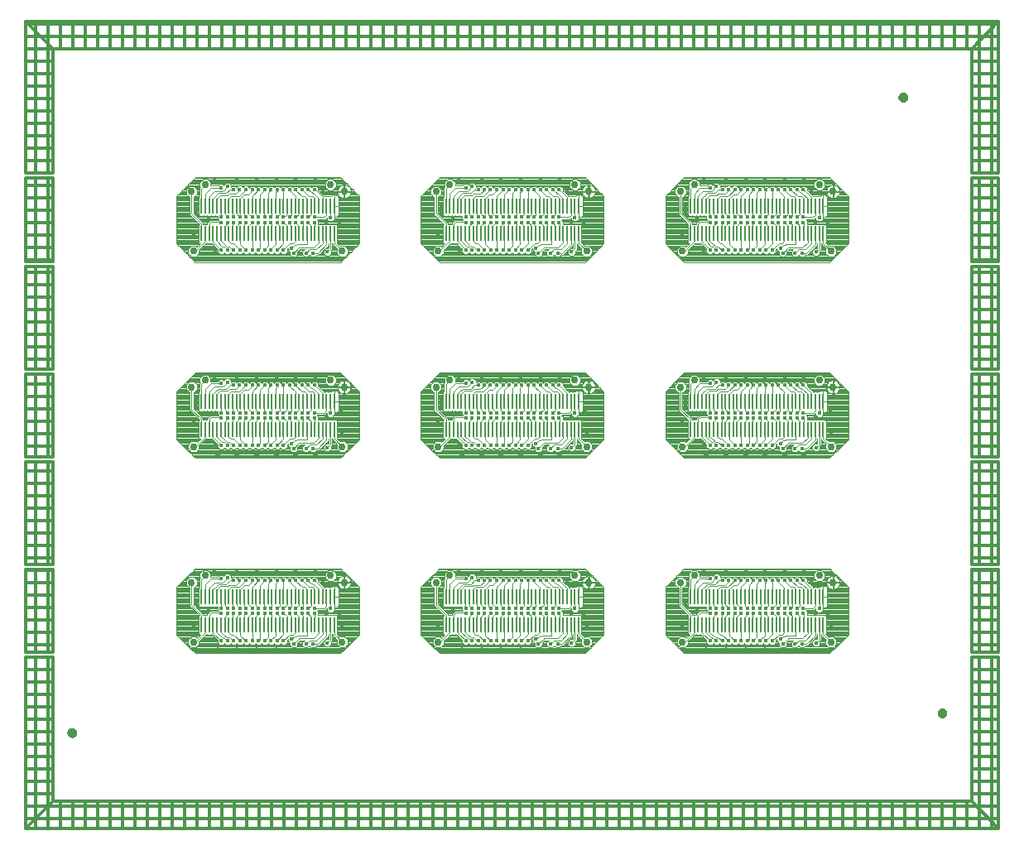
<source format=gtl>
G75*
%MOIN*%
%OFA0B0*%
%FSLAX25Y25*%
%IPPOS*%
%LPD*%
%AMOC8*
5,1,8,0,0,1.08239X$1,22.5*
%
%ADD10C,0.01969*%
%ADD11C,0.02953*%
%ADD12R,0.00787X0.06457*%
%ADD13C,0.00394*%
%ADD14C,0.01587*%
%ADD15C,0.01981*%
%ADD16C,0.01200*%
%ADD17C,0.00600*%
D10*
X0073244Y0098244D02*
X0073246Y0098306D01*
X0073252Y0098369D01*
X0073262Y0098430D01*
X0073276Y0098491D01*
X0073293Y0098551D01*
X0073314Y0098610D01*
X0073340Y0098667D01*
X0073368Y0098722D01*
X0073400Y0098776D01*
X0073436Y0098827D01*
X0073474Y0098877D01*
X0073516Y0098923D01*
X0073560Y0098967D01*
X0073608Y0099008D01*
X0073657Y0099046D01*
X0073709Y0099080D01*
X0073763Y0099111D01*
X0073819Y0099139D01*
X0073877Y0099163D01*
X0073936Y0099184D01*
X0073996Y0099200D01*
X0074057Y0099213D01*
X0074119Y0099222D01*
X0074181Y0099227D01*
X0074244Y0099228D01*
X0074306Y0099225D01*
X0074368Y0099218D01*
X0074430Y0099207D01*
X0074490Y0099192D01*
X0074550Y0099174D01*
X0074608Y0099152D01*
X0074665Y0099126D01*
X0074720Y0099096D01*
X0074773Y0099063D01*
X0074824Y0099027D01*
X0074872Y0098988D01*
X0074918Y0098945D01*
X0074961Y0098900D01*
X0075001Y0098852D01*
X0075038Y0098802D01*
X0075072Y0098749D01*
X0075103Y0098695D01*
X0075129Y0098639D01*
X0075153Y0098581D01*
X0075172Y0098521D01*
X0075188Y0098461D01*
X0075200Y0098399D01*
X0075208Y0098338D01*
X0075212Y0098275D01*
X0075212Y0098213D01*
X0075208Y0098150D01*
X0075200Y0098089D01*
X0075188Y0098027D01*
X0075172Y0097967D01*
X0075153Y0097907D01*
X0075129Y0097849D01*
X0075103Y0097793D01*
X0075072Y0097739D01*
X0075038Y0097686D01*
X0075001Y0097636D01*
X0074961Y0097588D01*
X0074918Y0097543D01*
X0074872Y0097500D01*
X0074824Y0097461D01*
X0074773Y0097425D01*
X0074720Y0097392D01*
X0074665Y0097362D01*
X0074608Y0097336D01*
X0074550Y0097314D01*
X0074490Y0097296D01*
X0074430Y0097281D01*
X0074368Y0097270D01*
X0074306Y0097263D01*
X0074244Y0097260D01*
X0074181Y0097261D01*
X0074119Y0097266D01*
X0074057Y0097275D01*
X0073996Y0097288D01*
X0073936Y0097304D01*
X0073877Y0097325D01*
X0073819Y0097349D01*
X0073763Y0097377D01*
X0073709Y0097408D01*
X0073657Y0097442D01*
X0073608Y0097480D01*
X0073560Y0097521D01*
X0073516Y0097565D01*
X0073474Y0097611D01*
X0073436Y0097661D01*
X0073400Y0097712D01*
X0073368Y0097766D01*
X0073340Y0097821D01*
X0073314Y0097878D01*
X0073293Y0097937D01*
X0073276Y0097997D01*
X0073262Y0098058D01*
X0073252Y0098119D01*
X0073246Y0098182D01*
X0073244Y0098244D01*
X0407890Y0354150D02*
X0407892Y0354212D01*
X0407898Y0354275D01*
X0407908Y0354336D01*
X0407922Y0354397D01*
X0407939Y0354457D01*
X0407960Y0354516D01*
X0407986Y0354573D01*
X0408014Y0354628D01*
X0408046Y0354682D01*
X0408082Y0354733D01*
X0408120Y0354783D01*
X0408162Y0354829D01*
X0408206Y0354873D01*
X0408254Y0354914D01*
X0408303Y0354952D01*
X0408355Y0354986D01*
X0408409Y0355017D01*
X0408465Y0355045D01*
X0408523Y0355069D01*
X0408582Y0355090D01*
X0408642Y0355106D01*
X0408703Y0355119D01*
X0408765Y0355128D01*
X0408827Y0355133D01*
X0408890Y0355134D01*
X0408952Y0355131D01*
X0409014Y0355124D01*
X0409076Y0355113D01*
X0409136Y0355098D01*
X0409196Y0355080D01*
X0409254Y0355058D01*
X0409311Y0355032D01*
X0409366Y0355002D01*
X0409419Y0354969D01*
X0409470Y0354933D01*
X0409518Y0354894D01*
X0409564Y0354851D01*
X0409607Y0354806D01*
X0409647Y0354758D01*
X0409684Y0354708D01*
X0409718Y0354655D01*
X0409749Y0354601D01*
X0409775Y0354545D01*
X0409799Y0354487D01*
X0409818Y0354427D01*
X0409834Y0354367D01*
X0409846Y0354305D01*
X0409854Y0354244D01*
X0409858Y0354181D01*
X0409858Y0354119D01*
X0409854Y0354056D01*
X0409846Y0353995D01*
X0409834Y0353933D01*
X0409818Y0353873D01*
X0409799Y0353813D01*
X0409775Y0353755D01*
X0409749Y0353699D01*
X0409718Y0353645D01*
X0409684Y0353592D01*
X0409647Y0353542D01*
X0409607Y0353494D01*
X0409564Y0353449D01*
X0409518Y0353406D01*
X0409470Y0353367D01*
X0409419Y0353331D01*
X0409366Y0353298D01*
X0409311Y0353268D01*
X0409254Y0353242D01*
X0409196Y0353220D01*
X0409136Y0353202D01*
X0409076Y0353187D01*
X0409014Y0353176D01*
X0408952Y0353169D01*
X0408890Y0353166D01*
X0408827Y0353167D01*
X0408765Y0353172D01*
X0408703Y0353181D01*
X0408642Y0353194D01*
X0408582Y0353210D01*
X0408523Y0353231D01*
X0408465Y0353255D01*
X0408409Y0353283D01*
X0408355Y0353314D01*
X0408303Y0353348D01*
X0408254Y0353386D01*
X0408206Y0353427D01*
X0408162Y0353471D01*
X0408120Y0353517D01*
X0408082Y0353567D01*
X0408046Y0353618D01*
X0408014Y0353672D01*
X0407986Y0353727D01*
X0407960Y0353784D01*
X0407939Y0353843D01*
X0407922Y0353903D01*
X0407908Y0353964D01*
X0407898Y0354025D01*
X0407892Y0354088D01*
X0407890Y0354150D01*
X0423638Y0106118D02*
X0423640Y0106180D01*
X0423646Y0106243D01*
X0423656Y0106304D01*
X0423670Y0106365D01*
X0423687Y0106425D01*
X0423708Y0106484D01*
X0423734Y0106541D01*
X0423762Y0106596D01*
X0423794Y0106650D01*
X0423830Y0106701D01*
X0423868Y0106751D01*
X0423910Y0106797D01*
X0423954Y0106841D01*
X0424002Y0106882D01*
X0424051Y0106920D01*
X0424103Y0106954D01*
X0424157Y0106985D01*
X0424213Y0107013D01*
X0424271Y0107037D01*
X0424330Y0107058D01*
X0424390Y0107074D01*
X0424451Y0107087D01*
X0424513Y0107096D01*
X0424575Y0107101D01*
X0424638Y0107102D01*
X0424700Y0107099D01*
X0424762Y0107092D01*
X0424824Y0107081D01*
X0424884Y0107066D01*
X0424944Y0107048D01*
X0425002Y0107026D01*
X0425059Y0107000D01*
X0425114Y0106970D01*
X0425167Y0106937D01*
X0425218Y0106901D01*
X0425266Y0106862D01*
X0425312Y0106819D01*
X0425355Y0106774D01*
X0425395Y0106726D01*
X0425432Y0106676D01*
X0425466Y0106623D01*
X0425497Y0106569D01*
X0425523Y0106513D01*
X0425547Y0106455D01*
X0425566Y0106395D01*
X0425582Y0106335D01*
X0425594Y0106273D01*
X0425602Y0106212D01*
X0425606Y0106149D01*
X0425606Y0106087D01*
X0425602Y0106024D01*
X0425594Y0105963D01*
X0425582Y0105901D01*
X0425566Y0105841D01*
X0425547Y0105781D01*
X0425523Y0105723D01*
X0425497Y0105667D01*
X0425466Y0105613D01*
X0425432Y0105560D01*
X0425395Y0105510D01*
X0425355Y0105462D01*
X0425312Y0105417D01*
X0425266Y0105374D01*
X0425218Y0105335D01*
X0425167Y0105299D01*
X0425114Y0105266D01*
X0425059Y0105236D01*
X0425002Y0105210D01*
X0424944Y0105188D01*
X0424884Y0105170D01*
X0424824Y0105155D01*
X0424762Y0105144D01*
X0424700Y0105137D01*
X0424638Y0105134D01*
X0424575Y0105135D01*
X0424513Y0105140D01*
X0424451Y0105149D01*
X0424390Y0105162D01*
X0424330Y0105178D01*
X0424271Y0105199D01*
X0424213Y0105223D01*
X0424157Y0105251D01*
X0424103Y0105282D01*
X0424051Y0105316D01*
X0424002Y0105354D01*
X0423954Y0105395D01*
X0423910Y0105439D01*
X0423868Y0105485D01*
X0423830Y0105535D01*
X0423794Y0105586D01*
X0423762Y0105640D01*
X0423734Y0105695D01*
X0423708Y0105752D01*
X0423687Y0105811D01*
X0423670Y0105871D01*
X0423656Y0105932D01*
X0423646Y0105993D01*
X0423640Y0106056D01*
X0423638Y0106118D01*
D11*
X0379740Y0134858D03*
X0380528Y0158874D03*
X0375016Y0161630D03*
X0324622Y0161630D03*
X0319110Y0158874D03*
X0319898Y0134858D03*
X0281315Y0134858D03*
X0282102Y0158874D03*
X0276591Y0161630D03*
X0281315Y0213598D03*
X0282102Y0237614D03*
X0276591Y0240370D03*
X0319110Y0237614D03*
X0324622Y0240370D03*
X0319898Y0213598D03*
X0375016Y0240370D03*
X0380528Y0237614D03*
X0379740Y0213598D03*
X0379740Y0292339D03*
X0380528Y0316354D03*
X0375016Y0319110D03*
X0324622Y0319110D03*
X0319110Y0316354D03*
X0319898Y0292339D03*
X0281315Y0292339D03*
X0282102Y0316354D03*
X0276591Y0319110D03*
X0226197Y0319110D03*
X0220685Y0316354D03*
X0221472Y0292339D03*
X0182890Y0292339D03*
X0183677Y0316354D03*
X0178165Y0319110D03*
X0127772Y0319110D03*
X0122260Y0316354D03*
X0123047Y0292339D03*
X0127772Y0240370D03*
X0122260Y0237614D03*
X0123047Y0213598D03*
X0127772Y0161630D03*
X0122260Y0158874D03*
X0123047Y0134858D03*
X0178165Y0161630D03*
X0183677Y0158874D03*
X0182890Y0134858D03*
X0221472Y0134858D03*
X0220685Y0158874D03*
X0226197Y0161630D03*
X0221472Y0213598D03*
X0220685Y0237614D03*
X0226197Y0240370D03*
X0183677Y0237614D03*
X0178165Y0240370D03*
X0182890Y0213598D03*
D12*
X0179740Y0220606D03*
X0178165Y0220606D03*
X0176591Y0220606D03*
X0175016Y0220606D03*
X0173441Y0220606D03*
X0171866Y0220606D03*
X0170291Y0220606D03*
X0168717Y0220606D03*
X0167142Y0220606D03*
X0165567Y0220606D03*
X0163992Y0220606D03*
X0162417Y0220606D03*
X0160843Y0220606D03*
X0159268Y0220606D03*
X0157693Y0220606D03*
X0156118Y0220606D03*
X0154543Y0220606D03*
X0152969Y0220606D03*
X0151394Y0220606D03*
X0149819Y0220606D03*
X0148244Y0220606D03*
X0146669Y0220606D03*
X0145094Y0220606D03*
X0143520Y0220606D03*
X0141945Y0220606D03*
X0140370Y0220606D03*
X0138795Y0220606D03*
X0137220Y0220606D03*
X0135646Y0220606D03*
X0134071Y0220606D03*
X0132496Y0220606D03*
X0130921Y0220606D03*
X0129346Y0220606D03*
X0127772Y0220606D03*
X0126197Y0220606D03*
X0126197Y0231787D03*
X0127772Y0231787D03*
X0129346Y0231787D03*
X0130921Y0231787D03*
X0132496Y0231787D03*
X0134071Y0231787D03*
X0135646Y0231787D03*
X0137220Y0231787D03*
X0138795Y0231787D03*
X0140370Y0231787D03*
X0141945Y0231787D03*
X0143520Y0231787D03*
X0145094Y0231787D03*
X0146669Y0231787D03*
X0148244Y0231787D03*
X0149819Y0231787D03*
X0151394Y0231787D03*
X0152969Y0231787D03*
X0154543Y0231787D03*
X0156118Y0231787D03*
X0157693Y0231787D03*
X0159268Y0231787D03*
X0160843Y0231787D03*
X0162417Y0231787D03*
X0163992Y0231787D03*
X0165567Y0231787D03*
X0167142Y0231787D03*
X0168717Y0231787D03*
X0170291Y0231787D03*
X0171866Y0231787D03*
X0173441Y0231787D03*
X0175016Y0231787D03*
X0176591Y0231787D03*
X0178165Y0231787D03*
X0179740Y0231787D03*
X0224622Y0231787D03*
X0226197Y0231787D03*
X0227772Y0231787D03*
X0229346Y0231787D03*
X0230921Y0231787D03*
X0232496Y0231787D03*
X0234071Y0231787D03*
X0235646Y0231787D03*
X0237220Y0231787D03*
X0238795Y0231787D03*
X0240370Y0231787D03*
X0241945Y0231787D03*
X0243520Y0231787D03*
X0245094Y0231787D03*
X0246669Y0231787D03*
X0248244Y0231787D03*
X0249819Y0231787D03*
X0251394Y0231787D03*
X0252969Y0231787D03*
X0254543Y0231787D03*
X0256118Y0231787D03*
X0257693Y0231787D03*
X0259268Y0231787D03*
X0260843Y0231787D03*
X0262417Y0231787D03*
X0263992Y0231787D03*
X0265567Y0231787D03*
X0267142Y0231787D03*
X0268717Y0231787D03*
X0270291Y0231787D03*
X0271866Y0231787D03*
X0273441Y0231787D03*
X0275016Y0231787D03*
X0276591Y0231787D03*
X0278165Y0231787D03*
X0278165Y0220606D03*
X0276591Y0220606D03*
X0275016Y0220606D03*
X0273441Y0220606D03*
X0271866Y0220606D03*
X0270291Y0220606D03*
X0268717Y0220606D03*
X0267142Y0220606D03*
X0265567Y0220606D03*
X0263992Y0220606D03*
X0262417Y0220606D03*
X0260843Y0220606D03*
X0259268Y0220606D03*
X0257693Y0220606D03*
X0256118Y0220606D03*
X0254543Y0220606D03*
X0252969Y0220606D03*
X0251394Y0220606D03*
X0249819Y0220606D03*
X0248244Y0220606D03*
X0246669Y0220606D03*
X0245094Y0220606D03*
X0243520Y0220606D03*
X0241945Y0220606D03*
X0240370Y0220606D03*
X0238795Y0220606D03*
X0237220Y0220606D03*
X0235646Y0220606D03*
X0234071Y0220606D03*
X0232496Y0220606D03*
X0230921Y0220606D03*
X0229346Y0220606D03*
X0227772Y0220606D03*
X0226197Y0220606D03*
X0224622Y0220606D03*
X0224622Y0153047D03*
X0226197Y0153047D03*
X0227772Y0153047D03*
X0229346Y0153047D03*
X0230921Y0153047D03*
X0232496Y0153047D03*
X0234071Y0153047D03*
X0235646Y0153047D03*
X0237220Y0153047D03*
X0238795Y0153047D03*
X0240370Y0153047D03*
X0241945Y0153047D03*
X0243520Y0153047D03*
X0245094Y0153047D03*
X0246669Y0153047D03*
X0248244Y0153047D03*
X0249819Y0153047D03*
X0251394Y0153047D03*
X0252969Y0153047D03*
X0254543Y0153047D03*
X0256118Y0153047D03*
X0257693Y0153047D03*
X0259268Y0153047D03*
X0260843Y0153047D03*
X0262417Y0153047D03*
X0263992Y0153047D03*
X0265567Y0153047D03*
X0267142Y0153047D03*
X0268717Y0153047D03*
X0270291Y0153047D03*
X0271866Y0153047D03*
X0273441Y0153047D03*
X0275016Y0153047D03*
X0276591Y0153047D03*
X0278165Y0153047D03*
X0278165Y0141866D03*
X0276591Y0141866D03*
X0275016Y0141866D03*
X0273441Y0141866D03*
X0271866Y0141866D03*
X0270291Y0141866D03*
X0268717Y0141866D03*
X0267142Y0141866D03*
X0265567Y0141866D03*
X0263992Y0141866D03*
X0262417Y0141866D03*
X0260843Y0141866D03*
X0259268Y0141866D03*
X0257693Y0141866D03*
X0256118Y0141866D03*
X0254543Y0141866D03*
X0252969Y0141866D03*
X0251394Y0141866D03*
X0249819Y0141866D03*
X0248244Y0141866D03*
X0246669Y0141866D03*
X0245094Y0141866D03*
X0243520Y0141866D03*
X0241945Y0141866D03*
X0240370Y0141866D03*
X0238795Y0141866D03*
X0237220Y0141866D03*
X0235646Y0141866D03*
X0234071Y0141866D03*
X0232496Y0141866D03*
X0230921Y0141866D03*
X0229346Y0141866D03*
X0227772Y0141866D03*
X0226197Y0141866D03*
X0224622Y0141866D03*
X0179740Y0141866D03*
X0178165Y0141866D03*
X0176591Y0141866D03*
X0175016Y0141866D03*
X0173441Y0141866D03*
X0171866Y0141866D03*
X0170291Y0141866D03*
X0168717Y0141866D03*
X0167142Y0141866D03*
X0165567Y0141866D03*
X0163992Y0141866D03*
X0162417Y0141866D03*
X0160843Y0141866D03*
X0159268Y0141866D03*
X0157693Y0141866D03*
X0156118Y0141866D03*
X0154543Y0141866D03*
X0152969Y0141866D03*
X0151394Y0141866D03*
X0149819Y0141866D03*
X0148244Y0141866D03*
X0146669Y0141866D03*
X0145094Y0141866D03*
X0143520Y0141866D03*
X0141945Y0141866D03*
X0140370Y0141866D03*
X0138795Y0141866D03*
X0137220Y0141866D03*
X0135646Y0141866D03*
X0134071Y0141866D03*
X0132496Y0141866D03*
X0130921Y0141866D03*
X0129346Y0141866D03*
X0127772Y0141866D03*
X0126197Y0141866D03*
X0126197Y0153047D03*
X0127772Y0153047D03*
X0129346Y0153047D03*
X0130921Y0153047D03*
X0132496Y0153047D03*
X0134071Y0153047D03*
X0135646Y0153047D03*
X0137220Y0153047D03*
X0138795Y0153047D03*
X0140370Y0153047D03*
X0141945Y0153047D03*
X0143520Y0153047D03*
X0145094Y0153047D03*
X0146669Y0153047D03*
X0148244Y0153047D03*
X0149819Y0153047D03*
X0151394Y0153047D03*
X0152969Y0153047D03*
X0154543Y0153047D03*
X0156118Y0153047D03*
X0157693Y0153047D03*
X0159268Y0153047D03*
X0160843Y0153047D03*
X0162417Y0153047D03*
X0163992Y0153047D03*
X0165567Y0153047D03*
X0167142Y0153047D03*
X0168717Y0153047D03*
X0170291Y0153047D03*
X0171866Y0153047D03*
X0173441Y0153047D03*
X0175016Y0153047D03*
X0176591Y0153047D03*
X0178165Y0153047D03*
X0179740Y0153047D03*
X0179740Y0299346D03*
X0178165Y0299346D03*
X0176591Y0299346D03*
X0175016Y0299346D03*
X0173441Y0299346D03*
X0171866Y0299346D03*
X0170291Y0299346D03*
X0168717Y0299346D03*
X0167142Y0299346D03*
X0165567Y0299346D03*
X0163992Y0299346D03*
X0162417Y0299346D03*
X0160843Y0299346D03*
X0159268Y0299346D03*
X0157693Y0299346D03*
X0156118Y0299346D03*
X0154543Y0299346D03*
X0152969Y0299346D03*
X0151394Y0299346D03*
X0149819Y0299346D03*
X0148244Y0299346D03*
X0146669Y0299346D03*
X0145094Y0299346D03*
X0143520Y0299346D03*
X0141945Y0299346D03*
X0140370Y0299346D03*
X0138795Y0299346D03*
X0137220Y0299346D03*
X0135646Y0299346D03*
X0134071Y0299346D03*
X0132496Y0299346D03*
X0130921Y0299346D03*
X0129346Y0299346D03*
X0127772Y0299346D03*
X0126197Y0299346D03*
X0126197Y0310528D03*
X0127772Y0310528D03*
X0129346Y0310528D03*
X0130921Y0310528D03*
X0132496Y0310528D03*
X0134071Y0310528D03*
X0135646Y0310528D03*
X0137220Y0310528D03*
X0138795Y0310528D03*
X0140370Y0310528D03*
X0141945Y0310528D03*
X0143520Y0310528D03*
X0145094Y0310528D03*
X0146669Y0310528D03*
X0148244Y0310528D03*
X0149819Y0310528D03*
X0151394Y0310528D03*
X0152969Y0310528D03*
X0154543Y0310528D03*
X0156118Y0310528D03*
X0157693Y0310528D03*
X0159268Y0310528D03*
X0160843Y0310528D03*
X0162417Y0310528D03*
X0163992Y0310528D03*
X0165567Y0310528D03*
X0167142Y0310528D03*
X0168717Y0310528D03*
X0170291Y0310528D03*
X0171866Y0310528D03*
X0173441Y0310528D03*
X0175016Y0310528D03*
X0176591Y0310528D03*
X0178165Y0310528D03*
X0179740Y0310528D03*
X0224622Y0310528D03*
X0226197Y0310528D03*
X0227772Y0310528D03*
X0229346Y0310528D03*
X0230921Y0310528D03*
X0232496Y0310528D03*
X0234071Y0310528D03*
X0235646Y0310528D03*
X0237220Y0310528D03*
X0238795Y0310528D03*
X0240370Y0310528D03*
X0241945Y0310528D03*
X0243520Y0310528D03*
X0245094Y0310528D03*
X0246669Y0310528D03*
X0248244Y0310528D03*
X0249819Y0310528D03*
X0251394Y0310528D03*
X0252969Y0310528D03*
X0254543Y0310528D03*
X0256118Y0310528D03*
X0257693Y0310528D03*
X0259268Y0310528D03*
X0260843Y0310528D03*
X0262417Y0310528D03*
X0263992Y0310528D03*
X0265567Y0310528D03*
X0267142Y0310528D03*
X0268717Y0310528D03*
X0270291Y0310528D03*
X0271866Y0310528D03*
X0273441Y0310528D03*
X0275016Y0310528D03*
X0276591Y0310528D03*
X0278165Y0310528D03*
X0278165Y0299346D03*
X0276591Y0299346D03*
X0275016Y0299346D03*
X0273441Y0299346D03*
X0271866Y0299346D03*
X0270291Y0299346D03*
X0268717Y0299346D03*
X0267142Y0299346D03*
X0265567Y0299346D03*
X0263992Y0299346D03*
X0262417Y0299346D03*
X0260843Y0299346D03*
X0259268Y0299346D03*
X0257693Y0299346D03*
X0256118Y0299346D03*
X0254543Y0299346D03*
X0252969Y0299346D03*
X0251394Y0299346D03*
X0249819Y0299346D03*
X0248244Y0299346D03*
X0246669Y0299346D03*
X0245094Y0299346D03*
X0243520Y0299346D03*
X0241945Y0299346D03*
X0240370Y0299346D03*
X0238795Y0299346D03*
X0237220Y0299346D03*
X0235646Y0299346D03*
X0234071Y0299346D03*
X0232496Y0299346D03*
X0230921Y0299346D03*
X0229346Y0299346D03*
X0227772Y0299346D03*
X0226197Y0299346D03*
X0224622Y0299346D03*
X0323047Y0299346D03*
X0324622Y0299346D03*
X0326197Y0299346D03*
X0327772Y0299346D03*
X0329346Y0299346D03*
X0330921Y0299346D03*
X0332496Y0299346D03*
X0334071Y0299346D03*
X0335646Y0299346D03*
X0337220Y0299346D03*
X0338795Y0299346D03*
X0340370Y0299346D03*
X0341945Y0299346D03*
X0343520Y0299346D03*
X0345094Y0299346D03*
X0346669Y0299346D03*
X0348244Y0299346D03*
X0349819Y0299346D03*
X0351394Y0299346D03*
X0352969Y0299346D03*
X0354543Y0299346D03*
X0356118Y0299346D03*
X0357693Y0299346D03*
X0359268Y0299346D03*
X0360843Y0299346D03*
X0362417Y0299346D03*
X0363992Y0299346D03*
X0365567Y0299346D03*
X0367142Y0299346D03*
X0368717Y0299346D03*
X0370291Y0299346D03*
X0371866Y0299346D03*
X0373441Y0299346D03*
X0375016Y0299346D03*
X0376591Y0299346D03*
X0376591Y0310528D03*
X0375016Y0310528D03*
X0373441Y0310528D03*
X0371866Y0310528D03*
X0370291Y0310528D03*
X0368717Y0310528D03*
X0367142Y0310528D03*
X0365567Y0310528D03*
X0363992Y0310528D03*
X0362417Y0310528D03*
X0360843Y0310528D03*
X0359268Y0310528D03*
X0357693Y0310528D03*
X0356118Y0310528D03*
X0354543Y0310528D03*
X0352969Y0310528D03*
X0351394Y0310528D03*
X0349819Y0310528D03*
X0348244Y0310528D03*
X0346669Y0310528D03*
X0345094Y0310528D03*
X0343520Y0310528D03*
X0341945Y0310528D03*
X0340370Y0310528D03*
X0338795Y0310528D03*
X0337220Y0310528D03*
X0335646Y0310528D03*
X0334071Y0310528D03*
X0332496Y0310528D03*
X0330921Y0310528D03*
X0329346Y0310528D03*
X0327772Y0310528D03*
X0326197Y0310528D03*
X0324622Y0310528D03*
X0323047Y0310528D03*
X0323047Y0231787D03*
X0324622Y0231787D03*
X0326197Y0231787D03*
X0327772Y0231787D03*
X0329346Y0231787D03*
X0330921Y0231787D03*
X0332496Y0231787D03*
X0334071Y0231787D03*
X0335646Y0231787D03*
X0337220Y0231787D03*
X0338795Y0231787D03*
X0340370Y0231787D03*
X0341945Y0231787D03*
X0343520Y0231787D03*
X0345094Y0231787D03*
X0346669Y0231787D03*
X0348244Y0231787D03*
X0349819Y0231787D03*
X0351394Y0231787D03*
X0352969Y0231787D03*
X0354543Y0231787D03*
X0356118Y0231787D03*
X0357693Y0231787D03*
X0359268Y0231787D03*
X0360843Y0231787D03*
X0362417Y0231787D03*
X0363992Y0231787D03*
X0365567Y0231787D03*
X0367142Y0231787D03*
X0368717Y0231787D03*
X0370291Y0231787D03*
X0371866Y0231787D03*
X0373441Y0231787D03*
X0375016Y0231787D03*
X0376591Y0231787D03*
X0376591Y0220606D03*
X0375016Y0220606D03*
X0373441Y0220606D03*
X0371866Y0220606D03*
X0370291Y0220606D03*
X0368717Y0220606D03*
X0367142Y0220606D03*
X0365567Y0220606D03*
X0363992Y0220606D03*
X0362417Y0220606D03*
X0360843Y0220606D03*
X0359268Y0220606D03*
X0357693Y0220606D03*
X0356118Y0220606D03*
X0354543Y0220606D03*
X0352969Y0220606D03*
X0351394Y0220606D03*
X0349819Y0220606D03*
X0348244Y0220606D03*
X0346669Y0220606D03*
X0345094Y0220606D03*
X0343520Y0220606D03*
X0341945Y0220606D03*
X0340370Y0220606D03*
X0338795Y0220606D03*
X0337220Y0220606D03*
X0335646Y0220606D03*
X0334071Y0220606D03*
X0332496Y0220606D03*
X0330921Y0220606D03*
X0329346Y0220606D03*
X0327772Y0220606D03*
X0326197Y0220606D03*
X0324622Y0220606D03*
X0323047Y0220606D03*
X0323047Y0153047D03*
X0324622Y0153047D03*
X0326197Y0153047D03*
X0327772Y0153047D03*
X0329346Y0153047D03*
X0330921Y0153047D03*
X0332496Y0153047D03*
X0334071Y0153047D03*
X0335646Y0153047D03*
X0337220Y0153047D03*
X0338795Y0153047D03*
X0340370Y0153047D03*
X0341945Y0153047D03*
X0343520Y0153047D03*
X0345094Y0153047D03*
X0346669Y0153047D03*
X0348244Y0153047D03*
X0349819Y0153047D03*
X0351394Y0153047D03*
X0352969Y0153047D03*
X0354543Y0153047D03*
X0356118Y0153047D03*
X0357693Y0153047D03*
X0359268Y0153047D03*
X0360843Y0153047D03*
X0362417Y0153047D03*
X0363992Y0153047D03*
X0365567Y0153047D03*
X0367142Y0153047D03*
X0368717Y0153047D03*
X0370291Y0153047D03*
X0371866Y0153047D03*
X0373441Y0153047D03*
X0375016Y0153047D03*
X0376591Y0153047D03*
X0376591Y0141866D03*
X0375016Y0141866D03*
X0373441Y0141866D03*
X0371866Y0141866D03*
X0370291Y0141866D03*
X0368717Y0141866D03*
X0367142Y0141866D03*
X0365567Y0141866D03*
X0363992Y0141866D03*
X0362417Y0141866D03*
X0360843Y0141866D03*
X0359268Y0141866D03*
X0357693Y0141866D03*
X0356118Y0141866D03*
X0354543Y0141866D03*
X0352969Y0141866D03*
X0351394Y0141866D03*
X0349819Y0141866D03*
X0348244Y0141866D03*
X0346669Y0141866D03*
X0345094Y0141866D03*
X0343520Y0141866D03*
X0341945Y0141866D03*
X0340370Y0141866D03*
X0338795Y0141866D03*
X0337220Y0141866D03*
X0335646Y0141866D03*
X0334071Y0141866D03*
X0332496Y0141866D03*
X0330921Y0141866D03*
X0329346Y0141866D03*
X0327772Y0141866D03*
X0326197Y0141866D03*
X0324622Y0141866D03*
X0323047Y0141866D03*
D13*
X0323047Y0145882D01*
X0319110Y0149819D01*
X0319110Y0158874D01*
X0316937Y0158888D02*
X0314841Y0158888D01*
X0314449Y0158496D02*
X0316937Y0158496D01*
X0316937Y0158104D02*
X0314057Y0158104D01*
X0313665Y0157711D02*
X0317199Y0157711D01*
X0316937Y0157974D02*
X0318210Y0156701D01*
X0318367Y0156701D01*
X0318367Y0149511D01*
X0322225Y0145652D01*
X0321957Y0145383D01*
X0321957Y0138349D01*
X0322365Y0137941D01*
X0322678Y0137941D01*
X0321283Y0136546D01*
X0320798Y0137031D01*
X0318997Y0137031D01*
X0317724Y0135758D01*
X0317724Y0133958D01*
X0318997Y0132685D01*
X0320798Y0132685D01*
X0322071Y0133958D01*
X0322071Y0135230D01*
X0324781Y0137941D01*
X0325304Y0137941D01*
X0325409Y0138046D01*
X0325514Y0137941D01*
X0326879Y0137941D01*
X0326984Y0138046D01*
X0327089Y0137941D01*
X0327368Y0137941D01*
X0329578Y0135730D01*
X0329578Y0134674D01*
X0330451Y0133801D01*
X0331686Y0133801D01*
X0332319Y0134433D01*
X0332951Y0133801D01*
X0334186Y0133801D01*
X0334819Y0134433D01*
X0335451Y0133801D01*
X0336686Y0133801D01*
X0337319Y0134433D01*
X0337951Y0133801D01*
X0339186Y0133801D01*
X0339819Y0134433D01*
X0340451Y0133801D01*
X0341686Y0133801D01*
X0342319Y0134433D01*
X0342951Y0133801D01*
X0344186Y0133801D01*
X0344819Y0134433D01*
X0345451Y0133801D01*
X0346686Y0133801D01*
X0347319Y0134433D01*
X0347951Y0133801D01*
X0349186Y0133801D01*
X0349819Y0134433D01*
X0350451Y0133801D01*
X0351686Y0133801D01*
X0352319Y0134433D01*
X0352951Y0133801D01*
X0354186Y0133801D01*
X0354819Y0134433D01*
X0355451Y0133801D01*
X0356686Y0133801D01*
X0357559Y0134674D01*
X0357559Y0135730D01*
X0357866Y0136036D01*
X0357866Y0135461D01*
X0358739Y0134588D01*
X0358791Y0134588D01*
X0358791Y0133493D01*
X0359664Y0132620D01*
X0360899Y0132620D01*
X0361772Y0133493D01*
X0361772Y0134549D01*
X0362819Y0135596D01*
X0364521Y0135596D01*
X0363653Y0134728D01*
X0363653Y0133493D01*
X0364526Y0132620D01*
X0365761Y0132620D01*
X0366591Y0133449D01*
X0367420Y0132620D01*
X0368655Y0132620D01*
X0369402Y0133367D01*
X0370245Y0133367D01*
X0374185Y0137306D01*
X0374185Y0138002D01*
X0374228Y0138046D01*
X0374272Y0138002D01*
X0374272Y0136141D01*
X0374126Y0135994D01*
X0373070Y0135994D01*
X0372196Y0135121D01*
X0372196Y0133887D01*
X0373070Y0133013D01*
X0374304Y0133013D01*
X0375178Y0133887D01*
X0375178Y0134943D01*
X0375759Y0135525D01*
X0375759Y0138002D01*
X0375803Y0138046D01*
X0375847Y0138002D01*
X0375847Y0137700D01*
X0377678Y0135869D01*
X0377567Y0135758D01*
X0377567Y0133958D01*
X0378840Y0132685D01*
X0380640Y0132685D01*
X0381913Y0133958D01*
X0381913Y0135758D01*
X0380640Y0137031D01*
X0378840Y0137031D01*
X0378729Y0136921D01*
X0377491Y0138159D01*
X0377681Y0138349D01*
X0377681Y0145383D01*
X0377273Y0145791D01*
X0375908Y0145791D01*
X0375803Y0145686D01*
X0375698Y0145791D01*
X0374333Y0145791D01*
X0374228Y0145686D01*
X0374123Y0145791D01*
X0372759Y0145791D01*
X0372654Y0145686D01*
X0372548Y0145791D01*
X0371184Y0145791D01*
X0371079Y0145686D01*
X0370974Y0145791D01*
X0370059Y0145791D01*
X0370059Y0147021D01*
X0369624Y0147457D01*
X0369933Y0147766D01*
X0372834Y0147766D01*
X0373515Y0148448D01*
X0373515Y0147696D01*
X0374388Y0146822D01*
X0375623Y0146822D01*
X0376496Y0147696D01*
X0376496Y0148622D01*
X0376590Y0148622D01*
X0376590Y0153047D01*
X0376591Y0153047D01*
X0376591Y0153047D01*
X0378181Y0153047D01*
X0378181Y0149661D01*
X0378100Y0149357D01*
X0377942Y0149084D01*
X0377719Y0148861D01*
X0377446Y0148704D01*
X0377142Y0148622D01*
X0376591Y0148622D01*
X0376591Y0153047D01*
X0378181Y0153047D01*
X0378181Y0156433D01*
X0378100Y0156738D01*
X0377942Y0157010D01*
X0377719Y0157233D01*
X0377446Y0157391D01*
X0377142Y0157472D01*
X0376591Y0157472D01*
X0376591Y0153047D01*
X0376590Y0153047D01*
X0376590Y0157472D01*
X0376039Y0157472D01*
X0375735Y0157391D01*
X0375462Y0157233D01*
X0375239Y0157010D01*
X0375217Y0156972D01*
X0374333Y0156972D01*
X0374228Y0156867D01*
X0374123Y0156972D01*
X0372759Y0156972D01*
X0372654Y0156867D01*
X0372548Y0156972D01*
X0372457Y0156972D01*
X0370059Y0159370D01*
X0370059Y0160239D01*
X0369186Y0161113D01*
X0367951Y0161113D01*
X0367319Y0160480D01*
X0366686Y0161113D01*
X0365451Y0161113D01*
X0364819Y0160480D01*
X0364186Y0161113D01*
X0362951Y0161113D01*
X0362319Y0160480D01*
X0361686Y0161113D01*
X0360451Y0161113D01*
X0359819Y0160480D01*
X0359186Y0161113D01*
X0357951Y0161113D01*
X0357319Y0160480D01*
X0356686Y0161113D01*
X0355451Y0161113D01*
X0354819Y0160480D01*
X0354186Y0161113D01*
X0352951Y0161113D01*
X0352319Y0160480D01*
X0351686Y0161113D01*
X0350451Y0161113D01*
X0349829Y0160490D01*
X0349206Y0161113D01*
X0347971Y0161113D01*
X0347339Y0160480D01*
X0346706Y0161113D01*
X0345471Y0161113D01*
X0344839Y0160480D01*
X0344206Y0161113D01*
X0342971Y0161113D01*
X0342294Y0160436D01*
X0341578Y0161152D01*
X0340343Y0161152D01*
X0339681Y0160490D01*
X0339019Y0161152D01*
X0337784Y0161152D01*
X0337201Y0160569D01*
X0336657Y0161113D01*
X0335422Y0161113D01*
X0335050Y0160740D01*
X0335050Y0161421D01*
X0334176Y0162294D01*
X0332942Y0162294D01*
X0332117Y0161469D01*
X0331686Y0161900D01*
X0330451Y0161900D01*
X0329705Y0161153D01*
X0326795Y0161153D01*
X0326795Y0162530D01*
X0325522Y0163803D01*
X0323722Y0163803D01*
X0322449Y0162530D01*
X0322449Y0160730D01*
X0322559Y0160619D01*
X0322304Y0160363D01*
X0322304Y0156911D01*
X0321957Y0156564D01*
X0321957Y0149530D01*
X0322365Y0149122D01*
X0323730Y0149122D01*
X0323835Y0149227D01*
X0323940Y0149122D01*
X0325304Y0149122D01*
X0325409Y0149227D01*
X0325514Y0149122D01*
X0326879Y0149122D01*
X0326984Y0149227D01*
X0327089Y0149122D01*
X0328454Y0149122D01*
X0328559Y0149227D01*
X0328664Y0149122D01*
X0329578Y0149122D01*
X0329578Y0147892D01*
X0330014Y0147457D01*
X0329970Y0147413D01*
X0326676Y0147413D01*
X0325453Y0146190D01*
X0325453Y0145730D01*
X0325409Y0145686D01*
X0325304Y0145791D01*
X0323940Y0145791D01*
X0323835Y0145686D01*
X0323791Y0145730D01*
X0323791Y0146190D01*
X0319854Y0150127D01*
X0319854Y0156701D01*
X0320010Y0156701D01*
X0321283Y0157974D01*
X0321283Y0159774D01*
X0320010Y0161047D01*
X0318210Y0161047D01*
X0316937Y0159774D01*
X0316937Y0157974D01*
X0317592Y0157319D02*
X0313273Y0157319D01*
X0313008Y0157055D02*
X0320536Y0164583D01*
X0379102Y0164583D01*
X0386630Y0157055D01*
X0386630Y0137859D01*
X0379102Y0130331D01*
X0320536Y0130331D01*
X0313008Y0137859D01*
X0313008Y0157055D01*
X0313008Y0156927D02*
X0317984Y0156927D01*
X0318367Y0156535D02*
X0313008Y0156535D01*
X0313008Y0156143D02*
X0318367Y0156143D01*
X0318367Y0155750D02*
X0313008Y0155750D01*
X0313008Y0155358D02*
X0318367Y0155358D01*
X0318367Y0154966D02*
X0313008Y0154966D01*
X0313008Y0154574D02*
X0318367Y0154574D01*
X0318367Y0154182D02*
X0313008Y0154182D01*
X0313008Y0153789D02*
X0318367Y0153789D01*
X0318367Y0153397D02*
X0313008Y0153397D01*
X0313008Y0153005D02*
X0318367Y0153005D01*
X0318367Y0152613D02*
X0313008Y0152613D01*
X0313008Y0152220D02*
X0318367Y0152220D01*
X0318367Y0151828D02*
X0313008Y0151828D01*
X0313008Y0151436D02*
X0318367Y0151436D01*
X0318367Y0151044D02*
X0313008Y0151044D01*
X0313008Y0150652D02*
X0318367Y0150652D01*
X0318367Y0150259D02*
X0313008Y0150259D01*
X0313008Y0149867D02*
X0318367Y0149867D01*
X0318402Y0149475D02*
X0313008Y0149475D01*
X0313008Y0149083D02*
X0318795Y0149083D01*
X0319187Y0148691D02*
X0313008Y0148691D01*
X0313008Y0148298D02*
X0319579Y0148298D01*
X0319971Y0147906D02*
X0313008Y0147906D01*
X0313008Y0147514D02*
X0320363Y0147514D01*
X0320756Y0147122D02*
X0313008Y0147122D01*
X0313008Y0146730D02*
X0321148Y0146730D01*
X0321540Y0146337D02*
X0313008Y0146337D01*
X0313008Y0145945D02*
X0321932Y0145945D01*
X0322126Y0145553D02*
X0313008Y0145553D01*
X0313008Y0145161D02*
X0321957Y0145161D01*
X0321957Y0144768D02*
X0313008Y0144768D01*
X0313008Y0144376D02*
X0321957Y0144376D01*
X0321957Y0143984D02*
X0313008Y0143984D01*
X0313008Y0143592D02*
X0321957Y0143592D01*
X0321957Y0143200D02*
X0313008Y0143200D01*
X0313008Y0142807D02*
X0321957Y0142807D01*
X0321957Y0142415D02*
X0313008Y0142415D01*
X0313008Y0142023D02*
X0321957Y0142023D01*
X0321957Y0141631D02*
X0313008Y0141631D01*
X0313008Y0141239D02*
X0321957Y0141239D01*
X0321957Y0140846D02*
X0313008Y0140846D01*
X0313008Y0140454D02*
X0321957Y0140454D01*
X0321957Y0140062D02*
X0313008Y0140062D01*
X0313008Y0139670D02*
X0321957Y0139670D01*
X0321957Y0139277D02*
X0313008Y0139277D01*
X0313008Y0138885D02*
X0321957Y0138885D01*
X0321957Y0138493D02*
X0313008Y0138493D01*
X0313008Y0138101D02*
X0322205Y0138101D01*
X0322446Y0137709D02*
X0313158Y0137709D01*
X0313550Y0137316D02*
X0322053Y0137316D01*
X0321661Y0136924D02*
X0320905Y0136924D01*
X0318890Y0136924D02*
X0313942Y0136924D01*
X0314335Y0136532D02*
X0318498Y0136532D01*
X0318106Y0136140D02*
X0314727Y0136140D01*
X0315119Y0135748D02*
X0317724Y0135748D01*
X0317724Y0135355D02*
X0315511Y0135355D01*
X0315903Y0134963D02*
X0317724Y0134963D01*
X0317724Y0134571D02*
X0316296Y0134571D01*
X0316688Y0134179D02*
X0317724Y0134179D01*
X0317896Y0133787D02*
X0317080Y0133787D01*
X0317472Y0133394D02*
X0318288Y0133394D01*
X0318680Y0133002D02*
X0317865Y0133002D01*
X0318257Y0132610D02*
X0381381Y0132610D01*
X0381773Y0133002D02*
X0380957Y0133002D01*
X0381350Y0133394D02*
X0382165Y0133394D01*
X0382558Y0133787D02*
X0381742Y0133787D01*
X0381913Y0134179D02*
X0382950Y0134179D01*
X0383342Y0134571D02*
X0381913Y0134571D01*
X0381913Y0134963D02*
X0383734Y0134963D01*
X0384127Y0135355D02*
X0381913Y0135355D01*
X0381913Y0135748D02*
X0384519Y0135748D01*
X0384911Y0136140D02*
X0381532Y0136140D01*
X0381140Y0136532D02*
X0385303Y0136532D01*
X0385695Y0136924D02*
X0380748Y0136924D01*
X0378733Y0136924D02*
X0378726Y0136924D01*
X0378334Y0137316D02*
X0386088Y0137316D01*
X0386480Y0137709D02*
X0377941Y0137709D01*
X0377549Y0138101D02*
X0386630Y0138101D01*
X0386630Y0138493D02*
X0377681Y0138493D01*
X0377681Y0138885D02*
X0386630Y0138885D01*
X0386630Y0139277D02*
X0377681Y0139277D01*
X0377681Y0139670D02*
X0386630Y0139670D01*
X0386630Y0140062D02*
X0377681Y0140062D01*
X0377681Y0140454D02*
X0386630Y0140454D01*
X0386630Y0140846D02*
X0377681Y0140846D01*
X0377681Y0141239D02*
X0386630Y0141239D01*
X0386630Y0141631D02*
X0377681Y0141631D01*
X0377681Y0142023D02*
X0386630Y0142023D01*
X0386630Y0142415D02*
X0377681Y0142415D01*
X0377681Y0142807D02*
X0386630Y0142807D01*
X0386630Y0143200D02*
X0377681Y0143200D01*
X0377681Y0143592D02*
X0386630Y0143592D01*
X0386630Y0143984D02*
X0377681Y0143984D01*
X0377681Y0144376D02*
X0386630Y0144376D01*
X0386630Y0144768D02*
X0377681Y0144768D01*
X0377681Y0145161D02*
X0386630Y0145161D01*
X0386630Y0145553D02*
X0377511Y0145553D01*
X0375923Y0147122D02*
X0386630Y0147122D01*
X0386630Y0147514D02*
X0376315Y0147514D01*
X0376496Y0147906D02*
X0386630Y0147906D01*
X0386630Y0148298D02*
X0376496Y0148298D01*
X0376590Y0148691D02*
X0376591Y0148691D01*
X0376590Y0149083D02*
X0376591Y0149083D01*
X0376590Y0149475D02*
X0376591Y0149475D01*
X0376590Y0149867D02*
X0376591Y0149867D01*
X0376590Y0150259D02*
X0376591Y0150259D01*
X0376590Y0150652D02*
X0376591Y0150652D01*
X0376590Y0151044D02*
X0376591Y0151044D01*
X0376590Y0151436D02*
X0376591Y0151436D01*
X0376590Y0151828D02*
X0376591Y0151828D01*
X0376590Y0152220D02*
X0376591Y0152220D01*
X0376590Y0152613D02*
X0376591Y0152613D01*
X0376590Y0153005D02*
X0376591Y0153005D01*
X0376590Y0153397D02*
X0376591Y0153397D01*
X0376590Y0153789D02*
X0376591Y0153789D01*
X0376590Y0154182D02*
X0376591Y0154182D01*
X0376590Y0154574D02*
X0376591Y0154574D01*
X0376590Y0154966D02*
X0376591Y0154966D01*
X0376590Y0155358D02*
X0376591Y0155358D01*
X0376590Y0155750D02*
X0376591Y0155750D01*
X0376590Y0156143D02*
X0376591Y0156143D01*
X0376590Y0156535D02*
X0376591Y0156535D01*
X0376590Y0156927D02*
X0376591Y0156927D01*
X0376590Y0157319D02*
X0376591Y0157319D01*
X0377570Y0157319D02*
X0378351Y0157319D01*
X0378451Y0157170D02*
X0378823Y0156798D01*
X0379261Y0156505D01*
X0379748Y0156304D01*
X0380264Y0156201D01*
X0380331Y0156201D01*
X0380331Y0158677D01*
X0380724Y0158677D01*
X0380724Y0156201D01*
X0380791Y0156201D01*
X0381307Y0156304D01*
X0381794Y0156505D01*
X0382232Y0156798D01*
X0382604Y0157170D01*
X0382897Y0157608D01*
X0383098Y0158094D01*
X0383201Y0158611D01*
X0383201Y0158677D01*
X0380724Y0158677D01*
X0380724Y0159071D01*
X0380331Y0159071D01*
X0380331Y0161547D01*
X0380264Y0161547D01*
X0379748Y0161445D01*
X0379261Y0161243D01*
X0378823Y0160950D01*
X0378451Y0160578D01*
X0378159Y0160140D01*
X0377957Y0159654D01*
X0377854Y0159137D01*
X0377854Y0159071D01*
X0380331Y0159071D01*
X0380331Y0158677D01*
X0377854Y0158677D01*
X0377854Y0158611D01*
X0377957Y0158094D01*
X0378159Y0157608D01*
X0378451Y0157170D01*
X0378694Y0156927D02*
X0377990Y0156927D01*
X0378154Y0156535D02*
X0379217Y0156535D01*
X0378181Y0156143D02*
X0386630Y0156143D01*
X0386630Y0156535D02*
X0381838Y0156535D01*
X0382361Y0156927D02*
X0386630Y0156927D01*
X0386365Y0157319D02*
X0382704Y0157319D01*
X0382939Y0157711D02*
X0385973Y0157711D01*
X0385581Y0158104D02*
X0383100Y0158104D01*
X0383178Y0158496D02*
X0385189Y0158496D01*
X0384796Y0158888D02*
X0380724Y0158888D01*
X0380724Y0159071D02*
X0383201Y0159071D01*
X0383201Y0159137D01*
X0383098Y0159654D01*
X0382897Y0160140D01*
X0382604Y0160578D01*
X0382232Y0160950D01*
X0381794Y0161243D01*
X0381307Y0161445D01*
X0380791Y0161547D01*
X0380724Y0161547D01*
X0380724Y0159071D01*
X0380724Y0159280D02*
X0380331Y0159280D01*
X0380331Y0158888D02*
X0370542Y0158888D01*
X0370934Y0158496D02*
X0377877Y0158496D01*
X0377955Y0158104D02*
X0371326Y0158104D01*
X0371718Y0157711D02*
X0378116Y0157711D01*
X0377883Y0159280D02*
X0370149Y0159280D01*
X0370059Y0159673D02*
X0373900Y0159673D01*
X0374116Y0159457D02*
X0375916Y0159457D01*
X0377189Y0160730D01*
X0377189Y0162530D01*
X0375916Y0163803D01*
X0374116Y0163803D01*
X0372843Y0162530D01*
X0372843Y0160730D01*
X0374116Y0159457D01*
X0373508Y0160065D02*
X0370059Y0160065D01*
X0369842Y0160457D02*
X0373115Y0160457D01*
X0372843Y0160849D02*
X0369450Y0160849D01*
X0368569Y0159809D02*
X0371866Y0156512D01*
X0371866Y0153047D01*
X0371866Y0154150D01*
X0370291Y0154150D02*
X0370291Y0153047D01*
X0370291Y0156080D01*
X0368240Y0158131D01*
X0367951Y0158131D01*
X0367603Y0158480D01*
X0367142Y0158480D01*
X0366069Y0159553D01*
X0366069Y0159622D01*
X0366950Y0160849D02*
X0367688Y0160849D01*
X0368569Y0159809D02*
X0368569Y0159622D01*
X0367824Y0156972D02*
X0368717Y0156080D01*
X0368717Y0153047D01*
X0367142Y0153047D02*
X0367142Y0149583D01*
X0366069Y0148510D01*
X0367142Y0149819D02*
X0367142Y0153047D01*
X0365567Y0153047D02*
X0365567Y0156080D01*
X0364674Y0156972D01*
X0363531Y0156972D01*
X0361069Y0159435D01*
X0361069Y0159622D01*
X0361950Y0160849D02*
X0362688Y0160849D01*
X0363569Y0159691D02*
X0366287Y0156972D01*
X0367824Y0156972D01*
X0372110Y0157319D02*
X0375611Y0157319D01*
X0374288Y0156927D02*
X0374169Y0156927D01*
X0372713Y0156927D02*
X0372594Y0156927D01*
X0373441Y0153047D02*
X0373441Y0149425D01*
X0372526Y0148510D01*
X0368569Y0148510D01*
X0369681Y0147514D02*
X0373697Y0147514D01*
X0373515Y0147906D02*
X0372974Y0147906D01*
X0373366Y0148298D02*
X0373515Y0148298D01*
X0374089Y0147122D02*
X0369959Y0147122D01*
X0370059Y0146730D02*
X0386630Y0146730D01*
X0386630Y0146337D02*
X0370059Y0146337D01*
X0370059Y0145945D02*
X0386630Y0145945D01*
X0386630Y0148691D02*
X0377398Y0148691D01*
X0377941Y0149083D02*
X0386630Y0149083D01*
X0386630Y0149475D02*
X0378131Y0149475D01*
X0378181Y0149867D02*
X0386630Y0149867D01*
X0386630Y0150259D02*
X0378181Y0150259D01*
X0378181Y0150652D02*
X0386630Y0150652D01*
X0386630Y0151044D02*
X0378181Y0151044D01*
X0378181Y0151436D02*
X0386630Y0151436D01*
X0386630Y0151828D02*
X0378181Y0151828D01*
X0378181Y0152220D02*
X0386630Y0152220D01*
X0386630Y0152613D02*
X0378181Y0152613D01*
X0378181Y0153005D02*
X0386630Y0153005D01*
X0386630Y0153397D02*
X0378181Y0153397D01*
X0378181Y0153789D02*
X0386630Y0153789D01*
X0386630Y0154182D02*
X0378181Y0154182D01*
X0378181Y0154574D02*
X0386630Y0154574D01*
X0386630Y0154966D02*
X0378181Y0154966D01*
X0378181Y0155358D02*
X0386630Y0155358D01*
X0386630Y0155750D02*
X0378181Y0155750D01*
X0380331Y0156535D02*
X0380724Y0156535D01*
X0380724Y0156927D02*
X0380331Y0156927D01*
X0380331Y0157319D02*
X0380724Y0157319D01*
X0380724Y0157711D02*
X0380331Y0157711D01*
X0380331Y0158104D02*
X0380724Y0158104D01*
X0380724Y0158496D02*
X0380331Y0158496D01*
X0380331Y0159673D02*
X0380724Y0159673D01*
X0380724Y0160065D02*
X0380331Y0160065D01*
X0380331Y0160457D02*
X0380724Y0160457D01*
X0380724Y0160849D02*
X0380331Y0160849D01*
X0380331Y0161241D02*
X0380724Y0161241D01*
X0381796Y0161241D02*
X0382443Y0161241D01*
X0382333Y0160849D02*
X0382835Y0160849D01*
X0382685Y0160457D02*
X0383228Y0160457D01*
X0382928Y0160065D02*
X0383620Y0160065D01*
X0384012Y0159673D02*
X0383090Y0159673D01*
X0383172Y0159280D02*
X0384404Y0159280D01*
X0382051Y0161634D02*
X0377189Y0161634D01*
X0377189Y0162026D02*
X0381659Y0162026D01*
X0381266Y0162418D02*
X0377189Y0162418D01*
X0376909Y0162810D02*
X0380874Y0162810D01*
X0380482Y0163202D02*
X0376517Y0163202D01*
X0376124Y0163595D02*
X0380090Y0163595D01*
X0379698Y0163987D02*
X0319940Y0163987D01*
X0320332Y0164379D02*
X0379305Y0164379D01*
X0379259Y0161241D02*
X0377189Y0161241D01*
X0377189Y0160849D02*
X0378722Y0160849D01*
X0378370Y0160457D02*
X0376916Y0160457D01*
X0376524Y0160065D02*
X0378127Y0160065D01*
X0377965Y0159673D02*
X0376132Y0159673D01*
X0372843Y0161241D02*
X0335050Y0161241D01*
X0335050Y0160849D02*
X0335159Y0160849D01*
X0334837Y0161634D02*
X0372843Y0161634D01*
X0372843Y0162026D02*
X0334444Y0162026D01*
X0333559Y0160803D02*
X0332559Y0159804D01*
X0332559Y0159792D01*
X0331686Y0158919D01*
X0328210Y0158919D01*
X0326197Y0156906D01*
X0326197Y0153047D01*
X0326197Y0154937D01*
X0327772Y0156080D02*
X0328597Y0156906D01*
X0328641Y0156949D01*
X0329867Y0158175D01*
X0333039Y0158175D01*
X0334525Y0159661D01*
X0336039Y0159661D01*
X0336039Y0159622D01*
X0336920Y0160849D02*
X0337481Y0160849D01*
X0338402Y0159661D02*
X0338402Y0159268D01*
X0337024Y0157890D01*
X0334135Y0157890D01*
X0333677Y0157431D01*
X0330660Y0157431D01*
X0329346Y0156118D01*
X0329346Y0153047D01*
X0329346Y0155331D01*
X0327772Y0156080D02*
X0327772Y0153047D01*
X0330921Y0153047D02*
X0330921Y0148657D01*
X0331069Y0148510D01*
X0330921Y0148638D02*
X0330921Y0153047D01*
X0330921Y0150000D01*
X0329578Y0149083D02*
X0320898Y0149083D01*
X0320506Y0149475D02*
X0322012Y0149475D01*
X0321957Y0149867D02*
X0320114Y0149867D01*
X0319854Y0150259D02*
X0321957Y0150259D01*
X0321957Y0150652D02*
X0319854Y0150652D01*
X0319854Y0151044D02*
X0321957Y0151044D01*
X0321957Y0151436D02*
X0319854Y0151436D01*
X0319854Y0151828D02*
X0321957Y0151828D01*
X0321957Y0152220D02*
X0319854Y0152220D01*
X0319854Y0152613D02*
X0321957Y0152613D01*
X0321957Y0153005D02*
X0319854Y0153005D01*
X0319854Y0153397D02*
X0321957Y0153397D01*
X0321957Y0153789D02*
X0319854Y0153789D01*
X0319854Y0154182D02*
X0321957Y0154182D01*
X0321957Y0154574D02*
X0319854Y0154574D01*
X0319854Y0154966D02*
X0321957Y0154966D01*
X0321957Y0155358D02*
X0319854Y0155358D01*
X0319854Y0155750D02*
X0321957Y0155750D01*
X0321957Y0156143D02*
X0319854Y0156143D01*
X0319854Y0156535D02*
X0321957Y0156535D01*
X0322304Y0156927D02*
X0320237Y0156927D01*
X0320629Y0157319D02*
X0322304Y0157319D01*
X0322304Y0157711D02*
X0321021Y0157711D01*
X0321283Y0158104D02*
X0322304Y0158104D01*
X0322304Y0158496D02*
X0321283Y0158496D01*
X0321283Y0158888D02*
X0322304Y0158888D01*
X0322304Y0159280D02*
X0321283Y0159280D01*
X0321283Y0159673D02*
X0322304Y0159673D01*
X0322304Y0160065D02*
X0320993Y0160065D01*
X0320601Y0160457D02*
X0322397Y0160457D01*
X0322449Y0160849D02*
X0320208Y0160849D01*
X0318012Y0160849D02*
X0316802Y0160849D01*
X0316410Y0160457D02*
X0317620Y0160457D01*
X0317228Y0160065D02*
X0316018Y0160065D01*
X0315626Y0159673D02*
X0316937Y0159673D01*
X0316937Y0159280D02*
X0315234Y0159280D01*
X0317195Y0161241D02*
X0322449Y0161241D01*
X0322449Y0161634D02*
X0317587Y0161634D01*
X0317979Y0162026D02*
X0322449Y0162026D01*
X0322449Y0162418D02*
X0318371Y0162418D01*
X0318763Y0162810D02*
X0322729Y0162810D01*
X0323121Y0163202D02*
X0319156Y0163202D01*
X0319548Y0163595D02*
X0323513Y0163595D01*
X0325731Y0163595D02*
X0373907Y0163595D01*
X0373515Y0163202D02*
X0326123Y0163202D01*
X0326515Y0162810D02*
X0373123Y0162810D01*
X0372843Y0162418D02*
X0326795Y0162418D01*
X0326795Y0162026D02*
X0332674Y0162026D01*
X0332282Y0161634D02*
X0331953Y0161634D01*
X0331069Y0160409D02*
X0326945Y0160409D01*
X0324622Y0158087D01*
X0324622Y0153047D01*
X0323047Y0153047D02*
X0323047Y0160055D01*
X0324622Y0161630D01*
X0326795Y0161634D02*
X0330185Y0161634D01*
X0329793Y0161241D02*
X0326795Y0161241D01*
X0334071Y0156080D02*
X0334071Y0153047D01*
X0335646Y0153047D02*
X0335646Y0148933D01*
X0336069Y0148510D01*
X0335646Y0150000D02*
X0335646Y0153047D01*
X0337220Y0153047D02*
X0337220Y0149858D01*
X0338569Y0148510D01*
X0338008Y0149031D02*
X0337220Y0149819D01*
X0337220Y0153047D01*
X0338795Y0153047D02*
X0338795Y0156080D01*
X0340408Y0157693D01*
X0341945Y0157693D01*
X0343589Y0159337D01*
X0343589Y0159622D01*
X0344469Y0160849D02*
X0345208Y0160849D01*
X0346089Y0159622D02*
X0343520Y0157053D01*
X0343520Y0153047D01*
X0345094Y0153047D02*
X0345094Y0149484D01*
X0346069Y0148510D01*
X0346069Y0146404D02*
X0346069Y0146069D01*
X0345094Y0145094D01*
X0345094Y0141866D01*
X0343520Y0141866D02*
X0343520Y0135341D01*
X0343569Y0135291D01*
X0344564Y0134179D02*
X0345074Y0134179D01*
X0346069Y0135291D02*
X0346669Y0135892D01*
X0346669Y0141866D01*
X0348244Y0141866D02*
X0348244Y0146079D01*
X0348569Y0146404D01*
X0348569Y0148510D02*
X0348244Y0148835D01*
X0348244Y0153047D01*
X0348244Y0150000D01*
X0351069Y0148510D02*
X0351394Y0148835D01*
X0351394Y0153047D01*
X0352969Y0153047D02*
X0352969Y0158480D01*
X0353569Y0159081D01*
X0353569Y0159622D01*
X0354450Y0160849D02*
X0355188Y0160849D01*
X0356069Y0159622D02*
X0356069Y0158530D01*
X0356118Y0158480D01*
X0356118Y0153047D01*
X0354543Y0153047D02*
X0354543Y0149484D01*
X0353569Y0148510D01*
X0354543Y0149819D02*
X0354543Y0153047D01*
X0357693Y0153047D02*
X0357693Y0150014D01*
X0356800Y0149122D01*
X0356681Y0149122D01*
X0356069Y0148510D01*
X0356069Y0146404D02*
X0356384Y0146404D01*
X0357693Y0145094D01*
X0357693Y0141866D01*
X0359268Y0141866D02*
X0359268Y0145094D01*
X0358569Y0145793D01*
X0358569Y0146404D01*
X0358569Y0148510D02*
X0359268Y0149209D01*
X0359268Y0153047D01*
X0360843Y0153047D02*
X0360843Y0156906D01*
X0358569Y0159179D01*
X0358569Y0159622D01*
X0359450Y0160849D02*
X0360188Y0160849D01*
X0357688Y0160849D02*
X0356950Y0160849D01*
X0352688Y0160849D02*
X0351950Y0160849D01*
X0351069Y0159622D02*
X0349819Y0158372D01*
X0349819Y0153047D01*
X0346669Y0153047D02*
X0346669Y0157703D01*
X0348589Y0159622D01*
X0349469Y0160849D02*
X0350188Y0160849D01*
X0347708Y0160849D02*
X0346969Y0160849D01*
X0342708Y0160849D02*
X0341881Y0160849D01*
X0342273Y0160457D02*
X0342316Y0160457D01*
X0340961Y0159661D02*
X0338272Y0156972D01*
X0334963Y0156972D01*
X0334071Y0156080D01*
X0332496Y0153047D02*
X0332496Y0149583D01*
X0333569Y0148510D01*
X0333569Y0146404D02*
X0333569Y0146167D01*
X0332496Y0145094D01*
X0332496Y0141866D01*
X0330921Y0141866D02*
X0330921Y0138833D01*
X0331814Y0137941D01*
X0331971Y0137941D01*
X0333130Y0136782D01*
X0334186Y0136782D01*
X0335677Y0135291D01*
X0336069Y0135291D01*
X0337064Y0134179D02*
X0337574Y0134179D01*
X0338569Y0135291D02*
X0335919Y0137941D01*
X0334963Y0137941D01*
X0334071Y0138833D01*
X0334071Y0141866D01*
X0335646Y0141866D02*
X0335646Y0145980D01*
X0336069Y0146404D01*
X0337220Y0145094D02*
X0338530Y0146404D01*
X0338569Y0146404D01*
X0337220Y0145094D02*
X0337220Y0141866D01*
X0338795Y0141866D02*
X0338795Y0137565D01*
X0341069Y0135291D01*
X0342064Y0134179D02*
X0342574Y0134179D01*
X0340074Y0134179D02*
X0339564Y0134179D01*
X0335074Y0134179D02*
X0334564Y0134179D01*
X0333569Y0135291D02*
X0332265Y0136595D01*
X0331873Y0136595D01*
X0331686Y0136782D01*
X0331398Y0136782D01*
X0329346Y0138833D01*
X0329346Y0141866D01*
X0327772Y0141866D02*
X0327772Y0138589D01*
X0331069Y0135291D01*
X0329578Y0135355D02*
X0322196Y0135355D01*
X0322071Y0134963D02*
X0329578Y0134963D01*
X0329681Y0134571D02*
X0322071Y0134571D01*
X0322071Y0134179D02*
X0330074Y0134179D01*
X0329561Y0135748D02*
X0322588Y0135748D01*
X0322980Y0136140D02*
X0329169Y0136140D01*
X0328776Y0136532D02*
X0323372Y0136532D01*
X0323765Y0136924D02*
X0328384Y0136924D01*
X0327992Y0137316D02*
X0324157Y0137316D01*
X0324549Y0137709D02*
X0327600Y0137709D01*
X0324622Y0138833D02*
X0320647Y0134858D01*
X0319898Y0134858D01*
X0321507Y0133394D02*
X0358889Y0133394D01*
X0358791Y0133787D02*
X0321899Y0133787D01*
X0321115Y0133002D02*
X0359282Y0133002D01*
X0358791Y0134179D02*
X0357064Y0134179D01*
X0357456Y0134571D02*
X0358791Y0134571D01*
X0358364Y0134963D02*
X0357559Y0134963D01*
X0357559Y0135355D02*
X0357972Y0135355D01*
X0357866Y0135748D02*
X0357577Y0135748D01*
X0356069Y0135291D02*
X0358719Y0137941D01*
X0359950Y0137941D01*
X0360843Y0138833D01*
X0360843Y0141866D01*
X0362417Y0141866D02*
X0362417Y0145094D01*
X0361108Y0146404D01*
X0361069Y0146404D01*
X0361069Y0148510D02*
X0362417Y0149858D01*
X0362417Y0153047D01*
X0362417Y0149819D01*
X0361630Y0149031D01*
X0363569Y0148510D02*
X0363992Y0148933D01*
X0363992Y0153047D01*
X0357693Y0153047D02*
X0357693Y0150213D01*
X0353569Y0146404D02*
X0353569Y0146069D01*
X0354543Y0145094D01*
X0354543Y0141866D01*
X0352969Y0141866D02*
X0352969Y0137545D01*
X0351069Y0135646D01*
X0351069Y0135291D01*
X0352064Y0134179D02*
X0352574Y0134179D01*
X0353569Y0135291D02*
X0353569Y0135459D01*
X0356118Y0138008D01*
X0356118Y0141866D01*
X0351394Y0141866D02*
X0351394Y0146079D01*
X0351069Y0146404D01*
X0349819Y0141866D02*
X0349819Y0136827D01*
X0348569Y0135577D01*
X0348569Y0135291D01*
X0349564Y0134179D02*
X0350074Y0134179D01*
X0347574Y0134179D02*
X0347064Y0134179D01*
X0341945Y0141866D02*
X0341945Y0145094D01*
X0343254Y0146404D01*
X0343569Y0146404D01*
X0343569Y0148510D02*
X0342957Y0149122D01*
X0342837Y0149122D01*
X0341945Y0150014D01*
X0341945Y0153047D01*
X0341945Y0150213D01*
X0340370Y0149209D02*
X0340370Y0153047D01*
X0338795Y0153047D02*
X0338795Y0150000D01*
X0340370Y0149209D02*
X0341069Y0148510D01*
X0341069Y0146404D02*
X0340370Y0145705D01*
X0340370Y0141866D01*
X0330921Y0141866D02*
X0330921Y0140439D01*
X0326197Y0141866D02*
X0326197Y0145882D01*
X0326984Y0146669D01*
X0330921Y0146669D01*
X0329957Y0147514D02*
X0322467Y0147514D01*
X0322859Y0147122D02*
X0326385Y0147122D01*
X0325993Y0146730D02*
X0323251Y0146730D01*
X0323644Y0146337D02*
X0325601Y0146337D01*
X0325453Y0145945D02*
X0323791Y0145945D01*
X0322075Y0147906D02*
X0329578Y0147906D01*
X0329578Y0148298D02*
X0321682Y0148298D01*
X0321290Y0148691D02*
X0329578Y0148691D01*
X0324622Y0141866D02*
X0324622Y0138833D01*
X0332064Y0134179D02*
X0332574Y0134179D01*
X0320218Y0130649D02*
X0379420Y0130649D01*
X0379812Y0131041D02*
X0319826Y0131041D01*
X0319433Y0131433D02*
X0380204Y0131433D01*
X0380597Y0131825D02*
X0319041Y0131825D01*
X0318649Y0132218D02*
X0380989Y0132218D01*
X0378523Y0133002D02*
X0369037Y0133002D01*
X0370273Y0133394D02*
X0372689Y0133394D01*
X0372296Y0133787D02*
X0370665Y0133787D01*
X0371057Y0134179D02*
X0372196Y0134179D01*
X0372196Y0134571D02*
X0371449Y0134571D01*
X0371842Y0134963D02*
X0372196Y0134963D01*
X0372234Y0135355D02*
X0372430Y0135355D01*
X0372626Y0135748D02*
X0372823Y0135748D01*
X0373018Y0136140D02*
X0374271Y0136140D01*
X0374272Y0136532D02*
X0373411Y0136532D01*
X0373803Y0136924D02*
X0374272Y0136924D01*
X0374272Y0137316D02*
X0374185Y0137316D01*
X0374185Y0137709D02*
X0374272Y0137709D01*
X0373441Y0137614D02*
X0369937Y0134110D01*
X0368037Y0134110D01*
X0367038Y0133002D02*
X0366144Y0133002D01*
X0366536Y0133394D02*
X0366645Y0133394D01*
X0365144Y0134110D02*
X0366634Y0135601D01*
X0369459Y0135601D01*
X0371866Y0138008D01*
X0371866Y0141866D01*
X0370291Y0141866D02*
X0370291Y0138402D01*
X0368234Y0136344D01*
X0366326Y0136344D01*
X0366321Y0136340D01*
X0362417Y0136340D01*
X0362417Y0136246D01*
X0360281Y0134110D01*
X0361772Y0134179D02*
X0363653Y0134179D01*
X0363653Y0134571D02*
X0361794Y0134571D01*
X0362186Y0134963D02*
X0363889Y0134963D01*
X0364281Y0135355D02*
X0362578Y0135355D01*
X0361772Y0133787D02*
X0363653Y0133787D01*
X0363752Y0133394D02*
X0361674Y0133394D01*
X0361281Y0133002D02*
X0364144Y0133002D01*
X0365567Y0137614D02*
X0361630Y0137614D01*
X0361236Y0137220D01*
X0360498Y0137220D01*
X0359356Y0136079D01*
X0355074Y0134179D02*
X0354564Y0134179D01*
X0363992Y0141866D02*
X0363992Y0145488D01*
X0363598Y0145882D01*
X0363598Y0146374D01*
X0363569Y0146404D01*
X0366069Y0146404D02*
X0366069Y0146167D01*
X0367142Y0145094D01*
X0367142Y0141866D01*
X0368717Y0141866D02*
X0368717Y0146256D01*
X0368569Y0146404D01*
X0365567Y0141866D02*
X0365567Y0137614D01*
X0373441Y0137614D02*
X0373441Y0141866D01*
X0375016Y0141866D02*
X0375016Y0135833D01*
X0373687Y0134504D01*
X0375178Y0134571D02*
X0377567Y0134571D01*
X0377567Y0134963D02*
X0375198Y0134963D01*
X0375590Y0135355D02*
X0377567Y0135355D01*
X0377567Y0135748D02*
X0375759Y0135748D01*
X0375759Y0136140D02*
X0377407Y0136140D01*
X0377015Y0136532D02*
X0375759Y0136532D01*
X0375759Y0136924D02*
X0376622Y0136924D01*
X0376230Y0137316D02*
X0375759Y0137316D01*
X0375759Y0137709D02*
X0375847Y0137709D01*
X0376591Y0138008D02*
X0379740Y0134858D01*
X0378131Y0133394D02*
X0374685Y0133394D01*
X0375078Y0133787D02*
X0377738Y0133787D01*
X0377567Y0134179D02*
X0375178Y0134179D01*
X0376591Y0138008D02*
X0376591Y0141866D01*
X0375006Y0148313D02*
X0375006Y0153037D01*
X0375016Y0153047D01*
X0373441Y0153047D02*
X0373441Y0151000D01*
X0365188Y0160849D02*
X0364450Y0160849D01*
X0363569Y0159691D02*
X0363569Y0159622D01*
X0340040Y0160849D02*
X0339322Y0160849D01*
X0339186Y0212541D02*
X0337951Y0212541D01*
X0337319Y0213174D01*
X0336686Y0212541D01*
X0335451Y0212541D01*
X0334819Y0213174D01*
X0334186Y0212541D01*
X0332951Y0212541D01*
X0332319Y0213174D01*
X0331686Y0212541D01*
X0330451Y0212541D01*
X0329578Y0213414D01*
X0329578Y0214470D01*
X0327368Y0216681D01*
X0327089Y0216681D01*
X0326984Y0216786D01*
X0326879Y0216681D01*
X0325514Y0216681D01*
X0325409Y0216786D01*
X0325304Y0216681D01*
X0324781Y0216681D01*
X0322071Y0213971D01*
X0322071Y0212698D01*
X0320798Y0211425D01*
X0318997Y0211425D01*
X0317724Y0212698D01*
X0317724Y0214499D01*
X0318997Y0215772D01*
X0320798Y0215772D01*
X0321283Y0215286D01*
X0322678Y0216681D01*
X0322365Y0216681D01*
X0321957Y0217089D01*
X0321957Y0224123D01*
X0322225Y0224392D01*
X0318802Y0227815D01*
X0318802Y0227815D01*
X0318367Y0228251D01*
X0318367Y0235441D01*
X0318210Y0235441D01*
X0316937Y0236714D01*
X0316937Y0238514D01*
X0318210Y0239787D01*
X0320010Y0239787D01*
X0321283Y0238514D01*
X0321283Y0236714D01*
X0320010Y0235441D01*
X0319854Y0235441D01*
X0319854Y0228867D01*
X0323355Y0225366D01*
X0323355Y0225366D01*
X0323791Y0224930D01*
X0323791Y0224470D01*
X0323835Y0224426D01*
X0323940Y0224531D01*
X0325304Y0224531D01*
X0325409Y0224426D01*
X0325453Y0224470D01*
X0325453Y0224930D01*
X0326676Y0226153D01*
X0329970Y0226153D01*
X0330014Y0226197D01*
X0329578Y0226633D01*
X0329578Y0227862D01*
X0328664Y0227862D01*
X0328559Y0227967D01*
X0328454Y0227862D01*
X0327089Y0227862D01*
X0326984Y0227967D01*
X0326879Y0227862D01*
X0325514Y0227862D01*
X0325409Y0227967D01*
X0325304Y0227862D01*
X0323940Y0227862D01*
X0323835Y0227967D01*
X0323730Y0227862D01*
X0322365Y0227862D01*
X0321957Y0228270D01*
X0321957Y0235304D01*
X0322304Y0235651D01*
X0322304Y0239103D01*
X0322559Y0239359D01*
X0322449Y0239470D01*
X0322449Y0241270D01*
X0323722Y0242543D01*
X0325522Y0242543D01*
X0326795Y0241270D01*
X0326795Y0239893D01*
X0329705Y0239893D01*
X0330451Y0240640D01*
X0331686Y0240640D01*
X0332117Y0240209D01*
X0332942Y0241034D01*
X0334176Y0241034D01*
X0335050Y0240161D01*
X0335050Y0239480D01*
X0335422Y0239853D01*
X0336657Y0239853D01*
X0337201Y0239309D01*
X0337784Y0239892D01*
X0339019Y0239892D01*
X0339681Y0239230D01*
X0340343Y0239892D01*
X0341578Y0239892D01*
X0342294Y0239176D01*
X0342971Y0239853D01*
X0344206Y0239853D01*
X0344839Y0239220D01*
X0345471Y0239853D01*
X0346706Y0239853D01*
X0347339Y0239220D01*
X0347971Y0239853D01*
X0349206Y0239853D01*
X0349829Y0239230D01*
X0350451Y0239853D01*
X0351686Y0239853D01*
X0352319Y0239220D01*
X0352951Y0239853D01*
X0354186Y0239853D01*
X0354819Y0239220D01*
X0355451Y0239853D01*
X0356686Y0239853D01*
X0357319Y0239220D01*
X0357951Y0239853D01*
X0359186Y0239853D01*
X0359819Y0239220D01*
X0360451Y0239853D01*
X0361686Y0239853D01*
X0362319Y0239220D01*
X0362951Y0239853D01*
X0364186Y0239853D01*
X0364819Y0239220D01*
X0365451Y0239853D01*
X0366686Y0239853D01*
X0367319Y0239220D01*
X0367951Y0239853D01*
X0369186Y0239853D01*
X0370059Y0238980D01*
X0370059Y0238110D01*
X0372457Y0235713D01*
X0372548Y0235713D01*
X0372654Y0235608D01*
X0372759Y0235713D01*
X0374123Y0235713D01*
X0374228Y0235608D01*
X0374333Y0235713D01*
X0375217Y0235713D01*
X0375239Y0235751D01*
X0375462Y0235973D01*
X0375735Y0236131D01*
X0376039Y0236213D01*
X0376590Y0236213D01*
X0376590Y0231788D01*
X0376591Y0231788D01*
X0376591Y0236213D01*
X0377142Y0236213D01*
X0377446Y0236131D01*
X0377719Y0235973D01*
X0377942Y0235751D01*
X0378100Y0235478D01*
X0378181Y0235173D01*
X0378181Y0231787D01*
X0376591Y0231787D01*
X0376591Y0231787D01*
X0376591Y0227362D01*
X0377142Y0227362D01*
X0377446Y0227444D01*
X0377719Y0227601D01*
X0377942Y0227824D01*
X0378100Y0228097D01*
X0378181Y0228401D01*
X0378181Y0231787D01*
X0376591Y0231787D01*
X0376590Y0231787D01*
X0376590Y0227362D01*
X0376496Y0227362D01*
X0376496Y0226436D01*
X0375623Y0225563D01*
X0374388Y0225563D01*
X0373515Y0226436D01*
X0373515Y0227188D01*
X0372834Y0226506D01*
X0369933Y0226506D01*
X0369624Y0226197D01*
X0370059Y0225761D01*
X0370059Y0224531D01*
X0370974Y0224531D01*
X0371079Y0224426D01*
X0371184Y0224531D01*
X0372548Y0224531D01*
X0372654Y0224426D01*
X0372759Y0224531D01*
X0374123Y0224531D01*
X0374228Y0224426D01*
X0374333Y0224531D01*
X0375698Y0224531D01*
X0375803Y0224426D01*
X0375908Y0224531D01*
X0377273Y0224531D01*
X0377681Y0224123D01*
X0377681Y0217089D01*
X0377491Y0216899D01*
X0378729Y0215661D01*
X0378840Y0215772D01*
X0380640Y0215772D01*
X0381913Y0214499D01*
X0381913Y0212698D01*
X0380640Y0211425D01*
X0378840Y0211425D01*
X0377567Y0212698D01*
X0377567Y0214499D01*
X0377678Y0214609D01*
X0375847Y0216440D01*
X0375847Y0216742D01*
X0375803Y0216786D01*
X0375759Y0216742D01*
X0375759Y0214265D01*
X0375178Y0213683D01*
X0375178Y0212627D01*
X0374304Y0211754D01*
X0373070Y0211754D01*
X0372196Y0212627D01*
X0372196Y0213861D01*
X0373070Y0214735D01*
X0374126Y0214735D01*
X0374272Y0214881D01*
X0374272Y0216742D01*
X0374228Y0216786D01*
X0374185Y0216742D01*
X0374185Y0216046D01*
X0370245Y0212107D01*
X0369402Y0212107D01*
X0368655Y0211360D01*
X0367420Y0211360D01*
X0366591Y0212189D01*
X0365761Y0211360D01*
X0364526Y0211360D01*
X0363653Y0212233D01*
X0363653Y0213468D01*
X0364521Y0214336D01*
X0362819Y0214336D01*
X0361772Y0213289D01*
X0361772Y0212233D01*
X0360899Y0211360D01*
X0359664Y0211360D01*
X0358791Y0212233D01*
X0358791Y0213328D01*
X0358739Y0213328D01*
X0357866Y0214201D01*
X0357866Y0214777D01*
X0357559Y0214470D01*
X0357559Y0213414D01*
X0356686Y0212541D01*
X0355451Y0212541D01*
X0354819Y0213174D01*
X0354186Y0212541D01*
X0352951Y0212541D01*
X0352319Y0213174D01*
X0351686Y0212541D01*
X0350451Y0212541D01*
X0349819Y0213174D01*
X0349186Y0212541D01*
X0347951Y0212541D01*
X0347319Y0213174D01*
X0346686Y0212541D01*
X0345451Y0212541D01*
X0344819Y0213174D01*
X0344186Y0212541D01*
X0342951Y0212541D01*
X0342319Y0213174D01*
X0341686Y0212541D01*
X0340451Y0212541D01*
X0339819Y0213174D01*
X0339186Y0212541D01*
X0339266Y0212621D02*
X0340371Y0212621D01*
X0339979Y0213013D02*
X0339659Y0213013D01*
X0338569Y0214031D02*
X0335919Y0216681D01*
X0334963Y0216681D01*
X0334071Y0217574D01*
X0334071Y0220606D01*
X0335646Y0220606D02*
X0335646Y0224720D01*
X0336069Y0225144D01*
X0337220Y0223835D02*
X0338530Y0225144D01*
X0338569Y0225144D01*
X0337220Y0223835D02*
X0337220Y0220606D01*
X0338795Y0220606D02*
X0338795Y0216305D01*
X0341069Y0214031D01*
X0342159Y0213013D02*
X0342479Y0213013D01*
X0342871Y0212621D02*
X0341766Y0212621D01*
X0343520Y0214081D02*
X0343520Y0220606D01*
X0345094Y0220606D02*
X0345094Y0223835D01*
X0346069Y0224809D01*
X0346069Y0225144D01*
X0346069Y0227250D02*
X0345094Y0228224D01*
X0345094Y0231787D01*
X0343520Y0231787D02*
X0343520Y0235793D01*
X0346089Y0238362D01*
X0347267Y0239292D02*
X0347410Y0239292D01*
X0347802Y0239684D02*
X0346875Y0239684D01*
X0345302Y0239684D02*
X0344375Y0239684D01*
X0344767Y0239292D02*
X0344910Y0239292D01*
X0343589Y0238362D02*
X0343589Y0238077D01*
X0341945Y0236433D01*
X0340408Y0236433D01*
X0338795Y0234820D01*
X0338795Y0231787D01*
X0338795Y0228741D01*
X0338008Y0227772D02*
X0337220Y0228559D01*
X0337220Y0231787D01*
X0337220Y0228598D01*
X0338569Y0227250D01*
X0340370Y0227949D02*
X0340370Y0231787D01*
X0341945Y0231787D02*
X0341945Y0228755D01*
X0342837Y0227862D01*
X0342957Y0227862D01*
X0343569Y0227250D01*
X0343569Y0225144D02*
X0343254Y0225144D01*
X0341945Y0223835D01*
X0341945Y0220606D01*
X0340370Y0220606D02*
X0340370Y0224445D01*
X0341069Y0225144D01*
X0341069Y0227250D02*
X0340370Y0227949D01*
X0341945Y0228953D02*
X0341945Y0231787D01*
X0346669Y0231787D02*
X0346669Y0236443D01*
X0348589Y0238362D01*
X0349767Y0239292D02*
X0349890Y0239292D01*
X0350283Y0239684D02*
X0349375Y0239684D01*
X0351069Y0238362D02*
X0349819Y0237112D01*
X0349819Y0231787D01*
X0351394Y0231787D02*
X0351394Y0227575D01*
X0351069Y0227250D01*
X0351069Y0225144D02*
X0351394Y0224819D01*
X0351394Y0220606D01*
X0352969Y0220606D02*
X0352969Y0216285D01*
X0351069Y0214386D01*
X0351069Y0214031D01*
X0352159Y0213013D02*
X0352479Y0213013D01*
X0352871Y0212621D02*
X0351766Y0212621D01*
X0350371Y0212621D02*
X0349266Y0212621D01*
X0349659Y0213013D02*
X0349979Y0213013D01*
X0348569Y0214031D02*
X0348569Y0214317D01*
X0349819Y0215567D01*
X0349819Y0220606D01*
X0348244Y0220606D02*
X0348244Y0224819D01*
X0348569Y0225144D01*
X0348569Y0227250D02*
X0348244Y0227575D01*
X0348244Y0231787D01*
X0348244Y0228741D01*
X0353569Y0227250D02*
X0354543Y0228224D01*
X0354543Y0231787D01*
X0354543Y0228559D01*
X0356069Y0227250D02*
X0356681Y0227862D01*
X0356800Y0227862D01*
X0357693Y0228755D01*
X0357693Y0231787D01*
X0357693Y0228953D01*
X0359268Y0227949D02*
X0358569Y0227250D01*
X0359268Y0227949D02*
X0359268Y0231787D01*
X0360843Y0231787D02*
X0360843Y0235646D01*
X0358569Y0237919D01*
X0358569Y0238362D01*
X0359747Y0239292D02*
X0359890Y0239292D01*
X0360283Y0239684D02*
X0359355Y0239684D01*
X0357783Y0239684D02*
X0356855Y0239684D01*
X0357247Y0239292D02*
X0357390Y0239292D01*
X0356069Y0238362D02*
X0356069Y0237270D01*
X0356118Y0237220D01*
X0356118Y0231787D01*
X0352969Y0231787D02*
X0352969Y0237220D01*
X0353569Y0237821D01*
X0353569Y0238362D01*
X0354747Y0239292D02*
X0354890Y0239292D01*
X0355283Y0239684D02*
X0354355Y0239684D01*
X0352783Y0239684D02*
X0351855Y0239684D01*
X0352247Y0239292D02*
X0352390Y0239292D01*
X0361069Y0238362D02*
X0361069Y0238175D01*
X0363531Y0235713D01*
X0364674Y0235713D01*
X0365567Y0234820D01*
X0365567Y0231787D01*
X0367142Y0231787D02*
X0367142Y0228323D01*
X0366069Y0227250D01*
X0367142Y0228559D02*
X0367142Y0231787D01*
X0368717Y0231787D02*
X0368717Y0234820D01*
X0367824Y0235713D01*
X0366287Y0235713D01*
X0363569Y0238431D01*
X0363569Y0238362D01*
X0364747Y0239292D02*
X0364890Y0239292D01*
X0365283Y0239684D02*
X0364355Y0239684D01*
X0362783Y0239684D02*
X0361855Y0239684D01*
X0362247Y0239292D02*
X0362390Y0239292D01*
X0366069Y0238362D02*
X0366069Y0238293D01*
X0367142Y0237220D01*
X0367603Y0237220D01*
X0367951Y0236872D01*
X0368240Y0236872D01*
X0370291Y0234820D01*
X0370291Y0231787D01*
X0370291Y0232890D01*
X0371866Y0232890D02*
X0371866Y0231787D01*
X0371866Y0235252D01*
X0368569Y0238549D01*
X0368569Y0238362D01*
X0370059Y0238507D02*
X0373805Y0238507D01*
X0374116Y0238197D02*
X0375916Y0238197D01*
X0377189Y0239470D01*
X0377189Y0241270D01*
X0375916Y0242543D01*
X0374116Y0242543D01*
X0372843Y0241270D01*
X0372843Y0239470D01*
X0374116Y0238197D01*
X0373413Y0238899D02*
X0370059Y0238899D01*
X0369747Y0239292D02*
X0373021Y0239292D01*
X0372843Y0239684D02*
X0369355Y0239684D01*
X0367783Y0239684D02*
X0366855Y0239684D01*
X0367247Y0239292D02*
X0367390Y0239292D01*
X0370059Y0238115D02*
X0377902Y0238115D01*
X0377854Y0237877D02*
X0377854Y0237811D01*
X0380331Y0237811D01*
X0380331Y0240287D01*
X0380264Y0240287D01*
X0379748Y0240185D01*
X0379261Y0239983D01*
X0378823Y0239691D01*
X0378451Y0239318D01*
X0378159Y0238880D01*
X0377957Y0238394D01*
X0377854Y0237877D01*
X0377854Y0237417D02*
X0377854Y0237351D01*
X0377957Y0236834D01*
X0378159Y0236348D01*
X0378451Y0235910D01*
X0378823Y0235538D01*
X0379261Y0235245D01*
X0379748Y0235044D01*
X0380264Y0234941D01*
X0380331Y0234941D01*
X0380331Y0237417D01*
X0380724Y0237417D01*
X0380724Y0234941D01*
X0380791Y0234941D01*
X0381307Y0235044D01*
X0381794Y0235245D01*
X0382232Y0235538D01*
X0382604Y0235910D01*
X0382897Y0236348D01*
X0383098Y0236834D01*
X0383201Y0237351D01*
X0383201Y0237417D01*
X0380724Y0237417D01*
X0380724Y0237811D01*
X0380331Y0237811D01*
X0380331Y0237417D01*
X0377854Y0237417D01*
X0377858Y0237331D02*
X0370839Y0237331D01*
X0370447Y0237723D02*
X0380331Y0237723D01*
X0380331Y0238115D02*
X0380724Y0238115D01*
X0380724Y0237811D02*
X0380724Y0240287D01*
X0380791Y0240287D01*
X0381307Y0240185D01*
X0381794Y0239983D01*
X0382232Y0239691D01*
X0382604Y0239318D01*
X0382897Y0238880D01*
X0383098Y0238394D01*
X0383201Y0237877D01*
X0383201Y0237811D01*
X0380724Y0237811D01*
X0380724Y0237723D02*
X0384702Y0237723D01*
X0384310Y0238115D02*
X0383154Y0238115D01*
X0383051Y0238507D02*
X0383918Y0238507D01*
X0383525Y0238899D02*
X0382884Y0238899D01*
X0383133Y0239292D02*
X0382622Y0239292D01*
X0382741Y0239684D02*
X0382238Y0239684D01*
X0382349Y0240076D02*
X0381570Y0240076D01*
X0381956Y0240468D02*
X0377189Y0240468D01*
X0377189Y0240076D02*
X0379486Y0240076D01*
X0378817Y0239684D02*
X0377189Y0239684D01*
X0377011Y0239292D02*
X0378433Y0239292D01*
X0378171Y0238899D02*
X0376618Y0238899D01*
X0376226Y0238507D02*
X0378004Y0238507D01*
X0377936Y0236938D02*
X0371232Y0236938D01*
X0371624Y0236546D02*
X0378076Y0236546D01*
X0378288Y0236154D02*
X0377361Y0236154D01*
X0377931Y0235762D02*
X0378600Y0235762D01*
X0378129Y0235369D02*
X0379075Y0235369D01*
X0378181Y0234977D02*
X0380082Y0234977D01*
X0380331Y0234977D02*
X0380724Y0234977D01*
X0380973Y0234977D02*
X0386630Y0234977D01*
X0386630Y0234585D02*
X0378181Y0234585D01*
X0378181Y0234193D02*
X0386630Y0234193D01*
X0386630Y0233801D02*
X0378181Y0233801D01*
X0378181Y0233408D02*
X0386630Y0233408D01*
X0386630Y0233016D02*
X0378181Y0233016D01*
X0378181Y0232624D02*
X0386630Y0232624D01*
X0386630Y0232232D02*
X0378181Y0232232D01*
X0378181Y0231840D02*
X0386630Y0231840D01*
X0386630Y0231447D02*
X0378181Y0231447D01*
X0378181Y0231055D02*
X0386630Y0231055D01*
X0386630Y0230663D02*
X0378181Y0230663D01*
X0378181Y0230271D02*
X0386630Y0230271D01*
X0386630Y0229878D02*
X0378181Y0229878D01*
X0378181Y0229486D02*
X0386630Y0229486D01*
X0386630Y0229094D02*
X0378181Y0229094D01*
X0378181Y0228702D02*
X0386630Y0228702D01*
X0386630Y0228310D02*
X0378156Y0228310D01*
X0377996Y0227917D02*
X0386630Y0227917D01*
X0386630Y0227525D02*
X0377587Y0227525D01*
X0376591Y0227525D02*
X0376590Y0227525D01*
X0376590Y0227917D02*
X0376591Y0227917D01*
X0376590Y0228310D02*
X0376591Y0228310D01*
X0376590Y0228702D02*
X0376591Y0228702D01*
X0376590Y0229094D02*
X0376591Y0229094D01*
X0376590Y0229486D02*
X0376591Y0229486D01*
X0376590Y0229878D02*
X0376591Y0229878D01*
X0376590Y0230271D02*
X0376591Y0230271D01*
X0376590Y0230663D02*
X0376591Y0230663D01*
X0376590Y0231055D02*
X0376591Y0231055D01*
X0376590Y0231447D02*
X0376591Y0231447D01*
X0376590Y0231840D02*
X0376591Y0231840D01*
X0376590Y0232232D02*
X0376591Y0232232D01*
X0376590Y0232624D02*
X0376591Y0232624D01*
X0376590Y0233016D02*
X0376591Y0233016D01*
X0376590Y0233408D02*
X0376591Y0233408D01*
X0376590Y0233801D02*
X0376591Y0233801D01*
X0376590Y0234193D02*
X0376591Y0234193D01*
X0376590Y0234585D02*
X0376591Y0234585D01*
X0376590Y0234977D02*
X0376591Y0234977D01*
X0376590Y0235369D02*
X0376591Y0235369D01*
X0376590Y0235762D02*
X0376591Y0235762D01*
X0376590Y0236154D02*
X0376591Y0236154D01*
X0375820Y0236154D02*
X0372016Y0236154D01*
X0372408Y0235762D02*
X0375250Y0235762D01*
X0375016Y0231787D02*
X0375006Y0231778D01*
X0375006Y0227053D01*
X0376017Y0225956D02*
X0386630Y0225956D01*
X0386630Y0225564D02*
X0375625Y0225564D01*
X0376409Y0226349D02*
X0386630Y0226349D01*
X0386630Y0226741D02*
X0376496Y0226741D01*
X0376496Y0227133D02*
X0386630Y0227133D01*
X0386630Y0225172D02*
X0370059Y0225172D01*
X0370059Y0225564D02*
X0374387Y0225564D01*
X0373995Y0225956D02*
X0369864Y0225956D01*
X0369775Y0226349D02*
X0373603Y0226349D01*
X0373515Y0226741D02*
X0373068Y0226741D01*
X0373460Y0227133D02*
X0373515Y0227133D01*
X0372526Y0227250D02*
X0373441Y0228165D01*
X0373441Y0231787D01*
X0373441Y0229740D01*
X0372526Y0227250D02*
X0368569Y0227250D01*
X0368569Y0225144D02*
X0368717Y0224996D01*
X0368717Y0220606D01*
X0370291Y0220606D02*
X0370291Y0217142D01*
X0368234Y0215085D01*
X0366326Y0215085D01*
X0366321Y0215080D01*
X0362417Y0215080D01*
X0362417Y0214986D01*
X0360281Y0212850D01*
X0359187Y0211837D02*
X0321209Y0211837D01*
X0320817Y0211445D02*
X0359579Y0211445D01*
X0358795Y0212229D02*
X0321602Y0212229D01*
X0321994Y0212621D02*
X0330371Y0212621D01*
X0329979Y0213013D02*
X0322071Y0213013D01*
X0322071Y0213406D02*
X0329587Y0213406D01*
X0329578Y0213798D02*
X0322071Y0213798D01*
X0322290Y0214190D02*
X0329578Y0214190D01*
X0329466Y0214582D02*
X0322682Y0214582D01*
X0323075Y0214974D02*
X0329074Y0214974D01*
X0328682Y0215367D02*
X0323467Y0215367D01*
X0323859Y0215759D02*
X0328290Y0215759D01*
X0327898Y0216151D02*
X0324251Y0216151D01*
X0324644Y0216543D02*
X0327505Y0216543D01*
X0327772Y0217329D02*
X0331069Y0214031D01*
X0332159Y0213013D02*
X0332479Y0213013D01*
X0332871Y0212621D02*
X0331766Y0212621D01*
X0333569Y0214031D02*
X0332265Y0215336D01*
X0331873Y0215336D01*
X0331686Y0215522D01*
X0331398Y0215522D01*
X0329346Y0217574D01*
X0329346Y0220606D01*
X0327772Y0220606D02*
X0327772Y0217329D01*
X0330921Y0217574D02*
X0330921Y0220606D01*
X0330921Y0219179D01*
X0330921Y0217574D02*
X0331814Y0216681D01*
X0331971Y0216681D01*
X0333130Y0215522D01*
X0334186Y0215522D01*
X0335677Y0214031D01*
X0336069Y0214031D01*
X0337159Y0213013D02*
X0337479Y0213013D01*
X0337871Y0212621D02*
X0336767Y0212621D01*
X0335371Y0212621D02*
X0334266Y0212621D01*
X0334659Y0213013D02*
X0334979Y0213013D01*
X0343520Y0214081D02*
X0343569Y0214031D01*
X0344659Y0213013D02*
X0344979Y0213013D01*
X0345371Y0212621D02*
X0344267Y0212621D01*
X0346069Y0214031D02*
X0346669Y0214632D01*
X0346669Y0220606D01*
X0353569Y0224809D02*
X0354543Y0223835D01*
X0354543Y0220606D01*
X0356118Y0220606D02*
X0356118Y0216748D01*
X0353569Y0214199D01*
X0353569Y0214031D01*
X0354659Y0213013D02*
X0354979Y0213013D01*
X0355371Y0212621D02*
X0354267Y0212621D01*
X0356069Y0214031D02*
X0358719Y0216681D01*
X0359950Y0216681D01*
X0360843Y0217574D01*
X0360843Y0220606D01*
X0362417Y0220606D02*
X0362417Y0223835D01*
X0361108Y0225144D01*
X0361069Y0225144D01*
X0361069Y0227250D02*
X0362417Y0228598D01*
X0362417Y0231787D01*
X0362417Y0228559D01*
X0361630Y0227772D01*
X0363569Y0227250D02*
X0363992Y0227673D01*
X0363992Y0231787D01*
X0363569Y0225144D02*
X0363598Y0225114D01*
X0363598Y0224622D01*
X0363992Y0224228D01*
X0363992Y0220606D01*
X0365567Y0220606D02*
X0365567Y0216354D01*
X0361630Y0216354D01*
X0361236Y0215961D01*
X0360498Y0215961D01*
X0359356Y0214819D01*
X0358269Y0213798D02*
X0357559Y0213798D01*
X0357559Y0214190D02*
X0357877Y0214190D01*
X0357866Y0214582D02*
X0357671Y0214582D01*
X0357551Y0213406D02*
X0358662Y0213406D01*
X0358791Y0213013D02*
X0357159Y0213013D01*
X0356767Y0212621D02*
X0358791Y0212621D01*
X0360984Y0211445D02*
X0364442Y0211445D01*
X0364049Y0211837D02*
X0361376Y0211837D01*
X0361768Y0212229D02*
X0363657Y0212229D01*
X0363653Y0212621D02*
X0361772Y0212621D01*
X0361772Y0213013D02*
X0363653Y0213013D01*
X0363653Y0213406D02*
X0361888Y0213406D01*
X0362281Y0213798D02*
X0363983Y0213798D01*
X0364375Y0214190D02*
X0362673Y0214190D01*
X0365144Y0212850D02*
X0366634Y0214341D01*
X0369459Y0214341D01*
X0371866Y0216748D01*
X0371866Y0220606D01*
X0373441Y0220606D02*
X0373441Y0216354D01*
X0369937Y0212850D01*
X0368037Y0212850D01*
X0366943Y0211837D02*
X0366238Y0211837D01*
X0365846Y0211445D02*
X0367335Y0211445D01*
X0368739Y0211445D02*
X0378821Y0211445D01*
X0378428Y0211837D02*
X0374388Y0211837D01*
X0374780Y0212229D02*
X0378036Y0212229D01*
X0377644Y0212621D02*
X0375172Y0212621D01*
X0375178Y0213013D02*
X0377567Y0213013D01*
X0377567Y0213406D02*
X0375178Y0213406D01*
X0375292Y0213798D02*
X0377567Y0213798D01*
X0377567Y0214190D02*
X0375685Y0214190D01*
X0375759Y0214582D02*
X0377651Y0214582D01*
X0377312Y0214974D02*
X0375759Y0214974D01*
X0375759Y0215367D02*
X0376920Y0215367D01*
X0376528Y0215759D02*
X0375759Y0215759D01*
X0375759Y0216151D02*
X0376136Y0216151D01*
X0375847Y0216543D02*
X0375759Y0216543D01*
X0376591Y0216748D02*
X0379740Y0213598D01*
X0381913Y0213406D02*
X0383437Y0213406D01*
X0383829Y0213798D02*
X0381913Y0213798D01*
X0381913Y0214190D02*
X0384221Y0214190D01*
X0384613Y0214582D02*
X0381830Y0214582D01*
X0381438Y0214974D02*
X0385005Y0214974D01*
X0385398Y0215367D02*
X0381045Y0215367D01*
X0380653Y0215759D02*
X0385790Y0215759D01*
X0386182Y0216151D02*
X0378239Y0216151D01*
X0377847Y0216543D02*
X0386574Y0216543D01*
X0386630Y0216599D02*
X0379102Y0209071D01*
X0320536Y0209071D01*
X0313008Y0216599D01*
X0313008Y0235795D01*
X0320536Y0243323D01*
X0379102Y0243323D01*
X0386630Y0235795D01*
X0386630Y0216599D01*
X0386630Y0216935D02*
X0377527Y0216935D01*
X0377681Y0217328D02*
X0386630Y0217328D01*
X0386630Y0217720D02*
X0377681Y0217720D01*
X0377681Y0218112D02*
X0386630Y0218112D01*
X0386630Y0218504D02*
X0377681Y0218504D01*
X0377681Y0218897D02*
X0386630Y0218897D01*
X0386630Y0219289D02*
X0377681Y0219289D01*
X0377681Y0219681D02*
X0386630Y0219681D01*
X0386630Y0220073D02*
X0377681Y0220073D01*
X0377681Y0220465D02*
X0386630Y0220465D01*
X0386630Y0220858D02*
X0377681Y0220858D01*
X0377681Y0221250D02*
X0386630Y0221250D01*
X0386630Y0221642D02*
X0377681Y0221642D01*
X0377681Y0222034D02*
X0386630Y0222034D01*
X0386630Y0222426D02*
X0377681Y0222426D01*
X0377681Y0222819D02*
X0386630Y0222819D01*
X0386630Y0223211D02*
X0377681Y0223211D01*
X0377681Y0223603D02*
X0386630Y0223603D01*
X0386630Y0223995D02*
X0377681Y0223995D01*
X0377417Y0224388D02*
X0386630Y0224388D01*
X0386630Y0224780D02*
X0370059Y0224780D01*
X0367142Y0223835D02*
X0366069Y0224907D01*
X0366069Y0225144D01*
X0367142Y0223835D02*
X0367142Y0220606D01*
X0375016Y0220606D02*
X0375016Y0214573D01*
X0373687Y0213244D01*
X0372594Y0212229D02*
X0370367Y0212229D01*
X0370760Y0212621D02*
X0372202Y0212621D01*
X0372196Y0213013D02*
X0371152Y0213013D01*
X0371544Y0213406D02*
X0372196Y0213406D01*
X0372196Y0213798D02*
X0371936Y0213798D01*
X0372328Y0214190D02*
X0372525Y0214190D01*
X0372721Y0214582D02*
X0372917Y0214582D01*
X0373113Y0214974D02*
X0374272Y0214974D01*
X0374272Y0215367D02*
X0373505Y0215367D01*
X0373897Y0215759D02*
X0374272Y0215759D01*
X0374272Y0216151D02*
X0374185Y0216151D01*
X0374185Y0216543D02*
X0374272Y0216543D01*
X0376591Y0216748D02*
X0376591Y0220606D01*
X0378631Y0215759D02*
X0378827Y0215759D01*
X0381913Y0213013D02*
X0383044Y0213013D01*
X0382652Y0212621D02*
X0381836Y0212621D01*
X0381444Y0212229D02*
X0382260Y0212229D01*
X0381868Y0211837D02*
X0381052Y0211837D01*
X0380660Y0211445D02*
X0381476Y0211445D01*
X0381083Y0211052D02*
X0318554Y0211052D01*
X0318162Y0211445D02*
X0318978Y0211445D01*
X0318586Y0211837D02*
X0317770Y0211837D01*
X0317378Y0212229D02*
X0318194Y0212229D01*
X0317801Y0212621D02*
X0316986Y0212621D01*
X0316593Y0213013D02*
X0317724Y0213013D01*
X0317724Y0213406D02*
X0316201Y0213406D01*
X0315809Y0213798D02*
X0317724Y0213798D01*
X0317724Y0214190D02*
X0315417Y0214190D01*
X0315025Y0214582D02*
X0317808Y0214582D01*
X0318200Y0214974D02*
X0314632Y0214974D01*
X0314240Y0215367D02*
X0318592Y0215367D01*
X0318985Y0215759D02*
X0313848Y0215759D01*
X0313456Y0216151D02*
X0322148Y0216151D01*
X0322540Y0216543D02*
X0313064Y0216543D01*
X0313008Y0216935D02*
X0322110Y0216935D01*
X0321957Y0217328D02*
X0313008Y0217328D01*
X0313008Y0217720D02*
X0321957Y0217720D01*
X0321957Y0218112D02*
X0313008Y0218112D01*
X0313008Y0218504D02*
X0321957Y0218504D01*
X0321957Y0218897D02*
X0313008Y0218897D01*
X0313008Y0219289D02*
X0321957Y0219289D01*
X0321957Y0219681D02*
X0313008Y0219681D01*
X0313008Y0220073D02*
X0321957Y0220073D01*
X0321957Y0220465D02*
X0313008Y0220465D01*
X0313008Y0220858D02*
X0321957Y0220858D01*
X0321957Y0221250D02*
X0313008Y0221250D01*
X0313008Y0221642D02*
X0321957Y0221642D01*
X0321957Y0222034D02*
X0313008Y0222034D01*
X0313008Y0222426D02*
X0321957Y0222426D01*
X0321957Y0222819D02*
X0313008Y0222819D01*
X0313008Y0223211D02*
X0321957Y0223211D01*
X0321957Y0223603D02*
X0313008Y0223603D01*
X0313008Y0223995D02*
X0321957Y0223995D01*
X0322221Y0224388D02*
X0313008Y0224388D01*
X0313008Y0224780D02*
X0321838Y0224780D01*
X0321446Y0225172D02*
X0313008Y0225172D01*
X0313008Y0225564D02*
X0321053Y0225564D01*
X0320661Y0225956D02*
X0313008Y0225956D01*
X0313008Y0226349D02*
X0320269Y0226349D01*
X0319877Y0226741D02*
X0313008Y0226741D01*
X0313008Y0227133D02*
X0319485Y0227133D01*
X0319092Y0227525D02*
X0313008Y0227525D01*
X0313008Y0227917D02*
X0318700Y0227917D01*
X0318367Y0228310D02*
X0313008Y0228310D01*
X0313008Y0228702D02*
X0318367Y0228702D01*
X0318367Y0229094D02*
X0313008Y0229094D01*
X0313008Y0229486D02*
X0318367Y0229486D01*
X0318367Y0229878D02*
X0313008Y0229878D01*
X0313008Y0230271D02*
X0318367Y0230271D01*
X0318367Y0230663D02*
X0313008Y0230663D01*
X0313008Y0231055D02*
X0318367Y0231055D01*
X0318367Y0231447D02*
X0313008Y0231447D01*
X0313008Y0231840D02*
X0318367Y0231840D01*
X0318367Y0232232D02*
X0313008Y0232232D01*
X0313008Y0232624D02*
X0318367Y0232624D01*
X0318367Y0233016D02*
X0313008Y0233016D01*
X0313008Y0233408D02*
X0318367Y0233408D01*
X0318367Y0233801D02*
X0313008Y0233801D01*
X0313008Y0234193D02*
X0318367Y0234193D01*
X0318367Y0234585D02*
X0313008Y0234585D01*
X0313008Y0234977D02*
X0318367Y0234977D01*
X0318367Y0235369D02*
X0313008Y0235369D01*
X0313008Y0235762D02*
X0317889Y0235762D01*
X0317497Y0236154D02*
X0313367Y0236154D01*
X0313759Y0236546D02*
X0317105Y0236546D01*
X0316937Y0236938D02*
X0314151Y0236938D01*
X0314544Y0237331D02*
X0316937Y0237331D01*
X0316937Y0237723D02*
X0314936Y0237723D01*
X0315328Y0238115D02*
X0316937Y0238115D01*
X0316937Y0238507D02*
X0315720Y0238507D01*
X0316112Y0238899D02*
X0317322Y0238899D01*
X0317714Y0239292D02*
X0316505Y0239292D01*
X0316897Y0239684D02*
X0318106Y0239684D01*
X0317681Y0240468D02*
X0322449Y0240468D01*
X0322449Y0240076D02*
X0317289Y0240076D01*
X0318074Y0240860D02*
X0322449Y0240860D01*
X0322449Y0241253D02*
X0318466Y0241253D01*
X0318858Y0241645D02*
X0322823Y0241645D01*
X0323216Y0242037D02*
X0319250Y0242037D01*
X0319642Y0242429D02*
X0323608Y0242429D01*
X0325636Y0242429D02*
X0374002Y0242429D01*
X0373609Y0242037D02*
X0326028Y0242037D01*
X0326421Y0241645D02*
X0373217Y0241645D01*
X0372843Y0241253D02*
X0326795Y0241253D01*
X0326795Y0240860D02*
X0332768Y0240860D01*
X0332376Y0240468D02*
X0331858Y0240468D01*
X0331069Y0239150D02*
X0326945Y0239150D01*
X0324622Y0236827D01*
X0324622Y0231787D01*
X0323047Y0231787D02*
X0323047Y0238795D01*
X0324622Y0240370D01*
X0326795Y0240468D02*
X0330280Y0240468D01*
X0329887Y0240076D02*
X0326795Y0240076D01*
X0328210Y0237659D02*
X0326197Y0235646D01*
X0326197Y0231787D01*
X0326197Y0233677D01*
X0327772Y0234820D02*
X0328597Y0235646D01*
X0328641Y0235689D01*
X0329867Y0236915D01*
X0333039Y0236915D01*
X0334525Y0238402D01*
X0336039Y0238402D01*
X0336039Y0238362D01*
X0335253Y0239684D02*
X0335050Y0239684D01*
X0335050Y0240076D02*
X0372843Y0240076D01*
X0372843Y0240468D02*
X0334742Y0240468D01*
X0334350Y0240860D02*
X0372843Y0240860D01*
X0376030Y0242429D02*
X0379995Y0242429D01*
X0379603Y0242821D02*
X0320035Y0242821D01*
X0320427Y0243214D02*
X0379211Y0243214D01*
X0380388Y0242037D02*
X0376422Y0242037D01*
X0376814Y0241645D02*
X0380780Y0241645D01*
X0381172Y0241253D02*
X0377189Y0241253D01*
X0377189Y0240860D02*
X0381564Y0240860D01*
X0380724Y0240076D02*
X0380331Y0240076D01*
X0380331Y0239684D02*
X0380724Y0239684D01*
X0380724Y0239292D02*
X0380331Y0239292D01*
X0380331Y0238899D02*
X0380724Y0238899D01*
X0380724Y0238507D02*
X0380331Y0238507D01*
X0380331Y0237331D02*
X0380724Y0237331D01*
X0380724Y0236938D02*
X0380331Y0236938D01*
X0380331Y0236546D02*
X0380724Y0236546D01*
X0380724Y0236154D02*
X0380331Y0236154D01*
X0380331Y0235762D02*
X0380724Y0235762D01*
X0380724Y0235369D02*
X0380331Y0235369D01*
X0381980Y0235369D02*
X0386630Y0235369D01*
X0386630Y0235762D02*
X0382456Y0235762D01*
X0382767Y0236154D02*
X0386271Y0236154D01*
X0385879Y0236546D02*
X0382979Y0236546D01*
X0383119Y0236938D02*
X0385486Y0236938D01*
X0385094Y0237331D02*
X0383197Y0237331D01*
X0380691Y0210660D02*
X0318947Y0210660D01*
X0319339Y0210268D02*
X0380299Y0210268D01*
X0379907Y0209876D02*
X0319731Y0209876D01*
X0320123Y0209483D02*
X0379514Y0209483D01*
X0379122Y0209091D02*
X0320516Y0209091D01*
X0320647Y0213598D02*
X0324622Y0217574D01*
X0324622Y0220606D01*
X0323047Y0220606D02*
X0323047Y0224622D01*
X0319110Y0228559D01*
X0319110Y0237614D01*
X0320723Y0236154D02*
X0322304Y0236154D01*
X0322304Y0236546D02*
X0321116Y0236546D01*
X0321283Y0236938D02*
X0322304Y0236938D01*
X0322304Y0237331D02*
X0321283Y0237331D01*
X0321283Y0237723D02*
X0322304Y0237723D01*
X0322304Y0238115D02*
X0321283Y0238115D01*
X0321283Y0238507D02*
X0322304Y0238507D01*
X0322304Y0238899D02*
X0320898Y0238899D01*
X0320506Y0239292D02*
X0322492Y0239292D01*
X0322449Y0239684D02*
X0320114Y0239684D01*
X0320331Y0235762D02*
X0322304Y0235762D01*
X0322022Y0235369D02*
X0319854Y0235369D01*
X0319854Y0234977D02*
X0321957Y0234977D01*
X0321957Y0234585D02*
X0319854Y0234585D01*
X0319854Y0234193D02*
X0321957Y0234193D01*
X0321957Y0233801D02*
X0319854Y0233801D01*
X0319854Y0233408D02*
X0321957Y0233408D01*
X0321957Y0233016D02*
X0319854Y0233016D01*
X0319854Y0232624D02*
X0321957Y0232624D01*
X0321957Y0232232D02*
X0319854Y0232232D01*
X0319854Y0231840D02*
X0321957Y0231840D01*
X0321957Y0231447D02*
X0319854Y0231447D01*
X0319854Y0231055D02*
X0321957Y0231055D01*
X0321957Y0230663D02*
X0319854Y0230663D01*
X0319854Y0230271D02*
X0321957Y0230271D01*
X0321957Y0229878D02*
X0319854Y0229878D01*
X0319854Y0229486D02*
X0321957Y0229486D01*
X0321957Y0229094D02*
X0319854Y0229094D01*
X0320019Y0228702D02*
X0321957Y0228702D01*
X0321957Y0228310D02*
X0320411Y0228310D01*
X0320804Y0227917D02*
X0322310Y0227917D01*
X0321588Y0227133D02*
X0329578Y0227133D01*
X0329578Y0226741D02*
X0321980Y0226741D01*
X0322372Y0226349D02*
X0329862Y0226349D01*
X0329578Y0227525D02*
X0321196Y0227525D01*
X0322765Y0225956D02*
X0326479Y0225956D01*
X0326087Y0225564D02*
X0323157Y0225564D01*
X0323549Y0225172D02*
X0325695Y0225172D01*
X0325453Y0224780D02*
X0323791Y0224780D01*
X0326197Y0224622D02*
X0326984Y0225409D01*
X0330921Y0225409D01*
X0331069Y0227250D02*
X0330921Y0227398D01*
X0330921Y0231787D01*
X0330921Y0227378D01*
X0330921Y0228741D02*
X0330921Y0231787D01*
X0329346Y0231787D02*
X0329346Y0234858D01*
X0330660Y0236172D01*
X0333677Y0236172D01*
X0334135Y0236630D01*
X0337024Y0236630D01*
X0338402Y0238008D01*
X0338402Y0238402D01*
X0339620Y0239292D02*
X0339743Y0239292D01*
X0340135Y0239684D02*
X0339227Y0239684D01*
X0337576Y0239684D02*
X0336826Y0239684D01*
X0333559Y0239543D02*
X0332559Y0238544D01*
X0332559Y0238532D01*
X0331686Y0237659D01*
X0328210Y0237659D01*
X0327772Y0234820D02*
X0327772Y0231787D01*
X0329346Y0231787D02*
X0329346Y0234071D01*
X0332496Y0231787D02*
X0332496Y0228323D01*
X0333569Y0227250D01*
X0333569Y0225144D02*
X0333569Y0224907D01*
X0332496Y0223835D01*
X0332496Y0220606D01*
X0326197Y0220606D02*
X0326197Y0224622D01*
X0326934Y0227917D02*
X0327034Y0227917D01*
X0328509Y0227917D02*
X0328609Y0227917D01*
X0325459Y0227917D02*
X0325360Y0227917D01*
X0323884Y0227917D02*
X0323785Y0227917D01*
X0334071Y0231787D02*
X0334071Y0234820D01*
X0334963Y0235713D01*
X0338272Y0235713D01*
X0340961Y0238402D01*
X0342179Y0239292D02*
X0342410Y0239292D01*
X0342802Y0239684D02*
X0341786Y0239684D01*
X0335646Y0231787D02*
X0335646Y0227673D01*
X0336069Y0227250D01*
X0335646Y0228741D02*
X0335646Y0231787D01*
X0353569Y0225144D02*
X0353569Y0224809D01*
X0356069Y0225144D02*
X0356384Y0225144D01*
X0357693Y0223835D01*
X0357693Y0220606D01*
X0359268Y0220606D02*
X0359268Y0223835D01*
X0358569Y0224533D01*
X0358569Y0225144D01*
X0347479Y0213013D02*
X0347159Y0213013D01*
X0346766Y0212621D02*
X0347871Y0212621D01*
X0369132Y0211837D02*
X0372986Y0211837D01*
X0321756Y0215759D02*
X0320811Y0215759D01*
X0321203Y0215367D02*
X0321363Y0215367D01*
X0320647Y0213598D02*
X0319898Y0213598D01*
X0288205Y0216599D02*
X0280677Y0209071D01*
X0222111Y0209071D01*
X0214583Y0216599D01*
X0214583Y0235795D01*
X0222111Y0243323D01*
X0280677Y0243323D01*
X0288205Y0235795D01*
X0288205Y0216599D01*
X0288149Y0216543D02*
X0279422Y0216543D01*
X0279066Y0216899D02*
X0279256Y0217089D01*
X0279256Y0224123D01*
X0278848Y0224531D01*
X0277483Y0224531D01*
X0277378Y0224426D01*
X0277273Y0224531D01*
X0275908Y0224531D01*
X0275803Y0224426D01*
X0275698Y0224531D01*
X0274333Y0224531D01*
X0274228Y0224426D01*
X0274123Y0224531D01*
X0272759Y0224531D01*
X0272654Y0224426D01*
X0272548Y0224531D01*
X0271634Y0224531D01*
X0271634Y0225761D01*
X0271198Y0226197D01*
X0271508Y0226506D01*
X0274408Y0226506D01*
X0275090Y0227188D01*
X0275090Y0226436D01*
X0275963Y0225563D01*
X0277198Y0225563D01*
X0278071Y0226436D01*
X0278071Y0227362D01*
X0278165Y0227362D01*
X0278165Y0231787D01*
X0278165Y0231787D01*
X0278165Y0227362D01*
X0278717Y0227362D01*
X0279021Y0227444D01*
X0279294Y0227601D01*
X0279517Y0227824D01*
X0279674Y0228097D01*
X0279756Y0228401D01*
X0279756Y0231787D01*
X0278165Y0231787D01*
X0278165Y0231787D01*
X0278165Y0231788D02*
X0278165Y0236213D01*
X0277614Y0236213D01*
X0277310Y0236131D01*
X0277037Y0235973D01*
X0276814Y0235751D01*
X0276792Y0235713D01*
X0275908Y0235713D01*
X0275803Y0235608D01*
X0275698Y0235713D01*
X0274333Y0235713D01*
X0274228Y0235608D01*
X0274123Y0235713D01*
X0274032Y0235713D01*
X0271634Y0238110D01*
X0271634Y0238980D01*
X0270761Y0239853D01*
X0269526Y0239853D01*
X0268894Y0239220D01*
X0268261Y0239853D01*
X0267026Y0239853D01*
X0266394Y0239220D01*
X0265761Y0239853D01*
X0264526Y0239853D01*
X0263894Y0239220D01*
X0263261Y0239853D01*
X0262026Y0239853D01*
X0261394Y0239220D01*
X0260761Y0239853D01*
X0259526Y0239853D01*
X0258894Y0239220D01*
X0258261Y0239853D01*
X0257026Y0239853D01*
X0256394Y0239220D01*
X0255761Y0239853D01*
X0254526Y0239853D01*
X0253894Y0239220D01*
X0253261Y0239853D01*
X0252026Y0239853D01*
X0251404Y0239230D01*
X0250781Y0239853D01*
X0249546Y0239853D01*
X0248913Y0239220D01*
X0248281Y0239853D01*
X0247046Y0239853D01*
X0246413Y0239220D01*
X0245781Y0239853D01*
X0244546Y0239853D01*
X0243869Y0239176D01*
X0243153Y0239892D01*
X0241918Y0239892D01*
X0241256Y0239230D01*
X0240594Y0239892D01*
X0239359Y0239892D01*
X0238776Y0239309D01*
X0238232Y0239853D01*
X0236997Y0239853D01*
X0236624Y0239480D01*
X0236624Y0240161D01*
X0235751Y0241034D01*
X0234516Y0241034D01*
X0233692Y0240209D01*
X0233261Y0240640D01*
X0232026Y0240640D01*
X0231279Y0239893D01*
X0228370Y0239893D01*
X0228370Y0241270D01*
X0227097Y0242543D01*
X0225297Y0242543D01*
X0224024Y0241270D01*
X0224024Y0239470D01*
X0224134Y0239359D01*
X0223878Y0239103D01*
X0223878Y0235651D01*
X0223531Y0235304D01*
X0223531Y0228270D01*
X0223940Y0227862D01*
X0225304Y0227862D01*
X0225409Y0227967D01*
X0225514Y0227862D01*
X0226879Y0227862D01*
X0226984Y0227967D01*
X0227089Y0227862D01*
X0228454Y0227862D01*
X0228559Y0227967D01*
X0228664Y0227862D01*
X0230029Y0227862D01*
X0230134Y0227967D01*
X0230239Y0227862D01*
X0231153Y0227862D01*
X0231153Y0226633D01*
X0231589Y0226197D01*
X0231545Y0226153D01*
X0228251Y0226153D01*
X0227028Y0224930D01*
X0227028Y0224470D01*
X0226984Y0224426D01*
X0226879Y0224531D01*
X0225514Y0224531D01*
X0225409Y0224426D01*
X0225366Y0224470D01*
X0225366Y0224930D01*
X0221429Y0228867D01*
X0221429Y0235441D01*
X0221585Y0235441D01*
X0222858Y0236714D01*
X0222858Y0238514D01*
X0221585Y0239787D01*
X0219785Y0239787D01*
X0218512Y0238514D01*
X0218512Y0236714D01*
X0219785Y0235441D01*
X0219941Y0235441D01*
X0219941Y0228251D01*
X0223800Y0224392D01*
X0223531Y0224123D01*
X0223531Y0217089D01*
X0223940Y0216681D01*
X0224253Y0216681D01*
X0222858Y0215286D01*
X0222373Y0215772D01*
X0220572Y0215772D01*
X0219299Y0214499D01*
X0219299Y0212698D01*
X0220572Y0211425D01*
X0222373Y0211425D01*
X0223646Y0212698D01*
X0223646Y0213971D01*
X0226356Y0216681D01*
X0226879Y0216681D01*
X0226984Y0216786D01*
X0227089Y0216681D01*
X0228454Y0216681D01*
X0228559Y0216786D01*
X0228664Y0216681D01*
X0228942Y0216681D01*
X0231153Y0214470D01*
X0231153Y0213414D01*
X0232026Y0212541D01*
X0233261Y0212541D01*
X0233894Y0213174D01*
X0234526Y0212541D01*
X0235761Y0212541D01*
X0236394Y0213174D01*
X0237026Y0212541D01*
X0238261Y0212541D01*
X0238894Y0213174D01*
X0239526Y0212541D01*
X0240761Y0212541D01*
X0241394Y0213174D01*
X0242026Y0212541D01*
X0243261Y0212541D01*
X0243894Y0213174D01*
X0244526Y0212541D01*
X0245761Y0212541D01*
X0246394Y0213174D01*
X0247026Y0212541D01*
X0248261Y0212541D01*
X0248894Y0213174D01*
X0249526Y0212541D01*
X0250761Y0212541D01*
X0251394Y0213174D01*
X0252026Y0212541D01*
X0253261Y0212541D01*
X0253894Y0213174D01*
X0254526Y0212541D01*
X0255761Y0212541D01*
X0256394Y0213174D01*
X0257026Y0212541D01*
X0258261Y0212541D01*
X0259134Y0213414D01*
X0259134Y0214470D01*
X0259441Y0214777D01*
X0259441Y0214201D01*
X0260314Y0213328D01*
X0260366Y0213328D01*
X0260366Y0212233D01*
X0261239Y0211360D01*
X0262474Y0211360D01*
X0263347Y0212233D01*
X0263347Y0213289D01*
X0264394Y0214336D01*
X0266096Y0214336D01*
X0265228Y0213468D01*
X0265228Y0212233D01*
X0266101Y0211360D01*
X0267336Y0211360D01*
X0268165Y0212189D01*
X0268995Y0211360D01*
X0270230Y0211360D01*
X0270976Y0212107D01*
X0271820Y0212107D01*
X0275759Y0216046D01*
X0275759Y0216742D01*
X0275803Y0216786D01*
X0275847Y0216742D01*
X0275847Y0214881D01*
X0275701Y0214735D01*
X0274644Y0214735D01*
X0273771Y0213861D01*
X0273771Y0212627D01*
X0274644Y0211754D01*
X0275879Y0211754D01*
X0276752Y0212627D01*
X0276752Y0213683D01*
X0277334Y0214265D01*
X0277334Y0216742D01*
X0277378Y0216786D01*
X0277422Y0216742D01*
X0277422Y0216440D01*
X0279252Y0214609D01*
X0279142Y0214499D01*
X0279142Y0212698D01*
X0280415Y0211425D01*
X0282215Y0211425D01*
X0283488Y0212698D01*
X0283488Y0214499D01*
X0282215Y0215772D01*
X0280415Y0215772D01*
X0280304Y0215661D01*
X0279066Y0216899D01*
X0279102Y0216935D02*
X0288205Y0216935D01*
X0288205Y0217328D02*
X0279256Y0217328D01*
X0279256Y0217720D02*
X0288205Y0217720D01*
X0288205Y0218112D02*
X0279256Y0218112D01*
X0279256Y0218504D02*
X0288205Y0218504D01*
X0288205Y0218897D02*
X0279256Y0218897D01*
X0279256Y0219289D02*
X0288205Y0219289D01*
X0288205Y0219681D02*
X0279256Y0219681D01*
X0279256Y0220073D02*
X0288205Y0220073D01*
X0288205Y0220465D02*
X0279256Y0220465D01*
X0279256Y0220858D02*
X0288205Y0220858D01*
X0288205Y0221250D02*
X0279256Y0221250D01*
X0279256Y0221642D02*
X0288205Y0221642D01*
X0288205Y0222034D02*
X0279256Y0222034D01*
X0279256Y0222426D02*
X0288205Y0222426D01*
X0288205Y0222819D02*
X0279256Y0222819D01*
X0279256Y0223211D02*
X0288205Y0223211D01*
X0288205Y0223603D02*
X0279256Y0223603D01*
X0279256Y0223995D02*
X0288205Y0223995D01*
X0288205Y0224388D02*
X0278992Y0224388D01*
X0277592Y0225956D02*
X0288205Y0225956D01*
X0288205Y0225564D02*
X0277200Y0225564D01*
X0277984Y0226349D02*
X0288205Y0226349D01*
X0288205Y0226741D02*
X0278071Y0226741D01*
X0278071Y0227133D02*
X0288205Y0227133D01*
X0288205Y0227525D02*
X0279162Y0227525D01*
X0279571Y0227917D02*
X0288205Y0227917D01*
X0288205Y0228310D02*
X0279731Y0228310D01*
X0279756Y0228702D02*
X0288205Y0228702D01*
X0288205Y0229094D02*
X0279756Y0229094D01*
X0279756Y0229486D02*
X0288205Y0229486D01*
X0288205Y0229878D02*
X0279756Y0229878D01*
X0279756Y0230271D02*
X0288205Y0230271D01*
X0288205Y0230663D02*
X0279756Y0230663D01*
X0279756Y0231055D02*
X0288205Y0231055D01*
X0288205Y0231447D02*
X0279756Y0231447D01*
X0279756Y0231787D02*
X0279756Y0235173D01*
X0279674Y0235478D01*
X0279517Y0235751D01*
X0279294Y0235973D01*
X0279021Y0236131D01*
X0278717Y0236213D01*
X0278165Y0236213D01*
X0278165Y0231788D01*
X0278165Y0231788D01*
X0278165Y0231787D02*
X0279756Y0231787D01*
X0279756Y0231840D02*
X0288205Y0231840D01*
X0288205Y0232232D02*
X0279756Y0232232D01*
X0279756Y0232624D02*
X0288205Y0232624D01*
X0288205Y0233016D02*
X0279756Y0233016D01*
X0279756Y0233408D02*
X0288205Y0233408D01*
X0288205Y0233801D02*
X0279756Y0233801D01*
X0279756Y0234193D02*
X0288205Y0234193D01*
X0288205Y0234585D02*
X0279756Y0234585D01*
X0279756Y0234977D02*
X0281657Y0234977D01*
X0281839Y0234941D02*
X0281906Y0234941D01*
X0281906Y0237417D01*
X0282299Y0237417D01*
X0282299Y0234941D01*
X0282366Y0234941D01*
X0282882Y0235044D01*
X0283369Y0235245D01*
X0283806Y0235538D01*
X0284179Y0235910D01*
X0284471Y0236348D01*
X0284673Y0236834D01*
X0284776Y0237351D01*
X0284776Y0237417D01*
X0282299Y0237417D01*
X0282299Y0237811D01*
X0281906Y0237811D01*
X0281906Y0240287D01*
X0281839Y0240287D01*
X0281323Y0240185D01*
X0280836Y0239983D01*
X0280398Y0239691D01*
X0280026Y0239318D01*
X0279733Y0238880D01*
X0279532Y0238394D01*
X0279429Y0237877D01*
X0279429Y0237811D01*
X0281905Y0237811D01*
X0281905Y0237417D01*
X0279429Y0237417D01*
X0279429Y0237351D01*
X0279532Y0236834D01*
X0279733Y0236348D01*
X0280026Y0235910D01*
X0280398Y0235538D01*
X0280836Y0235245D01*
X0281323Y0235044D01*
X0281839Y0234941D01*
X0281906Y0234977D02*
X0282299Y0234977D01*
X0282548Y0234977D02*
X0288205Y0234977D01*
X0288205Y0235369D02*
X0283555Y0235369D01*
X0284030Y0235762D02*
X0288205Y0235762D01*
X0287846Y0236154D02*
X0284342Y0236154D01*
X0284553Y0236546D02*
X0287453Y0236546D01*
X0287061Y0236938D02*
X0284694Y0236938D01*
X0284772Y0237331D02*
X0286669Y0237331D01*
X0286277Y0237723D02*
X0282299Y0237723D01*
X0282299Y0237811D02*
X0284776Y0237811D01*
X0284776Y0237877D01*
X0284673Y0238394D01*
X0284471Y0238880D01*
X0284179Y0239318D01*
X0283806Y0239691D01*
X0283369Y0239983D01*
X0282882Y0240185D01*
X0282366Y0240287D01*
X0282299Y0240287D01*
X0282299Y0237811D01*
X0282299Y0238115D02*
X0281906Y0238115D01*
X0281906Y0238507D02*
X0282299Y0238507D01*
X0282299Y0238899D02*
X0281906Y0238899D01*
X0281906Y0239292D02*
X0282299Y0239292D01*
X0282299Y0239684D02*
X0281906Y0239684D01*
X0281906Y0240076D02*
X0282299Y0240076D01*
X0283144Y0240076D02*
X0283923Y0240076D01*
X0283813Y0239684D02*
X0284316Y0239684D01*
X0284197Y0239292D02*
X0284708Y0239292D01*
X0284459Y0238899D02*
X0285100Y0238899D01*
X0285492Y0238507D02*
X0284626Y0238507D01*
X0284728Y0238115D02*
X0285885Y0238115D01*
X0283531Y0240468D02*
X0278764Y0240468D01*
X0278764Y0240076D02*
X0281060Y0240076D01*
X0280391Y0239684D02*
X0278764Y0239684D01*
X0278764Y0239470D02*
X0277491Y0238197D01*
X0275690Y0238197D01*
X0274417Y0239470D01*
X0274417Y0241270D01*
X0275690Y0242543D01*
X0277491Y0242543D01*
X0278764Y0241270D01*
X0278764Y0239470D01*
X0278585Y0239292D02*
X0280008Y0239292D01*
X0279746Y0238899D02*
X0278193Y0238899D01*
X0277801Y0238507D02*
X0279579Y0238507D01*
X0279476Y0238115D02*
X0271634Y0238115D01*
X0271634Y0238507D02*
X0275380Y0238507D01*
X0274988Y0238899D02*
X0271634Y0238899D01*
X0271322Y0239292D02*
X0274596Y0239292D01*
X0274417Y0239684D02*
X0270930Y0239684D01*
X0270144Y0238549D02*
X0273441Y0235252D01*
X0273441Y0231787D01*
X0273441Y0232890D01*
X0271866Y0232890D02*
X0271866Y0231787D01*
X0271866Y0234820D01*
X0269815Y0236872D01*
X0269526Y0236872D01*
X0269177Y0237220D01*
X0268717Y0237220D01*
X0267644Y0238293D01*
X0267644Y0238362D01*
X0268822Y0239292D02*
X0268965Y0239292D01*
X0269357Y0239684D02*
X0268430Y0239684D01*
X0266857Y0239684D02*
X0265930Y0239684D01*
X0266322Y0239292D02*
X0266465Y0239292D01*
X0265144Y0238431D02*
X0267862Y0235713D01*
X0269399Y0235713D01*
X0270291Y0234820D01*
X0270291Y0231787D01*
X0268717Y0231787D02*
X0268717Y0228323D01*
X0267644Y0227250D01*
X0268717Y0228559D02*
X0268717Y0231787D01*
X0267142Y0231787D02*
X0267142Y0234820D01*
X0266249Y0235713D01*
X0265106Y0235713D01*
X0262644Y0238175D01*
X0262644Y0238362D01*
X0263822Y0239292D02*
X0263965Y0239292D01*
X0264357Y0239684D02*
X0263430Y0239684D01*
X0261857Y0239684D02*
X0260930Y0239684D01*
X0261322Y0239292D02*
X0261465Y0239292D01*
X0260144Y0238362D02*
X0260144Y0237919D01*
X0262417Y0235646D01*
X0262417Y0231787D01*
X0260843Y0231787D02*
X0260843Y0227949D01*
X0260144Y0227250D01*
X0259268Y0228755D02*
X0258375Y0227862D01*
X0258256Y0227862D01*
X0257644Y0227250D01*
X0256118Y0228224D02*
X0255144Y0227250D01*
X0256118Y0228224D02*
X0256118Y0231787D01*
X0256118Y0228559D01*
X0259268Y0228755D02*
X0259268Y0231787D01*
X0259268Y0228953D01*
X0257693Y0231787D02*
X0257693Y0237220D01*
X0257644Y0237270D01*
X0257644Y0238362D01*
X0258822Y0239292D02*
X0258965Y0239292D01*
X0259357Y0239684D02*
X0258430Y0239684D01*
X0256857Y0239684D02*
X0255930Y0239684D01*
X0256322Y0239292D02*
X0256465Y0239292D01*
X0255144Y0238362D02*
X0255144Y0237821D01*
X0254543Y0237220D01*
X0254543Y0231787D01*
X0252969Y0231787D02*
X0252969Y0227575D01*
X0252644Y0227250D01*
X0252644Y0225144D02*
X0252969Y0224819D01*
X0252969Y0220606D01*
X0254543Y0220606D02*
X0254543Y0216285D01*
X0252644Y0214386D01*
X0252644Y0214031D01*
X0253734Y0213013D02*
X0254054Y0213013D01*
X0254446Y0212621D02*
X0253341Y0212621D01*
X0251946Y0212621D02*
X0250841Y0212621D01*
X0251234Y0213013D02*
X0251554Y0213013D01*
X0250144Y0214031D02*
X0250144Y0214317D01*
X0251394Y0215567D01*
X0251394Y0220606D01*
X0249819Y0220606D02*
X0249819Y0224819D01*
X0250144Y0225144D01*
X0250144Y0227250D02*
X0249819Y0227575D01*
X0249819Y0231787D01*
X0249819Y0228741D01*
X0247644Y0227250D02*
X0246669Y0228224D01*
X0246669Y0231787D01*
X0245094Y0231787D02*
X0245094Y0235793D01*
X0247663Y0238362D01*
X0246485Y0239292D02*
X0246342Y0239292D01*
X0245950Y0239684D02*
X0246877Y0239684D01*
X0248450Y0239684D02*
X0249377Y0239684D01*
X0248985Y0239292D02*
X0248842Y0239292D01*
X0250163Y0238362D02*
X0248244Y0236443D01*
X0248244Y0231787D01*
X0251394Y0231787D02*
X0251394Y0237112D01*
X0252644Y0238362D01*
X0253822Y0239292D02*
X0253965Y0239292D01*
X0254357Y0239684D02*
X0253430Y0239684D01*
X0251857Y0239684D02*
X0250950Y0239684D01*
X0251342Y0239292D02*
X0251465Y0239292D01*
X0245163Y0238362D02*
X0245163Y0238077D01*
X0243520Y0236433D01*
X0241983Y0236433D01*
X0240370Y0234820D01*
X0240370Y0231787D01*
X0240370Y0228741D01*
X0239583Y0227772D02*
X0238795Y0228559D01*
X0238795Y0231787D01*
X0238795Y0228598D01*
X0240144Y0227250D01*
X0241945Y0227949D02*
X0241945Y0231787D01*
X0243520Y0231787D02*
X0243520Y0228755D01*
X0244412Y0227862D01*
X0244531Y0227862D01*
X0245144Y0227250D01*
X0245144Y0225144D02*
X0244829Y0225144D01*
X0243520Y0223835D01*
X0243520Y0220606D01*
X0245094Y0220606D02*
X0245094Y0214081D01*
X0245144Y0214031D01*
X0246234Y0213013D02*
X0246554Y0213013D01*
X0246946Y0212621D02*
X0245841Y0212621D01*
X0244446Y0212621D02*
X0243341Y0212621D01*
X0243734Y0213013D02*
X0244054Y0213013D01*
X0242644Y0214031D02*
X0240370Y0216305D01*
X0240370Y0220606D01*
X0238795Y0220606D02*
X0238795Y0223835D01*
X0240104Y0225144D01*
X0240144Y0225144D01*
X0241945Y0224445D02*
X0241945Y0220606D01*
X0241945Y0224445D02*
X0242644Y0225144D01*
X0242644Y0227250D02*
X0241945Y0227949D01*
X0243520Y0228953D02*
X0243520Y0231787D01*
X0239846Y0235713D02*
X0242535Y0238402D01*
X0241318Y0239292D02*
X0241194Y0239292D01*
X0240802Y0239684D02*
X0241710Y0239684D01*
X0243361Y0239684D02*
X0244377Y0239684D01*
X0243985Y0239292D02*
X0243753Y0239292D01*
X0239976Y0238402D02*
X0239976Y0238008D01*
X0238598Y0236630D01*
X0235710Y0236630D01*
X0235252Y0236172D01*
X0232235Y0236172D01*
X0230921Y0234858D01*
X0230921Y0231787D01*
X0230921Y0234071D01*
X0230172Y0235646D02*
X0229346Y0234820D01*
X0229346Y0231787D01*
X0227772Y0231787D02*
X0227772Y0235646D01*
X0229785Y0237659D01*
X0233261Y0237659D01*
X0234134Y0238532D01*
X0234134Y0238544D01*
X0235134Y0239543D01*
X0236100Y0238402D02*
X0234614Y0236915D01*
X0231442Y0236915D01*
X0230216Y0235689D01*
X0230172Y0235646D01*
X0227772Y0233677D02*
X0227772Y0231787D01*
X0226197Y0231787D02*
X0226197Y0236827D01*
X0228520Y0239150D01*
X0232644Y0239150D01*
X0231462Y0240076D02*
X0228370Y0240076D01*
X0228370Y0240468D02*
X0231854Y0240468D01*
X0233433Y0240468D02*
X0233951Y0240468D01*
X0234343Y0240860D02*
X0228370Y0240860D01*
X0228370Y0241253D02*
X0274417Y0241253D01*
X0274417Y0240860D02*
X0235925Y0240860D01*
X0236317Y0240468D02*
X0274417Y0240468D01*
X0274417Y0240076D02*
X0236624Y0240076D01*
X0236624Y0239684D02*
X0236828Y0239684D01*
X0236100Y0238402D02*
X0237614Y0238402D01*
X0237614Y0238362D01*
X0238401Y0239684D02*
X0239151Y0239684D01*
X0239846Y0235713D02*
X0236538Y0235713D01*
X0235646Y0234820D01*
X0235646Y0231787D01*
X0237220Y0231787D02*
X0237220Y0227673D01*
X0237644Y0227250D01*
X0237220Y0228741D02*
X0237220Y0231787D01*
X0234071Y0231787D02*
X0234071Y0228323D01*
X0235144Y0227250D01*
X0235144Y0225144D02*
X0235144Y0224907D01*
X0234071Y0223835D01*
X0234071Y0220606D01*
X0235646Y0220606D02*
X0235646Y0217574D01*
X0236538Y0216681D01*
X0237494Y0216681D01*
X0240144Y0214031D01*
X0241234Y0213013D02*
X0241554Y0213013D01*
X0241946Y0212621D02*
X0240841Y0212621D01*
X0239446Y0212621D02*
X0238341Y0212621D01*
X0238734Y0213013D02*
X0239054Y0213013D01*
X0237644Y0214031D02*
X0237252Y0214031D01*
X0235761Y0215522D01*
X0234705Y0215522D01*
X0233546Y0216681D01*
X0233389Y0216681D01*
X0232496Y0217574D01*
X0232496Y0220606D01*
X0232496Y0219179D01*
X0230921Y0220606D02*
X0230921Y0217574D01*
X0232973Y0215522D01*
X0233261Y0215522D01*
X0233448Y0215336D01*
X0233840Y0215336D01*
X0235144Y0214031D01*
X0236234Y0213013D02*
X0236554Y0213013D01*
X0236946Y0212621D02*
X0235841Y0212621D01*
X0234446Y0212621D02*
X0233341Y0212621D01*
X0233734Y0213013D02*
X0234054Y0213013D01*
X0232644Y0214031D02*
X0229346Y0217329D01*
X0229346Y0220606D01*
X0227772Y0220606D02*
X0227772Y0224622D01*
X0228559Y0225409D01*
X0232496Y0225409D01*
X0231437Y0226349D02*
X0223947Y0226349D01*
X0223555Y0226741D02*
X0231153Y0226741D01*
X0231153Y0227133D02*
X0223163Y0227133D01*
X0222771Y0227525D02*
X0231153Y0227525D01*
X0230184Y0227917D02*
X0230084Y0227917D01*
X0228609Y0227917D02*
X0228509Y0227917D01*
X0227034Y0227917D02*
X0226934Y0227917D01*
X0225459Y0227917D02*
X0225360Y0227917D01*
X0223884Y0227917D02*
X0222378Y0227917D01*
X0221986Y0228310D02*
X0223531Y0228310D01*
X0223531Y0228702D02*
X0221594Y0228702D01*
X0221429Y0229094D02*
X0223531Y0229094D01*
X0223531Y0229486D02*
X0221429Y0229486D01*
X0221429Y0229878D02*
X0223531Y0229878D01*
X0223531Y0230271D02*
X0221429Y0230271D01*
X0221429Y0230663D02*
X0223531Y0230663D01*
X0223531Y0231055D02*
X0221429Y0231055D01*
X0221429Y0231447D02*
X0223531Y0231447D01*
X0223531Y0231840D02*
X0221429Y0231840D01*
X0221429Y0232232D02*
X0223531Y0232232D01*
X0223531Y0232624D02*
X0221429Y0232624D01*
X0221429Y0233016D02*
X0223531Y0233016D01*
X0223531Y0233408D02*
X0221429Y0233408D01*
X0221429Y0233801D02*
X0223531Y0233801D01*
X0223531Y0234193D02*
X0221429Y0234193D01*
X0221429Y0234585D02*
X0223531Y0234585D01*
X0223531Y0234977D02*
X0221429Y0234977D01*
X0221429Y0235369D02*
X0223597Y0235369D01*
X0223878Y0235762D02*
X0221906Y0235762D01*
X0222298Y0236154D02*
X0223878Y0236154D01*
X0223878Y0236546D02*
X0222690Y0236546D01*
X0222858Y0236938D02*
X0223878Y0236938D01*
X0223878Y0237331D02*
X0222858Y0237331D01*
X0222858Y0237723D02*
X0223878Y0237723D01*
X0223878Y0238115D02*
X0222858Y0238115D01*
X0222858Y0238507D02*
X0223878Y0238507D01*
X0223878Y0238899D02*
X0222473Y0238899D01*
X0222081Y0239292D02*
X0224067Y0239292D01*
X0224024Y0239684D02*
X0221689Y0239684D01*
X0219681Y0239684D02*
X0218472Y0239684D01*
X0218864Y0240076D02*
X0224024Y0240076D01*
X0224024Y0240468D02*
X0219256Y0240468D01*
X0219648Y0240860D02*
X0224024Y0240860D01*
X0224024Y0241253D02*
X0220041Y0241253D01*
X0220433Y0241645D02*
X0224398Y0241645D01*
X0224790Y0242037D02*
X0220825Y0242037D01*
X0221217Y0242429D02*
X0225183Y0242429D01*
X0227211Y0242429D02*
X0275576Y0242429D01*
X0275184Y0242037D02*
X0227603Y0242037D01*
X0227995Y0241645D02*
X0274792Y0241645D01*
X0277605Y0242429D02*
X0281570Y0242429D01*
X0281962Y0242037D02*
X0277997Y0242037D01*
X0278389Y0241645D02*
X0282355Y0241645D01*
X0282747Y0241253D02*
X0278764Y0241253D01*
X0278764Y0240860D02*
X0283139Y0240860D01*
X0281178Y0242821D02*
X0221609Y0242821D01*
X0222002Y0243214D02*
X0280786Y0243214D01*
X0281905Y0237723D02*
X0272022Y0237723D01*
X0272414Y0237331D02*
X0279433Y0237331D01*
X0279511Y0236938D02*
X0272806Y0236938D01*
X0273199Y0236546D02*
X0279651Y0236546D01*
X0279863Y0236154D02*
X0278936Y0236154D01*
X0279506Y0235762D02*
X0280174Y0235762D01*
X0279703Y0235369D02*
X0280650Y0235369D01*
X0281906Y0235369D02*
X0282299Y0235369D01*
X0282299Y0235762D02*
X0281906Y0235762D01*
X0281906Y0236154D02*
X0282299Y0236154D01*
X0282299Y0236546D02*
X0281906Y0236546D01*
X0281906Y0236938D02*
X0282299Y0236938D01*
X0282299Y0237331D02*
X0281906Y0237331D01*
X0278165Y0236154D02*
X0278165Y0236154D01*
X0278165Y0235762D02*
X0278165Y0235762D01*
X0278165Y0235369D02*
X0278165Y0235369D01*
X0278165Y0234977D02*
X0278165Y0234977D01*
X0278165Y0234585D02*
X0278165Y0234585D01*
X0278165Y0234193D02*
X0278165Y0234193D01*
X0278165Y0233801D02*
X0278165Y0233801D01*
X0278165Y0233408D02*
X0278165Y0233408D01*
X0278165Y0233016D02*
X0278165Y0233016D01*
X0278165Y0232624D02*
X0278165Y0232624D01*
X0278165Y0232232D02*
X0278165Y0232232D01*
X0278165Y0231840D02*
X0278165Y0231840D01*
X0278165Y0231447D02*
X0278165Y0231447D01*
X0278165Y0231055D02*
X0278165Y0231055D01*
X0278165Y0230663D02*
X0278165Y0230663D01*
X0278165Y0230271D02*
X0278165Y0230271D01*
X0278165Y0229878D02*
X0278165Y0229878D01*
X0278165Y0229486D02*
X0278165Y0229486D01*
X0278165Y0229094D02*
X0278165Y0229094D01*
X0278165Y0228702D02*
X0278165Y0228702D01*
X0278165Y0228310D02*
X0278165Y0228310D01*
X0278165Y0227917D02*
X0278165Y0227917D01*
X0278165Y0227525D02*
X0278165Y0227525D01*
X0276581Y0227053D02*
X0276581Y0231778D01*
X0276591Y0231787D01*
X0275016Y0231787D02*
X0275016Y0228165D01*
X0274100Y0227250D01*
X0270144Y0227250D01*
X0271350Y0226349D02*
X0275177Y0226349D01*
X0275090Y0226741D02*
X0274643Y0226741D01*
X0275035Y0227133D02*
X0275090Y0227133D01*
X0275570Y0225956D02*
X0271439Y0225956D01*
X0271634Y0225564D02*
X0275962Y0225564D01*
X0275016Y0229740D02*
X0275016Y0231787D01*
X0273983Y0235762D02*
X0276825Y0235762D01*
X0277395Y0236154D02*
X0273591Y0236154D01*
X0270144Y0238362D02*
X0270144Y0238549D01*
X0265144Y0238431D02*
X0265144Y0238362D01*
X0265567Y0231787D02*
X0265567Y0227673D01*
X0265144Y0227250D01*
X0263992Y0228559D02*
X0263992Y0231787D01*
X0263992Y0228598D01*
X0262644Y0227250D01*
X0263205Y0227772D02*
X0263992Y0228559D01*
X0265144Y0225144D02*
X0265173Y0225114D01*
X0265173Y0224622D01*
X0265567Y0224228D01*
X0265567Y0220606D01*
X0267142Y0220606D02*
X0267142Y0216354D01*
X0263205Y0216354D01*
X0262811Y0215961D01*
X0262073Y0215961D01*
X0260931Y0214819D01*
X0259844Y0213798D02*
X0259134Y0213798D01*
X0259134Y0214190D02*
X0259452Y0214190D01*
X0259441Y0214582D02*
X0259246Y0214582D01*
X0259126Y0213406D02*
X0260236Y0213406D01*
X0260366Y0213013D02*
X0258734Y0213013D01*
X0258341Y0212621D02*
X0260366Y0212621D01*
X0260370Y0212229D02*
X0223176Y0212229D01*
X0222784Y0211837D02*
X0260762Y0211837D01*
X0261154Y0211445D02*
X0222392Y0211445D01*
X0223569Y0212621D02*
X0231946Y0212621D01*
X0231554Y0213013D02*
X0223646Y0213013D01*
X0223646Y0213406D02*
X0231162Y0213406D01*
X0231153Y0213798D02*
X0223646Y0213798D01*
X0223865Y0214190D02*
X0231153Y0214190D01*
X0231041Y0214582D02*
X0224257Y0214582D01*
X0224649Y0214974D02*
X0230649Y0214974D01*
X0230257Y0215367D02*
X0225042Y0215367D01*
X0225434Y0215759D02*
X0229865Y0215759D01*
X0229472Y0216151D02*
X0225826Y0216151D01*
X0226218Y0216543D02*
X0229080Y0216543D01*
X0226197Y0217574D02*
X0222222Y0213598D01*
X0221472Y0213598D01*
X0219299Y0213406D02*
X0217776Y0213406D01*
X0217384Y0213798D02*
X0219299Y0213798D01*
X0219299Y0214190D02*
X0216992Y0214190D01*
X0216599Y0214582D02*
X0219383Y0214582D01*
X0219775Y0214974D02*
X0216207Y0214974D01*
X0215815Y0215367D02*
X0220167Y0215367D01*
X0220559Y0215759D02*
X0215423Y0215759D01*
X0215031Y0216151D02*
X0223723Y0216151D01*
X0224115Y0216543D02*
X0214638Y0216543D01*
X0214583Y0216935D02*
X0223685Y0216935D01*
X0223531Y0217328D02*
X0214583Y0217328D01*
X0214583Y0217720D02*
X0223531Y0217720D01*
X0223531Y0218112D02*
X0214583Y0218112D01*
X0214583Y0218504D02*
X0223531Y0218504D01*
X0223531Y0218897D02*
X0214583Y0218897D01*
X0214583Y0219289D02*
X0223531Y0219289D01*
X0223531Y0219681D02*
X0214583Y0219681D01*
X0214583Y0220073D02*
X0223531Y0220073D01*
X0223531Y0220465D02*
X0214583Y0220465D01*
X0214583Y0220858D02*
X0223531Y0220858D01*
X0223531Y0221250D02*
X0214583Y0221250D01*
X0214583Y0221642D02*
X0223531Y0221642D01*
X0223531Y0222034D02*
X0214583Y0222034D01*
X0214583Y0222426D02*
X0223531Y0222426D01*
X0223531Y0222819D02*
X0214583Y0222819D01*
X0214583Y0223211D02*
X0223531Y0223211D01*
X0223531Y0223603D02*
X0214583Y0223603D01*
X0214583Y0223995D02*
X0223531Y0223995D01*
X0223796Y0224388D02*
X0214583Y0224388D01*
X0214583Y0224780D02*
X0223413Y0224780D01*
X0223020Y0225172D02*
X0214583Y0225172D01*
X0214583Y0225564D02*
X0222628Y0225564D01*
X0222236Y0225956D02*
X0214583Y0225956D01*
X0214583Y0226349D02*
X0221844Y0226349D01*
X0221452Y0226741D02*
X0214583Y0226741D01*
X0214583Y0227133D02*
X0221059Y0227133D01*
X0220667Y0227525D02*
X0214583Y0227525D01*
X0214583Y0227917D02*
X0220275Y0227917D01*
X0219941Y0228310D02*
X0214583Y0228310D01*
X0214583Y0228702D02*
X0219941Y0228702D01*
X0219941Y0229094D02*
X0214583Y0229094D01*
X0214583Y0229486D02*
X0219941Y0229486D01*
X0219941Y0229878D02*
X0214583Y0229878D01*
X0214583Y0230271D02*
X0219941Y0230271D01*
X0219941Y0230663D02*
X0214583Y0230663D01*
X0214583Y0231055D02*
X0219941Y0231055D01*
X0219941Y0231447D02*
X0214583Y0231447D01*
X0214583Y0231840D02*
X0219941Y0231840D01*
X0219941Y0232232D02*
X0214583Y0232232D01*
X0214583Y0232624D02*
X0219941Y0232624D01*
X0219941Y0233016D02*
X0214583Y0233016D01*
X0214583Y0233408D02*
X0219941Y0233408D01*
X0219941Y0233801D02*
X0214583Y0233801D01*
X0214583Y0234193D02*
X0219941Y0234193D01*
X0219941Y0234585D02*
X0214583Y0234585D01*
X0214583Y0234977D02*
X0219941Y0234977D01*
X0219941Y0235369D02*
X0214583Y0235369D01*
X0214583Y0235762D02*
X0219464Y0235762D01*
X0219072Y0236154D02*
X0214942Y0236154D01*
X0215334Y0236546D02*
X0218680Y0236546D01*
X0218512Y0236938D02*
X0215726Y0236938D01*
X0216118Y0237331D02*
X0218512Y0237331D01*
X0218512Y0237723D02*
X0216511Y0237723D01*
X0216903Y0238115D02*
X0218512Y0238115D01*
X0218512Y0238507D02*
X0217295Y0238507D01*
X0217687Y0238899D02*
X0218897Y0238899D01*
X0219289Y0239292D02*
X0218080Y0239292D01*
X0220685Y0237614D02*
X0220685Y0228559D01*
X0224622Y0224622D01*
X0224622Y0220606D01*
X0226197Y0220606D02*
X0226197Y0217574D01*
X0223330Y0215759D02*
X0222385Y0215759D01*
X0222778Y0215367D02*
X0222938Y0215367D01*
X0219299Y0213013D02*
X0218168Y0213013D01*
X0218560Y0212621D02*
X0219376Y0212621D01*
X0219769Y0212229D02*
X0218953Y0212229D01*
X0219345Y0211837D02*
X0220161Y0211837D01*
X0220553Y0211445D02*
X0219737Y0211445D01*
X0220129Y0211052D02*
X0282658Y0211052D01*
X0282266Y0210660D02*
X0220522Y0210660D01*
X0220914Y0210268D02*
X0281874Y0210268D01*
X0281481Y0209876D02*
X0221306Y0209876D01*
X0221698Y0209483D02*
X0281089Y0209483D01*
X0280697Y0209091D02*
X0222090Y0209091D01*
X0225366Y0224780D02*
X0227028Y0224780D01*
X0227270Y0225172D02*
X0225124Y0225172D01*
X0224732Y0225564D02*
X0227662Y0225564D01*
X0228054Y0225956D02*
X0224339Y0225956D01*
X0224622Y0231787D02*
X0224622Y0238795D01*
X0226197Y0240370D01*
X0232496Y0231787D02*
X0232496Y0227398D01*
X0232644Y0227250D01*
X0232496Y0227378D02*
X0232496Y0231787D01*
X0232496Y0228741D01*
X0237220Y0224720D02*
X0237220Y0220606D01*
X0237220Y0224720D02*
X0237644Y0225144D01*
X0246669Y0223835D02*
X0247644Y0224809D01*
X0247644Y0225144D01*
X0246669Y0223835D02*
X0246669Y0220606D01*
X0248244Y0220606D02*
X0248244Y0214632D01*
X0247644Y0214031D01*
X0248734Y0213013D02*
X0249054Y0213013D01*
X0249446Y0212621D02*
X0248341Y0212621D01*
X0255144Y0214031D02*
X0255144Y0214199D01*
X0257693Y0216748D01*
X0257693Y0220606D01*
X0259268Y0220606D02*
X0259268Y0223835D01*
X0257959Y0225144D01*
X0257644Y0225144D01*
X0256118Y0223835D02*
X0255144Y0224809D01*
X0255144Y0225144D01*
X0256118Y0223835D02*
X0256118Y0220606D01*
X0260843Y0220606D02*
X0260843Y0223835D01*
X0260144Y0224533D01*
X0260144Y0225144D01*
X0262644Y0225144D02*
X0262683Y0225144D01*
X0263992Y0223835D01*
X0263992Y0220606D01*
X0262417Y0220606D02*
X0262417Y0217574D01*
X0261525Y0216681D01*
X0260293Y0216681D01*
X0257644Y0214031D01*
X0256554Y0213013D02*
X0256234Y0213013D01*
X0255841Y0212621D02*
X0256946Y0212621D01*
X0261856Y0212850D02*
X0263992Y0214986D01*
X0263992Y0215080D01*
X0267896Y0215080D01*
X0267901Y0215085D01*
X0269809Y0215085D01*
X0271866Y0217142D01*
X0271866Y0220606D01*
X0270291Y0220606D02*
X0270291Y0224996D01*
X0270144Y0225144D01*
X0271634Y0225172D02*
X0288205Y0225172D01*
X0288205Y0224780D02*
X0271634Y0224780D01*
X0268717Y0223835D02*
X0267644Y0224907D01*
X0267644Y0225144D01*
X0268717Y0223835D02*
X0268717Y0220606D01*
X0273441Y0220606D02*
X0273441Y0216748D01*
X0271034Y0214341D01*
X0268209Y0214341D01*
X0266719Y0212850D01*
X0267813Y0211837D02*
X0268518Y0211837D01*
X0268910Y0211445D02*
X0267421Y0211445D01*
X0266016Y0211445D02*
X0262558Y0211445D01*
X0262951Y0211837D02*
X0265624Y0211837D01*
X0265232Y0212229D02*
X0263343Y0212229D01*
X0263347Y0212621D02*
X0265228Y0212621D01*
X0265228Y0213013D02*
X0263347Y0213013D01*
X0263463Y0213406D02*
X0265228Y0213406D01*
X0265558Y0213798D02*
X0263855Y0213798D01*
X0264248Y0214190D02*
X0265950Y0214190D01*
X0269612Y0212850D02*
X0271512Y0212850D01*
X0275016Y0216354D01*
X0275016Y0220606D01*
X0276591Y0220606D02*
X0276591Y0214573D01*
X0275262Y0213244D01*
X0276355Y0212229D02*
X0279611Y0212229D01*
X0279219Y0212621D02*
X0276747Y0212621D01*
X0276752Y0213013D02*
X0279142Y0213013D01*
X0279142Y0213406D02*
X0276752Y0213406D01*
X0276867Y0213798D02*
X0279142Y0213798D01*
X0279142Y0214190D02*
X0277259Y0214190D01*
X0277334Y0214582D02*
X0279225Y0214582D01*
X0278887Y0214974D02*
X0277334Y0214974D01*
X0277334Y0215367D02*
X0278495Y0215367D01*
X0278103Y0215759D02*
X0277334Y0215759D01*
X0277334Y0216151D02*
X0277711Y0216151D01*
X0277422Y0216543D02*
X0277334Y0216543D01*
X0278165Y0216748D02*
X0281315Y0213598D01*
X0283488Y0213406D02*
X0285011Y0213406D01*
X0285404Y0213798D02*
X0283488Y0213798D01*
X0283488Y0214190D02*
X0285796Y0214190D01*
X0286188Y0214582D02*
X0283405Y0214582D01*
X0283012Y0214974D02*
X0286580Y0214974D01*
X0286972Y0215367D02*
X0282620Y0215367D01*
X0282228Y0215759D02*
X0287365Y0215759D01*
X0287757Y0216151D02*
X0279814Y0216151D01*
X0280206Y0215759D02*
X0280402Y0215759D01*
X0278165Y0216748D02*
X0278165Y0220606D01*
X0275847Y0216543D02*
X0275759Y0216543D01*
X0275759Y0216151D02*
X0275847Y0216151D01*
X0275847Y0215759D02*
X0275472Y0215759D01*
X0275847Y0215367D02*
X0275080Y0215367D01*
X0274688Y0214974D02*
X0275847Y0214974D01*
X0274492Y0214582D02*
X0274295Y0214582D01*
X0274100Y0214190D02*
X0273903Y0214190D01*
X0273771Y0213798D02*
X0273511Y0213798D01*
X0273771Y0213406D02*
X0273119Y0213406D01*
X0272727Y0213013D02*
X0273771Y0213013D01*
X0273777Y0212621D02*
X0272334Y0212621D01*
X0271942Y0212229D02*
X0274169Y0212229D01*
X0274561Y0211837D02*
X0270706Y0211837D01*
X0270314Y0211445D02*
X0280395Y0211445D01*
X0280003Y0211837D02*
X0275962Y0211837D01*
X0282234Y0211445D02*
X0283050Y0211445D01*
X0283443Y0211837D02*
X0282627Y0211837D01*
X0283019Y0212229D02*
X0283835Y0212229D01*
X0284227Y0212621D02*
X0283411Y0212621D01*
X0283488Y0213013D02*
X0284619Y0213013D01*
X0280677Y0164583D02*
X0288205Y0157055D01*
X0288205Y0137859D01*
X0280677Y0130331D01*
X0222111Y0130331D01*
X0214583Y0137859D01*
X0214583Y0157055D01*
X0222111Y0164583D01*
X0280677Y0164583D01*
X0280880Y0164379D02*
X0221907Y0164379D01*
X0221515Y0163987D02*
X0281272Y0163987D01*
X0281665Y0163595D02*
X0277699Y0163595D01*
X0277491Y0163803D02*
X0275690Y0163803D01*
X0274417Y0162530D01*
X0274417Y0160730D01*
X0275690Y0159457D01*
X0277491Y0159457D01*
X0278764Y0160730D01*
X0278764Y0162530D01*
X0277491Y0163803D01*
X0278091Y0163202D02*
X0282057Y0163202D01*
X0282449Y0162810D02*
X0278484Y0162810D01*
X0278764Y0162418D02*
X0282841Y0162418D01*
X0283234Y0162026D02*
X0278764Y0162026D01*
X0278764Y0161634D02*
X0283626Y0161634D01*
X0283369Y0161243D02*
X0282882Y0161445D01*
X0282366Y0161547D01*
X0282299Y0161547D01*
X0282299Y0159071D01*
X0281906Y0159071D01*
X0281906Y0161547D01*
X0281839Y0161547D01*
X0281323Y0161445D01*
X0280836Y0161243D01*
X0280398Y0160950D01*
X0280026Y0160578D01*
X0279733Y0160140D01*
X0279532Y0159654D01*
X0279429Y0159137D01*
X0279429Y0159071D01*
X0281905Y0159071D01*
X0281905Y0158677D01*
X0279429Y0158677D01*
X0279429Y0158611D01*
X0279532Y0158094D01*
X0279733Y0157608D01*
X0280026Y0157170D01*
X0280398Y0156798D01*
X0280836Y0156505D01*
X0281323Y0156304D01*
X0281839Y0156201D01*
X0281906Y0156201D01*
X0281906Y0158677D01*
X0282299Y0158677D01*
X0282299Y0156201D01*
X0282366Y0156201D01*
X0282882Y0156304D01*
X0283369Y0156505D01*
X0283806Y0156798D01*
X0284179Y0157170D01*
X0284471Y0157608D01*
X0284673Y0158094D01*
X0284776Y0158611D01*
X0284776Y0158677D01*
X0282299Y0158677D01*
X0282299Y0159071D01*
X0284776Y0159071D01*
X0284776Y0159137D01*
X0284673Y0159654D01*
X0284471Y0160140D01*
X0284179Y0160578D01*
X0283806Y0160950D01*
X0283369Y0161243D01*
X0283371Y0161241D02*
X0284018Y0161241D01*
X0283908Y0160849D02*
X0284410Y0160849D01*
X0284260Y0160457D02*
X0284802Y0160457D01*
X0284503Y0160065D02*
X0285195Y0160065D01*
X0285587Y0159673D02*
X0284665Y0159673D01*
X0284747Y0159280D02*
X0285979Y0159280D01*
X0286371Y0158888D02*
X0282299Y0158888D01*
X0282299Y0158496D02*
X0281906Y0158496D01*
X0281905Y0158888D02*
X0272116Y0158888D01*
X0271724Y0159280D02*
X0279458Y0159280D01*
X0279540Y0159673D02*
X0277707Y0159673D01*
X0278099Y0160065D02*
X0279702Y0160065D01*
X0279945Y0160457D02*
X0278491Y0160457D01*
X0278764Y0160849D02*
X0280297Y0160849D01*
X0280834Y0161241D02*
X0278764Y0161241D01*
X0279452Y0158496D02*
X0272509Y0158496D01*
X0272901Y0158104D02*
X0279530Y0158104D01*
X0279690Y0157711D02*
X0273293Y0157711D01*
X0273685Y0157319D02*
X0277186Y0157319D01*
X0277310Y0157391D02*
X0277037Y0157233D01*
X0276814Y0157010D01*
X0276792Y0156972D01*
X0275908Y0156972D01*
X0275803Y0156867D01*
X0275698Y0156972D01*
X0274333Y0156972D01*
X0274228Y0156867D01*
X0274123Y0156972D01*
X0274032Y0156972D01*
X0271634Y0159370D01*
X0271634Y0160239D01*
X0270761Y0161113D01*
X0269526Y0161113D01*
X0268894Y0160480D01*
X0268261Y0161113D01*
X0267026Y0161113D01*
X0266394Y0160480D01*
X0265761Y0161113D01*
X0264526Y0161113D01*
X0263894Y0160480D01*
X0263261Y0161113D01*
X0262026Y0161113D01*
X0261394Y0160480D01*
X0260761Y0161113D01*
X0259526Y0161113D01*
X0258894Y0160480D01*
X0258261Y0161113D01*
X0257026Y0161113D01*
X0256394Y0160480D01*
X0255761Y0161113D01*
X0254526Y0161113D01*
X0253894Y0160480D01*
X0253261Y0161113D01*
X0252026Y0161113D01*
X0251404Y0160490D01*
X0250781Y0161113D01*
X0249546Y0161113D01*
X0248913Y0160480D01*
X0248281Y0161113D01*
X0247046Y0161113D01*
X0246413Y0160480D01*
X0245781Y0161113D01*
X0244546Y0161113D01*
X0243869Y0160436D01*
X0243153Y0161152D01*
X0241918Y0161152D01*
X0241256Y0160490D01*
X0240594Y0161152D01*
X0239359Y0161152D01*
X0238776Y0160569D01*
X0238232Y0161113D01*
X0236997Y0161113D01*
X0236624Y0160740D01*
X0236624Y0161421D01*
X0235751Y0162294D01*
X0234516Y0162294D01*
X0233692Y0161469D01*
X0233261Y0161900D01*
X0232026Y0161900D01*
X0231279Y0161153D01*
X0228370Y0161153D01*
X0228370Y0162530D01*
X0227097Y0163803D01*
X0225297Y0163803D01*
X0224024Y0162530D01*
X0224024Y0160730D01*
X0224134Y0160619D01*
X0223878Y0160363D01*
X0223878Y0156911D01*
X0223531Y0156564D01*
X0223531Y0149530D01*
X0223940Y0149122D01*
X0225304Y0149122D01*
X0225409Y0149227D01*
X0225514Y0149122D01*
X0226879Y0149122D01*
X0226984Y0149227D01*
X0227089Y0149122D01*
X0228454Y0149122D01*
X0228559Y0149227D01*
X0228664Y0149122D01*
X0230029Y0149122D01*
X0230134Y0149227D01*
X0230239Y0149122D01*
X0231153Y0149122D01*
X0231153Y0147892D01*
X0231589Y0147457D01*
X0231545Y0147413D01*
X0228251Y0147413D01*
X0227028Y0146190D01*
X0227028Y0145730D01*
X0226984Y0145686D01*
X0226879Y0145791D01*
X0225514Y0145791D01*
X0225409Y0145686D01*
X0225366Y0145730D01*
X0225366Y0146190D01*
X0224930Y0146626D01*
X0221429Y0150127D01*
X0221429Y0156701D01*
X0221585Y0156701D01*
X0222858Y0157974D01*
X0222858Y0159774D01*
X0221585Y0161047D01*
X0219785Y0161047D01*
X0218512Y0159774D01*
X0218512Y0157974D01*
X0219785Y0156701D01*
X0219941Y0156701D01*
X0219941Y0149511D01*
X0220377Y0149075D01*
X0223800Y0145652D01*
X0223531Y0145383D01*
X0223531Y0138349D01*
X0223940Y0137941D01*
X0224253Y0137941D01*
X0222858Y0136546D01*
X0222373Y0137031D01*
X0220572Y0137031D01*
X0219299Y0135758D01*
X0219299Y0133958D01*
X0220572Y0132685D01*
X0222373Y0132685D01*
X0223646Y0133958D01*
X0223646Y0135230D01*
X0226356Y0137941D01*
X0226879Y0137941D01*
X0226984Y0138046D01*
X0227089Y0137941D01*
X0228454Y0137941D01*
X0228559Y0138046D01*
X0228664Y0137941D01*
X0228942Y0137941D01*
X0231153Y0135730D01*
X0231153Y0134674D01*
X0232026Y0133801D01*
X0233261Y0133801D01*
X0233894Y0134433D01*
X0234526Y0133801D01*
X0235761Y0133801D01*
X0236394Y0134433D01*
X0237026Y0133801D01*
X0238261Y0133801D01*
X0238894Y0134433D01*
X0239526Y0133801D01*
X0240761Y0133801D01*
X0241394Y0134433D01*
X0242026Y0133801D01*
X0243261Y0133801D01*
X0243894Y0134433D01*
X0244526Y0133801D01*
X0245761Y0133801D01*
X0246394Y0134433D01*
X0247026Y0133801D01*
X0248261Y0133801D01*
X0248894Y0134433D01*
X0249526Y0133801D01*
X0250761Y0133801D01*
X0251394Y0134433D01*
X0252026Y0133801D01*
X0253261Y0133801D01*
X0253894Y0134433D01*
X0254526Y0133801D01*
X0255761Y0133801D01*
X0256394Y0134433D01*
X0257026Y0133801D01*
X0258261Y0133801D01*
X0259134Y0134674D01*
X0259134Y0135730D01*
X0259441Y0136036D01*
X0259441Y0135461D01*
X0260314Y0134588D01*
X0260366Y0134588D01*
X0260366Y0133493D01*
X0261239Y0132620D01*
X0262474Y0132620D01*
X0263347Y0133493D01*
X0263347Y0134549D01*
X0264394Y0135596D01*
X0266096Y0135596D01*
X0265228Y0134728D01*
X0265228Y0133493D01*
X0266101Y0132620D01*
X0267336Y0132620D01*
X0268165Y0133449D01*
X0268995Y0132620D01*
X0270230Y0132620D01*
X0270976Y0133367D01*
X0271820Y0133367D01*
X0275759Y0137306D01*
X0275759Y0138002D01*
X0275803Y0138046D01*
X0275847Y0138002D01*
X0275847Y0136141D01*
X0275701Y0135994D01*
X0274644Y0135994D01*
X0273771Y0135121D01*
X0273771Y0133887D01*
X0274644Y0133013D01*
X0275879Y0133013D01*
X0276752Y0133887D01*
X0276752Y0134943D01*
X0277334Y0135525D01*
X0277334Y0138002D01*
X0277378Y0138046D01*
X0277422Y0138002D01*
X0277422Y0137700D01*
X0279252Y0135869D01*
X0279142Y0135758D01*
X0279142Y0133958D01*
X0280415Y0132685D01*
X0282215Y0132685D01*
X0283488Y0133958D01*
X0283488Y0135758D01*
X0282215Y0137031D01*
X0280415Y0137031D01*
X0280304Y0136921D01*
X0279066Y0138159D01*
X0279256Y0138349D01*
X0279256Y0145383D01*
X0278848Y0145791D01*
X0277483Y0145791D01*
X0277378Y0145686D01*
X0277273Y0145791D01*
X0275908Y0145791D01*
X0275803Y0145686D01*
X0275698Y0145791D01*
X0274333Y0145791D01*
X0274228Y0145686D01*
X0274123Y0145791D01*
X0272759Y0145791D01*
X0272654Y0145686D01*
X0272548Y0145791D01*
X0271634Y0145791D01*
X0271634Y0147021D01*
X0271198Y0147457D01*
X0271508Y0147766D01*
X0274408Y0147766D01*
X0275090Y0148448D01*
X0275090Y0147696D01*
X0275963Y0146822D01*
X0277198Y0146822D01*
X0278071Y0147696D01*
X0278071Y0148622D01*
X0278165Y0148622D01*
X0278165Y0153047D01*
X0278165Y0153047D01*
X0278165Y0148622D01*
X0278717Y0148622D01*
X0279021Y0148704D01*
X0279294Y0148861D01*
X0279517Y0149084D01*
X0279674Y0149357D01*
X0279756Y0149661D01*
X0279756Y0153047D01*
X0278165Y0153047D01*
X0278165Y0157472D01*
X0277614Y0157472D01*
X0277310Y0157391D01*
X0278165Y0157319D02*
X0278165Y0157319D01*
X0278165Y0157472D02*
X0278165Y0153047D01*
X0278165Y0153047D01*
X0278165Y0153047D01*
X0279756Y0153047D01*
X0279756Y0156433D01*
X0279674Y0156738D01*
X0279517Y0157010D01*
X0279294Y0157233D01*
X0279021Y0157391D01*
X0278717Y0157472D01*
X0278165Y0157472D01*
X0278165Y0156927D02*
X0278165Y0156927D01*
X0278165Y0156535D02*
X0278165Y0156535D01*
X0278165Y0156143D02*
X0278165Y0156143D01*
X0278165Y0155750D02*
X0278165Y0155750D01*
X0278165Y0155358D02*
X0278165Y0155358D01*
X0278165Y0154966D02*
X0278165Y0154966D01*
X0278165Y0154574D02*
X0278165Y0154574D01*
X0278165Y0154182D02*
X0278165Y0154182D01*
X0278165Y0153789D02*
X0278165Y0153789D01*
X0278165Y0153397D02*
X0278165Y0153397D01*
X0278165Y0153005D02*
X0278165Y0153005D01*
X0278165Y0152613D02*
X0278165Y0152613D01*
X0278165Y0152220D02*
X0278165Y0152220D01*
X0278165Y0151828D02*
X0278165Y0151828D01*
X0278165Y0151436D02*
X0278165Y0151436D01*
X0278165Y0151044D02*
X0278165Y0151044D01*
X0278165Y0150652D02*
X0278165Y0150652D01*
X0278165Y0150259D02*
X0278165Y0150259D01*
X0278165Y0149867D02*
X0278165Y0149867D01*
X0278165Y0149475D02*
X0278165Y0149475D01*
X0278165Y0149083D02*
X0278165Y0149083D01*
X0278165Y0148691D02*
X0278165Y0148691D01*
X0278071Y0148298D02*
X0288205Y0148298D01*
X0288205Y0147906D02*
X0278071Y0147906D01*
X0277890Y0147514D02*
X0288205Y0147514D01*
X0288205Y0147122D02*
X0277497Y0147122D01*
X0276581Y0148313D02*
X0276581Y0153037D01*
X0276591Y0153047D01*
X0275016Y0153047D02*
X0275016Y0149425D01*
X0274100Y0148510D01*
X0270144Y0148510D01*
X0271256Y0147514D02*
X0275272Y0147514D01*
X0275090Y0147906D02*
X0274548Y0147906D01*
X0274941Y0148298D02*
X0275090Y0148298D01*
X0275664Y0147122D02*
X0271533Y0147122D01*
X0271634Y0146730D02*
X0288205Y0146730D01*
X0288205Y0146337D02*
X0271634Y0146337D01*
X0271634Y0145945D02*
X0288205Y0145945D01*
X0288205Y0145553D02*
X0279086Y0145553D01*
X0279256Y0145161D02*
X0288205Y0145161D01*
X0288205Y0144768D02*
X0279256Y0144768D01*
X0279256Y0144376D02*
X0288205Y0144376D01*
X0288205Y0143984D02*
X0279256Y0143984D01*
X0279256Y0143592D02*
X0288205Y0143592D01*
X0288205Y0143200D02*
X0279256Y0143200D01*
X0279256Y0142807D02*
X0288205Y0142807D01*
X0288205Y0142415D02*
X0279256Y0142415D01*
X0279256Y0142023D02*
X0288205Y0142023D01*
X0288205Y0141631D02*
X0279256Y0141631D01*
X0279256Y0141239D02*
X0288205Y0141239D01*
X0288205Y0140846D02*
X0279256Y0140846D01*
X0279256Y0140454D02*
X0288205Y0140454D01*
X0288205Y0140062D02*
X0279256Y0140062D01*
X0279256Y0139670D02*
X0288205Y0139670D01*
X0288205Y0139277D02*
X0279256Y0139277D01*
X0279256Y0138885D02*
X0288205Y0138885D01*
X0288205Y0138493D02*
X0279256Y0138493D01*
X0279124Y0138101D02*
X0288205Y0138101D01*
X0288055Y0137709D02*
X0279516Y0137709D01*
X0279909Y0137316D02*
X0287662Y0137316D01*
X0287270Y0136924D02*
X0282322Y0136924D01*
X0282715Y0136532D02*
X0286878Y0136532D01*
X0286486Y0136140D02*
X0283107Y0136140D01*
X0283488Y0135748D02*
X0286094Y0135748D01*
X0285701Y0135355D02*
X0283488Y0135355D01*
X0283488Y0134963D02*
X0285309Y0134963D01*
X0284917Y0134571D02*
X0283488Y0134571D01*
X0283488Y0134179D02*
X0284525Y0134179D01*
X0284132Y0133787D02*
X0283317Y0133787D01*
X0282924Y0133394D02*
X0283740Y0133394D01*
X0283348Y0133002D02*
X0282532Y0133002D01*
X0282956Y0132610D02*
X0219832Y0132610D01*
X0220224Y0132218D02*
X0282564Y0132218D01*
X0282171Y0131825D02*
X0220616Y0131825D01*
X0221008Y0131433D02*
X0281779Y0131433D01*
X0281387Y0131041D02*
X0221400Y0131041D01*
X0221793Y0130649D02*
X0280995Y0130649D01*
X0280098Y0133002D02*
X0270612Y0133002D01*
X0271848Y0133394D02*
X0274263Y0133394D01*
X0273871Y0133787D02*
X0272240Y0133787D01*
X0272632Y0134179D02*
X0273771Y0134179D01*
X0273771Y0134571D02*
X0273024Y0134571D01*
X0273416Y0134963D02*
X0273771Y0134963D01*
X0273809Y0135355D02*
X0274005Y0135355D01*
X0274201Y0135748D02*
X0274398Y0135748D01*
X0274593Y0136140D02*
X0275846Y0136140D01*
X0275847Y0136532D02*
X0274985Y0136532D01*
X0275378Y0136924D02*
X0275847Y0136924D01*
X0275847Y0137316D02*
X0275759Y0137316D01*
X0275759Y0137709D02*
X0275847Y0137709D01*
X0275016Y0137614D02*
X0271512Y0134110D01*
X0269612Y0134110D01*
X0268612Y0133002D02*
X0267718Y0133002D01*
X0268111Y0133394D02*
X0268220Y0133394D01*
X0266719Y0134110D02*
X0268209Y0135601D01*
X0271034Y0135601D01*
X0273441Y0138008D01*
X0273441Y0141866D01*
X0275016Y0141866D02*
X0275016Y0137614D01*
X0277334Y0137709D02*
X0277422Y0137709D01*
X0277334Y0137316D02*
X0277805Y0137316D01*
X0278197Y0136924D02*
X0277334Y0136924D01*
X0277334Y0136532D02*
X0278589Y0136532D01*
X0278982Y0136140D02*
X0277334Y0136140D01*
X0277334Y0135748D02*
X0279142Y0135748D01*
X0279142Y0135355D02*
X0277165Y0135355D01*
X0276773Y0134963D02*
X0279142Y0134963D01*
X0279142Y0134571D02*
X0276752Y0134571D01*
X0276752Y0134179D02*
X0279142Y0134179D01*
X0279313Y0133787D02*
X0276652Y0133787D01*
X0276260Y0133394D02*
X0279705Y0133394D01*
X0281315Y0134858D02*
X0278165Y0138008D01*
X0278165Y0141866D01*
X0276591Y0141866D02*
X0276591Y0135833D01*
X0275262Y0134504D01*
X0271866Y0138402D02*
X0271866Y0141866D01*
X0270291Y0141866D02*
X0270291Y0146256D01*
X0270144Y0146404D01*
X0268717Y0145094D02*
X0268717Y0141866D01*
X0267142Y0141866D02*
X0267142Y0137614D01*
X0263205Y0137614D01*
X0262811Y0137220D01*
X0262073Y0137220D01*
X0260931Y0136079D01*
X0259939Y0134963D02*
X0259134Y0134963D01*
X0259134Y0135355D02*
X0259547Y0135355D01*
X0259441Y0135748D02*
X0259152Y0135748D01*
X0259031Y0134571D02*
X0260366Y0134571D01*
X0260366Y0134179D02*
X0258639Y0134179D01*
X0257644Y0135291D02*
X0260293Y0137941D01*
X0261525Y0137941D01*
X0262417Y0138833D01*
X0262417Y0141866D01*
X0260843Y0141866D02*
X0260843Y0145094D01*
X0260144Y0145793D01*
X0260144Y0146404D01*
X0259268Y0145094D02*
X0257959Y0146404D01*
X0257644Y0146404D01*
X0256118Y0145094D02*
X0255144Y0146069D01*
X0255144Y0146404D01*
X0256118Y0145094D02*
X0256118Y0141866D01*
X0254543Y0141866D02*
X0254543Y0137545D01*
X0252644Y0135646D01*
X0252644Y0135291D01*
X0253639Y0134179D02*
X0254148Y0134179D01*
X0255144Y0135291D02*
X0255144Y0135459D01*
X0257693Y0138008D01*
X0257693Y0141866D01*
X0259268Y0141866D02*
X0259268Y0145094D01*
X0260144Y0148510D02*
X0260843Y0149209D01*
X0260843Y0153047D01*
X0262417Y0153047D02*
X0262417Y0156906D01*
X0260144Y0159179D01*
X0260144Y0159622D01*
X0261025Y0160849D02*
X0261763Y0160849D01*
X0262644Y0159622D02*
X0262644Y0159435D01*
X0265106Y0156972D01*
X0266249Y0156972D01*
X0267142Y0156080D01*
X0267142Y0153047D01*
X0268717Y0153047D02*
X0268717Y0149583D01*
X0267644Y0148510D01*
X0268717Y0149819D02*
X0268717Y0153047D01*
X0270291Y0153047D02*
X0270291Y0156080D01*
X0269399Y0156972D01*
X0267862Y0156972D01*
X0265144Y0159691D01*
X0265144Y0159622D01*
X0266025Y0160849D02*
X0266763Y0160849D01*
X0267644Y0159622D02*
X0267644Y0159553D01*
X0268717Y0158480D01*
X0269177Y0158480D01*
X0269526Y0158131D01*
X0269815Y0158131D01*
X0271866Y0156080D01*
X0271866Y0153047D01*
X0271866Y0154150D01*
X0273441Y0154150D02*
X0273441Y0153047D01*
X0273441Y0156512D01*
X0270144Y0159809D01*
X0270144Y0159622D01*
X0271634Y0159673D02*
X0275475Y0159673D01*
X0275082Y0160065D02*
X0271634Y0160065D01*
X0271417Y0160457D02*
X0274690Y0160457D01*
X0274417Y0160849D02*
X0271025Y0160849D01*
X0269263Y0160849D02*
X0268525Y0160849D01*
X0264263Y0160849D02*
X0263525Y0160849D01*
X0259263Y0160849D02*
X0258525Y0160849D01*
X0257644Y0159622D02*
X0257644Y0158530D01*
X0257693Y0158480D01*
X0257693Y0153047D01*
X0259268Y0153047D02*
X0259268Y0150014D01*
X0258375Y0149122D01*
X0258256Y0149122D01*
X0257644Y0148510D01*
X0256118Y0149484D02*
X0255144Y0148510D01*
X0256118Y0149484D02*
X0256118Y0153047D01*
X0256118Y0149819D01*
X0259268Y0150213D02*
X0259268Y0153047D01*
X0263992Y0153047D02*
X0263992Y0149858D01*
X0262644Y0148510D01*
X0263205Y0149031D02*
X0263992Y0149819D01*
X0263992Y0153047D01*
X0265567Y0153047D02*
X0265567Y0148933D01*
X0265144Y0148510D01*
X0265144Y0146404D02*
X0265173Y0146374D01*
X0265173Y0145882D01*
X0265567Y0145488D01*
X0265567Y0141866D01*
X0263992Y0141866D02*
X0263992Y0145094D01*
X0262683Y0146404D01*
X0262644Y0146404D01*
X0267644Y0146404D02*
X0267644Y0146167D01*
X0268717Y0145094D01*
X0271866Y0138402D02*
X0269809Y0136344D01*
X0267901Y0136344D01*
X0267896Y0136340D01*
X0263992Y0136340D01*
X0263992Y0136246D01*
X0261856Y0134110D01*
X0260856Y0133002D02*
X0222690Y0133002D01*
X0223082Y0133394D02*
X0260464Y0133394D01*
X0260366Y0133787D02*
X0223474Y0133787D01*
X0223646Y0134179D02*
X0231648Y0134179D01*
X0231256Y0134571D02*
X0223646Y0134571D01*
X0223646Y0134963D02*
X0231153Y0134963D01*
X0231153Y0135355D02*
X0223771Y0135355D01*
X0224163Y0135748D02*
X0231136Y0135748D01*
X0230743Y0136140D02*
X0224555Y0136140D01*
X0224947Y0136532D02*
X0230351Y0136532D01*
X0229959Y0136924D02*
X0225339Y0136924D01*
X0225732Y0137316D02*
X0229567Y0137316D01*
X0229175Y0137709D02*
X0226124Y0137709D01*
X0226197Y0138833D02*
X0222222Y0134858D01*
X0221472Y0134858D01*
X0219863Y0133394D02*
X0219047Y0133394D01*
X0219439Y0133002D02*
X0220255Y0133002D01*
X0219471Y0133787D02*
X0218655Y0133787D01*
X0218263Y0134179D02*
X0219299Y0134179D01*
X0219299Y0134571D02*
X0217870Y0134571D01*
X0217478Y0134963D02*
X0219299Y0134963D01*
X0219299Y0135355D02*
X0217086Y0135355D01*
X0216694Y0135748D02*
X0219299Y0135748D01*
X0219681Y0136140D02*
X0216302Y0136140D01*
X0215909Y0136532D02*
X0220073Y0136532D01*
X0220465Y0136924D02*
X0215517Y0136924D01*
X0215125Y0137316D02*
X0223628Y0137316D01*
X0223236Y0136924D02*
X0222480Y0136924D01*
X0224020Y0137709D02*
X0214733Y0137709D01*
X0214583Y0138101D02*
X0223780Y0138101D01*
X0223531Y0138493D02*
X0214583Y0138493D01*
X0214583Y0138885D02*
X0223531Y0138885D01*
X0223531Y0139277D02*
X0214583Y0139277D01*
X0214583Y0139670D02*
X0223531Y0139670D01*
X0223531Y0140062D02*
X0214583Y0140062D01*
X0214583Y0140454D02*
X0223531Y0140454D01*
X0223531Y0140846D02*
X0214583Y0140846D01*
X0214583Y0141239D02*
X0223531Y0141239D01*
X0223531Y0141631D02*
X0214583Y0141631D01*
X0214583Y0142023D02*
X0223531Y0142023D01*
X0223531Y0142415D02*
X0214583Y0142415D01*
X0214583Y0142807D02*
X0223531Y0142807D01*
X0223531Y0143200D02*
X0214583Y0143200D01*
X0214583Y0143592D02*
X0223531Y0143592D01*
X0223531Y0143984D02*
X0214583Y0143984D01*
X0214583Y0144376D02*
X0223531Y0144376D01*
X0223531Y0144768D02*
X0214583Y0144768D01*
X0214583Y0145161D02*
X0223531Y0145161D01*
X0223701Y0145553D02*
X0214583Y0145553D01*
X0214583Y0145945D02*
X0223507Y0145945D01*
X0223115Y0146337D02*
X0214583Y0146337D01*
X0214583Y0146730D02*
X0222723Y0146730D01*
X0222330Y0147122D02*
X0214583Y0147122D01*
X0214583Y0147514D02*
X0221938Y0147514D01*
X0221546Y0147906D02*
X0214583Y0147906D01*
X0214583Y0148298D02*
X0221154Y0148298D01*
X0220762Y0148691D02*
X0214583Y0148691D01*
X0214583Y0149083D02*
X0220369Y0149083D01*
X0220377Y0149075D02*
X0220377Y0149075D01*
X0219977Y0149475D02*
X0214583Y0149475D01*
X0214583Y0149867D02*
X0219941Y0149867D01*
X0219941Y0150259D02*
X0214583Y0150259D01*
X0214583Y0150652D02*
X0219941Y0150652D01*
X0219941Y0151044D02*
X0214583Y0151044D01*
X0214583Y0151436D02*
X0219941Y0151436D01*
X0219941Y0151828D02*
X0214583Y0151828D01*
X0214583Y0152220D02*
X0219941Y0152220D01*
X0219941Y0152613D02*
X0214583Y0152613D01*
X0214583Y0153005D02*
X0219941Y0153005D01*
X0219941Y0153397D02*
X0214583Y0153397D01*
X0214583Y0153789D02*
X0219941Y0153789D01*
X0219941Y0154182D02*
X0214583Y0154182D01*
X0214583Y0154574D02*
X0219941Y0154574D01*
X0219941Y0154966D02*
X0214583Y0154966D01*
X0214583Y0155358D02*
X0219941Y0155358D01*
X0219941Y0155750D02*
X0214583Y0155750D01*
X0214583Y0156143D02*
X0219941Y0156143D01*
X0219941Y0156535D02*
X0214583Y0156535D01*
X0214583Y0156927D02*
X0219559Y0156927D01*
X0219166Y0157319D02*
X0214847Y0157319D01*
X0215240Y0157711D02*
X0218774Y0157711D01*
X0218512Y0158104D02*
X0215632Y0158104D01*
X0216024Y0158496D02*
X0218512Y0158496D01*
X0218512Y0158888D02*
X0216416Y0158888D01*
X0216808Y0159280D02*
X0218512Y0159280D01*
X0218512Y0159673D02*
X0217201Y0159673D01*
X0217593Y0160065D02*
X0218802Y0160065D01*
X0219195Y0160457D02*
X0217985Y0160457D01*
X0218377Y0160849D02*
X0219587Y0160849D01*
X0219162Y0161634D02*
X0224024Y0161634D01*
X0224024Y0162026D02*
X0219554Y0162026D01*
X0219946Y0162418D02*
X0224024Y0162418D01*
X0224304Y0162810D02*
X0220338Y0162810D01*
X0220730Y0163202D02*
X0224696Y0163202D01*
X0225088Y0163595D02*
X0221123Y0163595D01*
X0221783Y0160849D02*
X0224024Y0160849D01*
X0224024Y0161241D02*
X0218769Y0161241D01*
X0220685Y0158874D02*
X0220685Y0149819D01*
X0224622Y0145882D01*
X0224622Y0141866D01*
X0226197Y0141866D02*
X0226197Y0138833D01*
X0229346Y0138589D02*
X0232644Y0135291D01*
X0233639Y0134179D02*
X0234148Y0134179D01*
X0235144Y0135291D02*
X0233840Y0136595D01*
X0233448Y0136595D01*
X0233261Y0136782D01*
X0232973Y0136782D01*
X0230921Y0138833D01*
X0230921Y0141866D01*
X0229346Y0141866D02*
X0229346Y0138589D01*
X0232496Y0138833D02*
X0233389Y0137941D01*
X0233546Y0137941D01*
X0234705Y0136782D01*
X0235761Y0136782D01*
X0237252Y0135291D01*
X0237644Y0135291D01*
X0238639Y0134179D02*
X0239148Y0134179D01*
X0240144Y0135291D02*
X0237494Y0137941D01*
X0236538Y0137941D01*
X0235646Y0138833D01*
X0235646Y0141866D01*
X0237220Y0141866D02*
X0237220Y0145980D01*
X0237644Y0146404D01*
X0238795Y0145094D02*
X0238795Y0141866D01*
X0240370Y0141866D02*
X0240370Y0137565D01*
X0242644Y0135291D01*
X0243639Y0134179D02*
X0244148Y0134179D01*
X0245144Y0135291D02*
X0245094Y0135341D01*
X0245094Y0141866D01*
X0243520Y0141866D02*
X0243520Y0145094D01*
X0244829Y0146404D01*
X0245144Y0146404D01*
X0246669Y0145094D02*
X0247644Y0146069D01*
X0247644Y0146404D01*
X0246669Y0145094D02*
X0246669Y0141866D01*
X0248244Y0141866D02*
X0248244Y0135892D01*
X0247644Y0135291D01*
X0248639Y0134179D02*
X0249148Y0134179D01*
X0250144Y0135291D02*
X0250144Y0135577D01*
X0251394Y0136827D01*
X0251394Y0141866D01*
X0252969Y0141866D02*
X0252969Y0146079D01*
X0252644Y0146404D01*
X0252644Y0148510D02*
X0252969Y0148835D01*
X0252969Y0153047D01*
X0254543Y0153047D02*
X0254543Y0158480D01*
X0255144Y0159081D01*
X0255144Y0159622D01*
X0256025Y0160849D02*
X0256763Y0160849D01*
X0254263Y0160849D02*
X0253525Y0160849D01*
X0252644Y0159622D02*
X0251394Y0158372D01*
X0251394Y0153047D01*
X0249819Y0153047D02*
X0249819Y0148835D01*
X0250144Y0148510D01*
X0249819Y0150000D02*
X0249819Y0153047D01*
X0248244Y0153047D02*
X0248244Y0157703D01*
X0250163Y0159622D01*
X0249283Y0160849D02*
X0248544Y0160849D01*
X0247663Y0159622D02*
X0245094Y0157053D01*
X0245094Y0153047D01*
X0243520Y0153047D02*
X0243520Y0150014D01*
X0244412Y0149122D01*
X0244531Y0149122D01*
X0245144Y0148510D01*
X0246669Y0149484D02*
X0247644Y0148510D01*
X0246669Y0149484D02*
X0246669Y0153047D01*
X0243520Y0153047D02*
X0243520Y0150213D01*
X0241945Y0149209D02*
X0241945Y0153047D01*
X0240370Y0153047D02*
X0240370Y0156080D01*
X0241983Y0157693D01*
X0243520Y0157693D01*
X0245163Y0159337D01*
X0245163Y0159622D01*
X0244283Y0160849D02*
X0243456Y0160849D01*
X0243848Y0160457D02*
X0243890Y0160457D01*
X0242535Y0159661D02*
X0239846Y0156972D01*
X0236538Y0156972D01*
X0235646Y0156080D01*
X0235646Y0153047D01*
X0237220Y0153047D02*
X0237220Y0148933D01*
X0237644Y0148510D01*
X0237220Y0150000D02*
X0237220Y0153047D01*
X0238795Y0153047D02*
X0238795Y0149858D01*
X0240144Y0148510D01*
X0239583Y0149031D02*
X0238795Y0149819D01*
X0238795Y0153047D01*
X0240370Y0153047D02*
X0240370Y0150000D01*
X0241945Y0149209D02*
X0242644Y0148510D01*
X0242644Y0146404D02*
X0241945Y0145705D01*
X0241945Y0141866D01*
X0238795Y0145094D02*
X0240104Y0146404D01*
X0240144Y0146404D01*
X0235144Y0146404D02*
X0235144Y0146167D01*
X0234071Y0145094D01*
X0234071Y0141866D01*
X0232496Y0141866D02*
X0232496Y0138833D01*
X0232496Y0140439D02*
X0232496Y0141866D01*
X0227772Y0141866D02*
X0227772Y0145882D01*
X0228559Y0146669D01*
X0232496Y0146669D01*
X0231532Y0147514D02*
X0224042Y0147514D01*
X0224434Y0147122D02*
X0227960Y0147122D01*
X0227568Y0146730D02*
X0224826Y0146730D01*
X0224930Y0146626D02*
X0224930Y0146626D01*
X0225218Y0146337D02*
X0227175Y0146337D01*
X0227028Y0145945D02*
X0225366Y0145945D01*
X0223649Y0147906D02*
X0231153Y0147906D01*
X0231153Y0148298D02*
X0223257Y0148298D01*
X0222865Y0148691D02*
X0231153Y0148691D01*
X0231153Y0149083D02*
X0222473Y0149083D01*
X0222081Y0149475D02*
X0223587Y0149475D01*
X0223531Y0149867D02*
X0221688Y0149867D01*
X0221429Y0150259D02*
X0223531Y0150259D01*
X0223531Y0150652D02*
X0221429Y0150652D01*
X0221429Y0151044D02*
X0223531Y0151044D01*
X0223531Y0151436D02*
X0221429Y0151436D01*
X0221429Y0151828D02*
X0223531Y0151828D01*
X0223531Y0152220D02*
X0221429Y0152220D01*
X0221429Y0152613D02*
X0223531Y0152613D01*
X0223531Y0153005D02*
X0221429Y0153005D01*
X0221429Y0153397D02*
X0223531Y0153397D01*
X0223531Y0153789D02*
X0221429Y0153789D01*
X0221429Y0154182D02*
X0223531Y0154182D01*
X0223531Y0154574D02*
X0221429Y0154574D01*
X0221429Y0154966D02*
X0223531Y0154966D01*
X0223531Y0155358D02*
X0221429Y0155358D01*
X0221429Y0155750D02*
X0223531Y0155750D01*
X0223531Y0156143D02*
X0221429Y0156143D01*
X0221429Y0156535D02*
X0223531Y0156535D01*
X0223878Y0156927D02*
X0221811Y0156927D01*
X0222204Y0157319D02*
X0223878Y0157319D01*
X0223878Y0157711D02*
X0222596Y0157711D01*
X0222858Y0158104D02*
X0223878Y0158104D01*
X0223878Y0158496D02*
X0222858Y0158496D01*
X0222858Y0158888D02*
X0223878Y0158888D01*
X0223878Y0159280D02*
X0222858Y0159280D01*
X0222858Y0159673D02*
X0223878Y0159673D01*
X0223878Y0160065D02*
X0222568Y0160065D01*
X0222175Y0160457D02*
X0223972Y0160457D01*
X0224622Y0160055D02*
X0226197Y0161630D01*
X0228370Y0161634D02*
X0231760Y0161634D01*
X0231368Y0161241D02*
X0228370Y0161241D01*
X0228370Y0162026D02*
X0234249Y0162026D01*
X0233856Y0161634D02*
X0233527Y0161634D01*
X0232644Y0160409D02*
X0228520Y0160409D01*
X0226197Y0158087D01*
X0226197Y0153047D01*
X0227772Y0153047D02*
X0227772Y0156906D01*
X0229785Y0158919D01*
X0233261Y0158919D01*
X0234134Y0159792D01*
X0234134Y0159804D01*
X0235134Y0160803D01*
X0236624Y0160849D02*
X0236733Y0160849D01*
X0236624Y0161241D02*
X0274417Y0161241D01*
X0274417Y0161634D02*
X0236411Y0161634D01*
X0236019Y0162026D02*
X0274417Y0162026D01*
X0274417Y0162418D02*
X0228370Y0162418D01*
X0228090Y0162810D02*
X0274697Y0162810D01*
X0275090Y0163202D02*
X0227698Y0163202D01*
X0227306Y0163595D02*
X0275482Y0163595D01*
X0275743Y0156927D02*
X0275863Y0156927D01*
X0274288Y0156927D02*
X0274169Y0156927D01*
X0275016Y0153047D02*
X0275016Y0151000D01*
X0278972Y0148691D02*
X0288205Y0148691D01*
X0288205Y0149083D02*
X0279516Y0149083D01*
X0279706Y0149475D02*
X0288205Y0149475D01*
X0288205Y0149867D02*
X0279756Y0149867D01*
X0279756Y0150259D02*
X0288205Y0150259D01*
X0288205Y0150652D02*
X0279756Y0150652D01*
X0279756Y0151044D02*
X0288205Y0151044D01*
X0288205Y0151436D02*
X0279756Y0151436D01*
X0279756Y0151828D02*
X0288205Y0151828D01*
X0288205Y0152220D02*
X0279756Y0152220D01*
X0279756Y0152613D02*
X0288205Y0152613D01*
X0288205Y0153005D02*
X0279756Y0153005D01*
X0279756Y0153397D02*
X0288205Y0153397D01*
X0288205Y0153789D02*
X0279756Y0153789D01*
X0279756Y0154182D02*
X0288205Y0154182D01*
X0288205Y0154574D02*
X0279756Y0154574D01*
X0279756Y0154966D02*
X0288205Y0154966D01*
X0288205Y0155358D02*
X0279756Y0155358D01*
X0279756Y0155750D02*
X0288205Y0155750D01*
X0288205Y0156143D02*
X0279756Y0156143D01*
X0279729Y0156535D02*
X0280792Y0156535D01*
X0280269Y0156927D02*
X0279565Y0156927D01*
X0279926Y0157319D02*
X0279145Y0157319D01*
X0281906Y0157319D02*
X0282299Y0157319D01*
X0282299Y0156927D02*
X0281906Y0156927D01*
X0281906Y0156535D02*
X0282299Y0156535D01*
X0283413Y0156535D02*
X0288205Y0156535D01*
X0288205Y0156927D02*
X0283936Y0156927D01*
X0284279Y0157319D02*
X0287940Y0157319D01*
X0287548Y0157711D02*
X0284514Y0157711D01*
X0284675Y0158104D02*
X0287156Y0158104D01*
X0286763Y0158496D02*
X0284753Y0158496D01*
X0282299Y0158104D02*
X0281906Y0158104D01*
X0281906Y0157711D02*
X0282299Y0157711D01*
X0282299Y0159280D02*
X0281906Y0159280D01*
X0281906Y0159673D02*
X0282299Y0159673D01*
X0282299Y0160065D02*
X0281906Y0160065D01*
X0281906Y0160457D02*
X0282299Y0160457D01*
X0282299Y0160849D02*
X0281906Y0160849D01*
X0281906Y0161241D02*
X0282299Y0161241D01*
X0280301Y0136924D02*
X0280308Y0136924D01*
X0265856Y0135355D02*
X0264153Y0135355D01*
X0263761Y0134963D02*
X0265463Y0134963D01*
X0265228Y0134571D02*
X0263369Y0134571D01*
X0263347Y0134179D02*
X0265228Y0134179D01*
X0265228Y0133787D02*
X0263347Y0133787D01*
X0263248Y0133394D02*
X0265326Y0133394D01*
X0265719Y0133002D02*
X0262856Y0133002D01*
X0256648Y0134179D02*
X0256139Y0134179D01*
X0251648Y0134179D02*
X0251139Y0134179D01*
X0246648Y0134179D02*
X0246139Y0134179D01*
X0241648Y0134179D02*
X0241139Y0134179D01*
X0236648Y0134179D02*
X0236139Y0134179D01*
X0235144Y0148510D02*
X0234071Y0149583D01*
X0234071Y0153047D01*
X0232496Y0153047D02*
X0232496Y0148657D01*
X0232644Y0148510D01*
X0232496Y0148638D02*
X0232496Y0153047D01*
X0232496Y0150000D01*
X0230921Y0153047D02*
X0230921Y0156118D01*
X0232235Y0157431D01*
X0235252Y0157431D01*
X0235710Y0157890D01*
X0238598Y0157890D01*
X0239976Y0159268D01*
X0239976Y0159661D01*
X0239056Y0160849D02*
X0238495Y0160849D01*
X0237614Y0159661D02*
X0236100Y0159661D01*
X0234614Y0158175D01*
X0231442Y0158175D01*
X0230216Y0156949D01*
X0230172Y0156906D01*
X0229346Y0156080D01*
X0229346Y0153047D01*
X0227772Y0153047D02*
X0227772Y0154937D01*
X0230921Y0155331D02*
X0230921Y0153047D01*
X0224622Y0153047D02*
X0224622Y0160055D01*
X0237614Y0159661D02*
X0237614Y0159622D01*
X0240897Y0160849D02*
X0241615Y0160849D01*
X0246044Y0160849D02*
X0246783Y0160849D01*
X0251044Y0160849D02*
X0251763Y0160849D01*
X0250144Y0146404D02*
X0249819Y0146079D01*
X0249819Y0141866D01*
X0189780Y0142023D02*
X0180831Y0142023D01*
X0180831Y0142415D02*
X0189780Y0142415D01*
X0189780Y0142807D02*
X0180831Y0142807D01*
X0180831Y0143200D02*
X0189780Y0143200D01*
X0189780Y0143592D02*
X0180831Y0143592D01*
X0180831Y0143984D02*
X0189780Y0143984D01*
X0189780Y0144376D02*
X0180831Y0144376D01*
X0180831Y0144768D02*
X0189780Y0144768D01*
X0189780Y0145161D02*
X0180831Y0145161D01*
X0180831Y0145383D02*
X0180423Y0145791D01*
X0179058Y0145791D01*
X0178953Y0145686D01*
X0178848Y0145791D01*
X0177483Y0145791D01*
X0177378Y0145686D01*
X0177273Y0145791D01*
X0175908Y0145791D01*
X0175803Y0145686D01*
X0175698Y0145791D01*
X0174333Y0145791D01*
X0174228Y0145686D01*
X0174123Y0145791D01*
X0173209Y0145791D01*
X0173209Y0147021D01*
X0172773Y0147457D01*
X0173083Y0147766D01*
X0175983Y0147766D01*
X0176665Y0148448D01*
X0176665Y0147696D01*
X0177538Y0146822D01*
X0178773Y0146822D01*
X0179646Y0147696D01*
X0179646Y0148622D01*
X0179740Y0148622D01*
X0179740Y0153047D01*
X0179740Y0153047D01*
X0179740Y0148622D01*
X0180291Y0148622D01*
X0180596Y0148704D01*
X0180869Y0148861D01*
X0181092Y0149084D01*
X0181249Y0149357D01*
X0181331Y0149661D01*
X0181331Y0153047D01*
X0179740Y0153047D01*
X0179740Y0153047D01*
X0179740Y0157472D01*
X0179189Y0157472D01*
X0178884Y0157391D01*
X0178612Y0157233D01*
X0178389Y0157010D01*
X0178367Y0156972D01*
X0177483Y0156972D01*
X0177378Y0156867D01*
X0177273Y0156972D01*
X0175908Y0156972D01*
X0175803Y0156867D01*
X0175698Y0156972D01*
X0175607Y0156972D01*
X0173209Y0159370D01*
X0173209Y0160239D01*
X0172336Y0161113D01*
X0171101Y0161113D01*
X0170469Y0160480D01*
X0169836Y0161113D01*
X0168601Y0161113D01*
X0167969Y0160480D01*
X0167336Y0161113D01*
X0166101Y0161113D01*
X0165468Y0160480D01*
X0164836Y0161113D01*
X0163601Y0161113D01*
X0162969Y0160480D01*
X0162336Y0161113D01*
X0161101Y0161113D01*
X0160469Y0160480D01*
X0159836Y0161113D01*
X0158601Y0161113D01*
X0157968Y0160480D01*
X0157336Y0161113D01*
X0156101Y0161113D01*
X0155469Y0160480D01*
X0154836Y0161113D01*
X0153601Y0161113D01*
X0152978Y0160490D01*
X0152356Y0161113D01*
X0151121Y0161113D01*
X0150488Y0160480D01*
X0149856Y0161113D01*
X0148621Y0161113D01*
X0147988Y0160480D01*
X0147356Y0161113D01*
X0146121Y0161113D01*
X0145444Y0160436D01*
X0144728Y0161152D01*
X0143493Y0161152D01*
X0142831Y0160490D01*
X0142169Y0161152D01*
X0140934Y0161152D01*
X0140350Y0160569D01*
X0139806Y0161113D01*
X0138572Y0161113D01*
X0138199Y0160740D01*
X0138199Y0161421D01*
X0137326Y0162294D01*
X0136091Y0162294D01*
X0135267Y0161469D01*
X0134836Y0161900D01*
X0133601Y0161900D01*
X0132854Y0161153D01*
X0129945Y0161153D01*
X0129945Y0162530D01*
X0128672Y0163803D01*
X0126871Y0163803D01*
X0125598Y0162530D01*
X0125598Y0160730D01*
X0125709Y0160619D01*
X0125453Y0160363D01*
X0125453Y0156911D01*
X0125106Y0156564D01*
X0125106Y0149530D01*
X0125514Y0149122D01*
X0126879Y0149122D01*
X0126984Y0149227D01*
X0127089Y0149122D01*
X0128454Y0149122D01*
X0128559Y0149227D01*
X0128664Y0149122D01*
X0130029Y0149122D01*
X0130134Y0149227D01*
X0130239Y0149122D01*
X0131604Y0149122D01*
X0131709Y0149227D01*
X0131814Y0149122D01*
X0132728Y0149122D01*
X0132728Y0147892D01*
X0133164Y0147457D01*
X0133120Y0147413D01*
X0129826Y0147413D01*
X0128603Y0146190D01*
X0128603Y0145730D01*
X0128559Y0145686D01*
X0128454Y0145791D01*
X0127089Y0145791D01*
X0126984Y0145686D01*
X0126941Y0145730D01*
X0126941Y0146190D01*
X0123004Y0150127D01*
X0123004Y0156701D01*
X0123160Y0156701D01*
X0124433Y0157974D01*
X0124433Y0159774D01*
X0123160Y0161047D01*
X0121360Y0161047D01*
X0120087Y0159774D01*
X0120087Y0157974D01*
X0121360Y0156701D01*
X0121516Y0156701D01*
X0121516Y0149511D01*
X0125375Y0145652D01*
X0125106Y0145383D01*
X0125106Y0138349D01*
X0125514Y0137941D01*
X0125827Y0137941D01*
X0124433Y0136546D01*
X0123947Y0137031D01*
X0122147Y0137031D01*
X0120874Y0135758D01*
X0120874Y0133958D01*
X0122147Y0132685D01*
X0123947Y0132685D01*
X0125220Y0133958D01*
X0125220Y0135230D01*
X0127931Y0137941D01*
X0128454Y0137941D01*
X0128559Y0138046D01*
X0128664Y0137941D01*
X0130029Y0137941D01*
X0130134Y0138046D01*
X0130239Y0137941D01*
X0130517Y0137941D01*
X0132728Y0135730D01*
X0132728Y0134674D01*
X0133601Y0133801D01*
X0134836Y0133801D01*
X0135468Y0134433D01*
X0136101Y0133801D01*
X0137336Y0133801D01*
X0137968Y0134433D01*
X0138601Y0133801D01*
X0139836Y0133801D01*
X0140468Y0134433D01*
X0141101Y0133801D01*
X0142336Y0133801D01*
X0142969Y0134433D01*
X0143601Y0133801D01*
X0144836Y0133801D01*
X0145468Y0134433D01*
X0146101Y0133801D01*
X0147336Y0133801D01*
X0147968Y0134433D01*
X0148601Y0133801D01*
X0149836Y0133801D01*
X0150468Y0134433D01*
X0151101Y0133801D01*
X0152336Y0133801D01*
X0152968Y0134433D01*
X0153601Y0133801D01*
X0154836Y0133801D01*
X0155469Y0134433D01*
X0156101Y0133801D01*
X0157336Y0133801D01*
X0157968Y0134433D01*
X0158601Y0133801D01*
X0159836Y0133801D01*
X0160709Y0134674D01*
X0160709Y0135730D01*
X0161015Y0136036D01*
X0161015Y0135461D01*
X0161888Y0134588D01*
X0161941Y0134588D01*
X0161941Y0133493D01*
X0162814Y0132620D01*
X0164048Y0132620D01*
X0164922Y0133493D01*
X0164922Y0134549D01*
X0165968Y0135596D01*
X0167671Y0135596D01*
X0166803Y0134728D01*
X0166803Y0133493D01*
X0167676Y0132620D01*
X0168911Y0132620D01*
X0169740Y0133449D01*
X0170570Y0132620D01*
X0171804Y0132620D01*
X0172551Y0133367D01*
X0173395Y0133367D01*
X0177334Y0137306D01*
X0177334Y0138002D01*
X0177378Y0138046D01*
X0177422Y0138002D01*
X0177422Y0136141D01*
X0177275Y0135994D01*
X0176219Y0135994D01*
X0175346Y0135121D01*
X0175346Y0133887D01*
X0176219Y0133013D01*
X0177454Y0133013D01*
X0178327Y0133887D01*
X0178327Y0134943D01*
X0178909Y0135525D01*
X0178909Y0138002D01*
X0178953Y0138046D01*
X0178996Y0138002D01*
X0178996Y0137700D01*
X0180827Y0135869D01*
X0180717Y0135758D01*
X0180717Y0133958D01*
X0181990Y0132685D01*
X0183790Y0132685D01*
X0185063Y0133958D01*
X0185063Y0135758D01*
X0183790Y0137031D01*
X0181990Y0137031D01*
X0181879Y0136921D01*
X0180641Y0138159D01*
X0180831Y0138349D01*
X0180831Y0145383D01*
X0180661Y0145553D02*
X0189780Y0145553D01*
X0189780Y0145945D02*
X0173209Y0145945D01*
X0173209Y0146337D02*
X0189780Y0146337D01*
X0189780Y0146730D02*
X0173209Y0146730D01*
X0173108Y0147122D02*
X0177239Y0147122D01*
X0176847Y0147514D02*
X0172831Y0147514D01*
X0171719Y0148510D02*
X0175675Y0148510D01*
X0176591Y0149425D01*
X0176591Y0153047D01*
X0176591Y0151000D01*
X0178156Y0153037D02*
X0178165Y0153047D01*
X0178156Y0153037D02*
X0178156Y0148313D01*
X0179646Y0148298D02*
X0189780Y0148298D01*
X0189780Y0147906D02*
X0179646Y0147906D01*
X0179464Y0147514D02*
X0189780Y0147514D01*
X0189780Y0147122D02*
X0179072Y0147122D01*
X0179740Y0148691D02*
X0179740Y0148691D01*
X0179740Y0149083D02*
X0179740Y0149083D01*
X0179740Y0149475D02*
X0179740Y0149475D01*
X0179740Y0149867D02*
X0179740Y0149867D01*
X0179740Y0150259D02*
X0179740Y0150259D01*
X0179740Y0150652D02*
X0179740Y0150652D01*
X0179740Y0151044D02*
X0179740Y0151044D01*
X0179740Y0151436D02*
X0179740Y0151436D01*
X0179740Y0151828D02*
X0179740Y0151828D01*
X0179740Y0152220D02*
X0179740Y0152220D01*
X0179740Y0152613D02*
X0179740Y0152613D01*
X0179740Y0153005D02*
X0179740Y0153005D01*
X0179740Y0153047D02*
X0181331Y0153047D01*
X0181331Y0156433D01*
X0181249Y0156738D01*
X0181092Y0157010D01*
X0180869Y0157233D01*
X0180596Y0157391D01*
X0180291Y0157472D01*
X0179740Y0157472D01*
X0179740Y0153047D01*
X0179740Y0153047D01*
X0179740Y0153397D02*
X0179740Y0153397D01*
X0179740Y0153789D02*
X0179740Y0153789D01*
X0179740Y0154182D02*
X0179740Y0154182D01*
X0179740Y0154574D02*
X0179740Y0154574D01*
X0179740Y0154966D02*
X0179740Y0154966D01*
X0179740Y0155358D02*
X0179740Y0155358D01*
X0179740Y0155750D02*
X0179740Y0155750D01*
X0179740Y0156143D02*
X0179740Y0156143D01*
X0179740Y0156535D02*
X0179740Y0156535D01*
X0179740Y0156927D02*
X0179740Y0156927D01*
X0179740Y0157319D02*
X0179740Y0157319D01*
X0178760Y0157319D02*
X0175260Y0157319D01*
X0174868Y0157711D02*
X0181265Y0157711D01*
X0181308Y0157608D02*
X0181601Y0157170D01*
X0181973Y0156798D01*
X0182411Y0156505D01*
X0182897Y0156304D01*
X0183414Y0156201D01*
X0183480Y0156201D01*
X0183480Y0158677D01*
X0181004Y0158677D01*
X0181004Y0158611D01*
X0181107Y0158094D01*
X0181308Y0157608D01*
X0181501Y0157319D02*
X0180720Y0157319D01*
X0181140Y0156927D02*
X0181844Y0156927D01*
X0182366Y0156535D02*
X0181303Y0156535D01*
X0181331Y0156143D02*
X0189780Y0156143D01*
X0189780Y0156535D02*
X0184988Y0156535D01*
X0184943Y0156505D02*
X0185381Y0156798D01*
X0185754Y0157170D01*
X0186046Y0157608D01*
X0186248Y0158094D01*
X0186350Y0158611D01*
X0186350Y0158677D01*
X0183874Y0158677D01*
X0183874Y0156201D01*
X0183940Y0156201D01*
X0184457Y0156304D01*
X0184943Y0156505D01*
X0185511Y0156927D02*
X0189780Y0156927D01*
X0189780Y0157055D02*
X0182251Y0164583D01*
X0123686Y0164583D01*
X0116157Y0157055D01*
X0116157Y0137859D01*
X0123686Y0130331D01*
X0182251Y0130331D01*
X0189780Y0137859D01*
X0189780Y0157055D01*
X0189515Y0157319D02*
X0185853Y0157319D01*
X0186089Y0157711D02*
X0189123Y0157711D01*
X0188730Y0158104D02*
X0186250Y0158104D01*
X0186328Y0158496D02*
X0188338Y0158496D01*
X0187946Y0158888D02*
X0183874Y0158888D01*
X0183874Y0159071D02*
X0186350Y0159071D01*
X0186350Y0159137D01*
X0186248Y0159654D01*
X0186046Y0160140D01*
X0185754Y0160578D01*
X0185381Y0160950D01*
X0184943Y0161243D01*
X0184457Y0161445D01*
X0183940Y0161547D01*
X0183874Y0161547D01*
X0183874Y0159071D01*
X0183480Y0159071D01*
X0183480Y0158677D01*
X0183874Y0158677D01*
X0183874Y0159071D01*
X0183874Y0159280D02*
X0183480Y0159280D01*
X0183480Y0159071D02*
X0183480Y0161547D01*
X0183414Y0161547D01*
X0182897Y0161445D01*
X0182411Y0161243D01*
X0181973Y0160950D01*
X0181601Y0160578D01*
X0181308Y0160140D01*
X0181107Y0159654D01*
X0181004Y0159137D01*
X0181004Y0159071D01*
X0183480Y0159071D01*
X0183480Y0158888D02*
X0173691Y0158888D01*
X0173299Y0159280D02*
X0181032Y0159280D01*
X0181114Y0159673D02*
X0179281Y0159673D01*
X0179066Y0159457D02*
X0180339Y0160730D01*
X0180339Y0162530D01*
X0179066Y0163803D01*
X0177265Y0163803D01*
X0175992Y0162530D01*
X0175992Y0160730D01*
X0177265Y0159457D01*
X0179066Y0159457D01*
X0179674Y0160065D02*
X0181277Y0160065D01*
X0181520Y0160457D02*
X0180066Y0160457D01*
X0180339Y0160849D02*
X0181872Y0160849D01*
X0182409Y0161241D02*
X0180339Y0161241D01*
X0180339Y0161634D02*
X0185201Y0161634D01*
X0184946Y0161241D02*
X0185593Y0161241D01*
X0185483Y0160849D02*
X0185985Y0160849D01*
X0185835Y0160457D02*
X0186377Y0160457D01*
X0186077Y0160065D02*
X0186769Y0160065D01*
X0187162Y0159673D02*
X0186240Y0159673D01*
X0186322Y0159280D02*
X0187554Y0159280D01*
X0183874Y0159673D02*
X0183480Y0159673D01*
X0183480Y0160065D02*
X0183874Y0160065D01*
X0183874Y0160457D02*
X0183480Y0160457D01*
X0183480Y0160849D02*
X0183874Y0160849D01*
X0183874Y0161241D02*
X0183480Y0161241D01*
X0184416Y0162418D02*
X0180339Y0162418D01*
X0180339Y0162026D02*
X0184808Y0162026D01*
X0184024Y0162810D02*
X0180058Y0162810D01*
X0179666Y0163202D02*
X0183632Y0163202D01*
X0183239Y0163595D02*
X0179274Y0163595D01*
X0177057Y0163595D02*
X0128880Y0163595D01*
X0129273Y0163202D02*
X0176664Y0163202D01*
X0176272Y0162810D02*
X0129665Y0162810D01*
X0129945Y0162418D02*
X0175992Y0162418D01*
X0175992Y0162026D02*
X0137594Y0162026D01*
X0137986Y0161634D02*
X0175992Y0161634D01*
X0175992Y0161241D02*
X0138199Y0161241D01*
X0138199Y0160849D02*
X0138308Y0160849D01*
X0137675Y0159661D02*
X0136189Y0158175D01*
X0133016Y0158175D01*
X0131790Y0156949D01*
X0131747Y0156906D01*
X0130921Y0156080D01*
X0130921Y0153047D01*
X0129346Y0153047D02*
X0129346Y0156906D01*
X0131360Y0158919D01*
X0134836Y0158919D01*
X0135709Y0159792D01*
X0135709Y0159804D01*
X0136709Y0160803D01*
X0137675Y0159661D02*
X0139189Y0159661D01*
X0139189Y0159622D01*
X0140070Y0160849D02*
X0140631Y0160849D01*
X0141551Y0159661D02*
X0141551Y0159268D01*
X0140173Y0157890D01*
X0137285Y0157890D01*
X0136827Y0157431D01*
X0133809Y0157431D01*
X0132496Y0156118D01*
X0132496Y0153047D01*
X0132496Y0155331D01*
X0134071Y0153047D02*
X0134071Y0148657D01*
X0134219Y0148510D01*
X0134071Y0148638D02*
X0134071Y0153047D01*
X0134071Y0150000D01*
X0132728Y0149083D02*
X0124048Y0149083D01*
X0124440Y0148691D02*
X0132728Y0148691D01*
X0132728Y0148298D02*
X0124832Y0148298D01*
X0125224Y0147906D02*
X0132728Y0147906D01*
X0133106Y0147514D02*
X0125617Y0147514D01*
X0126009Y0147122D02*
X0129535Y0147122D01*
X0129142Y0146730D02*
X0126401Y0146730D01*
X0126793Y0146337D02*
X0128750Y0146337D01*
X0128603Y0145945D02*
X0126941Y0145945D01*
X0126197Y0145882D02*
X0126197Y0141866D01*
X0125106Y0142023D02*
X0116157Y0142023D01*
X0116157Y0142415D02*
X0125106Y0142415D01*
X0125106Y0142807D02*
X0116157Y0142807D01*
X0116157Y0143200D02*
X0125106Y0143200D01*
X0125106Y0143592D02*
X0116157Y0143592D01*
X0116157Y0143984D02*
X0125106Y0143984D01*
X0125106Y0144376D02*
X0116157Y0144376D01*
X0116157Y0144768D02*
X0125106Y0144768D01*
X0125106Y0145161D02*
X0116157Y0145161D01*
X0116157Y0145553D02*
X0125276Y0145553D01*
X0125082Y0145945D02*
X0116157Y0145945D01*
X0116157Y0146337D02*
X0124690Y0146337D01*
X0124297Y0146730D02*
X0116157Y0146730D01*
X0116157Y0147122D02*
X0123905Y0147122D01*
X0123513Y0147514D02*
X0116157Y0147514D01*
X0116157Y0147906D02*
X0123121Y0147906D01*
X0122729Y0148298D02*
X0116157Y0148298D01*
X0116157Y0148691D02*
X0122336Y0148691D01*
X0121944Y0149083D02*
X0116157Y0149083D01*
X0116157Y0149475D02*
X0121552Y0149475D01*
X0121516Y0149867D02*
X0116157Y0149867D01*
X0116157Y0150259D02*
X0121516Y0150259D01*
X0121516Y0150652D02*
X0116157Y0150652D01*
X0116157Y0151044D02*
X0121516Y0151044D01*
X0121516Y0151436D02*
X0116157Y0151436D01*
X0116157Y0151828D02*
X0121516Y0151828D01*
X0121516Y0152220D02*
X0116157Y0152220D01*
X0116157Y0152613D02*
X0121516Y0152613D01*
X0121516Y0153005D02*
X0116157Y0153005D01*
X0116157Y0153397D02*
X0121516Y0153397D01*
X0121516Y0153789D02*
X0116157Y0153789D01*
X0116157Y0154182D02*
X0121516Y0154182D01*
X0121516Y0154574D02*
X0116157Y0154574D01*
X0116157Y0154966D02*
X0121516Y0154966D01*
X0121516Y0155358D02*
X0116157Y0155358D01*
X0116157Y0155750D02*
X0121516Y0155750D01*
X0121516Y0156143D02*
X0116157Y0156143D01*
X0116157Y0156535D02*
X0121516Y0156535D01*
X0121133Y0156927D02*
X0116157Y0156927D01*
X0116422Y0157319D02*
X0120741Y0157319D01*
X0120349Y0157711D02*
X0116814Y0157711D01*
X0117207Y0158104D02*
X0120087Y0158104D01*
X0120087Y0158496D02*
X0117599Y0158496D01*
X0117991Y0158888D02*
X0120087Y0158888D01*
X0120087Y0159280D02*
X0118383Y0159280D01*
X0118775Y0159673D02*
X0120087Y0159673D01*
X0120377Y0160065D02*
X0119168Y0160065D01*
X0119560Y0160457D02*
X0120769Y0160457D01*
X0121162Y0160849D02*
X0119952Y0160849D01*
X0120344Y0161241D02*
X0125598Y0161241D01*
X0125598Y0160849D02*
X0123358Y0160849D01*
X0123750Y0160457D02*
X0125547Y0160457D01*
X0125453Y0160065D02*
X0124143Y0160065D01*
X0124433Y0159673D02*
X0125453Y0159673D01*
X0125453Y0159280D02*
X0124433Y0159280D01*
X0124433Y0158888D02*
X0125453Y0158888D01*
X0125453Y0158496D02*
X0124433Y0158496D01*
X0124433Y0158104D02*
X0125453Y0158104D01*
X0125453Y0157711D02*
X0124171Y0157711D01*
X0123778Y0157319D02*
X0125453Y0157319D01*
X0125453Y0156927D02*
X0123386Y0156927D01*
X0123004Y0156535D02*
X0125106Y0156535D01*
X0125106Y0156143D02*
X0123004Y0156143D01*
X0123004Y0155750D02*
X0125106Y0155750D01*
X0125106Y0155358D02*
X0123004Y0155358D01*
X0123004Y0154966D02*
X0125106Y0154966D01*
X0125106Y0154574D02*
X0123004Y0154574D01*
X0123004Y0154182D02*
X0125106Y0154182D01*
X0125106Y0153789D02*
X0123004Y0153789D01*
X0123004Y0153397D02*
X0125106Y0153397D01*
X0125106Y0153005D02*
X0123004Y0153005D01*
X0123004Y0152613D02*
X0125106Y0152613D01*
X0125106Y0152220D02*
X0123004Y0152220D01*
X0123004Y0151828D02*
X0125106Y0151828D01*
X0125106Y0151436D02*
X0123004Y0151436D01*
X0123004Y0151044D02*
X0125106Y0151044D01*
X0125106Y0150652D02*
X0123004Y0150652D01*
X0123004Y0150259D02*
X0125106Y0150259D01*
X0125106Y0149867D02*
X0123263Y0149867D01*
X0123655Y0149475D02*
X0125162Y0149475D01*
X0122260Y0149819D02*
X0126197Y0145882D01*
X0129346Y0145882D02*
X0129346Y0141866D01*
X0127772Y0141866D02*
X0127772Y0138833D01*
X0123797Y0134858D01*
X0123047Y0134858D01*
X0121438Y0133394D02*
X0120622Y0133394D01*
X0121014Y0133002D02*
X0121830Y0133002D01*
X0121406Y0132610D02*
X0184531Y0132610D01*
X0184923Y0133002D02*
X0184107Y0133002D01*
X0184499Y0133394D02*
X0185315Y0133394D01*
X0185707Y0133787D02*
X0184891Y0133787D01*
X0185063Y0134179D02*
X0186099Y0134179D01*
X0186492Y0134571D02*
X0185063Y0134571D01*
X0185063Y0134963D02*
X0186884Y0134963D01*
X0187276Y0135355D02*
X0185063Y0135355D01*
X0185063Y0135748D02*
X0187668Y0135748D01*
X0188061Y0136140D02*
X0184682Y0136140D01*
X0184289Y0136532D02*
X0188453Y0136532D01*
X0188845Y0136924D02*
X0183897Y0136924D01*
X0181882Y0136924D02*
X0181876Y0136924D01*
X0181483Y0137316D02*
X0189237Y0137316D01*
X0189629Y0137709D02*
X0181091Y0137709D01*
X0180699Y0138101D02*
X0189780Y0138101D01*
X0189780Y0138493D02*
X0180831Y0138493D01*
X0180831Y0138885D02*
X0189780Y0138885D01*
X0189780Y0139277D02*
X0180831Y0139277D01*
X0180831Y0139670D02*
X0189780Y0139670D01*
X0189780Y0140062D02*
X0180831Y0140062D01*
X0180831Y0140454D02*
X0189780Y0140454D01*
X0189780Y0140846D02*
X0180831Y0140846D01*
X0180831Y0141239D02*
X0189780Y0141239D01*
X0189780Y0141631D02*
X0180831Y0141631D01*
X0179740Y0141866D02*
X0179740Y0138008D01*
X0182890Y0134858D01*
X0181280Y0133394D02*
X0177835Y0133394D01*
X0178227Y0133787D02*
X0180888Y0133787D01*
X0180717Y0134179D02*
X0178327Y0134179D01*
X0178327Y0134571D02*
X0180717Y0134571D01*
X0180717Y0134963D02*
X0178348Y0134963D01*
X0178740Y0135355D02*
X0180717Y0135355D01*
X0180717Y0135748D02*
X0178909Y0135748D01*
X0178909Y0136140D02*
X0180556Y0136140D01*
X0180164Y0136532D02*
X0178909Y0136532D01*
X0178909Y0136924D02*
X0179772Y0136924D01*
X0179380Y0137316D02*
X0178909Y0137316D01*
X0178909Y0137709D02*
X0178996Y0137709D01*
X0177422Y0137709D02*
X0177334Y0137709D01*
X0177334Y0137316D02*
X0177422Y0137316D01*
X0177422Y0136924D02*
X0176952Y0136924D01*
X0176560Y0136532D02*
X0177422Y0136532D01*
X0177421Y0136140D02*
X0176168Y0136140D01*
X0175972Y0135748D02*
X0175776Y0135748D01*
X0175580Y0135355D02*
X0175384Y0135355D01*
X0175346Y0134963D02*
X0174991Y0134963D01*
X0175346Y0134571D02*
X0174599Y0134571D01*
X0174207Y0134179D02*
X0175346Y0134179D01*
X0175446Y0133787D02*
X0173815Y0133787D01*
X0173422Y0133394D02*
X0175838Y0133394D01*
X0176837Y0134504D02*
X0178165Y0135833D01*
X0178165Y0141866D01*
X0176591Y0141866D02*
X0176591Y0137614D01*
X0173087Y0134110D01*
X0171187Y0134110D01*
X0172187Y0133002D02*
X0181673Y0133002D01*
X0183354Y0131433D02*
X0122583Y0131433D01*
X0122975Y0131041D02*
X0182962Y0131041D01*
X0182570Y0130649D02*
X0123367Y0130649D01*
X0122191Y0131825D02*
X0183746Y0131825D01*
X0184138Y0132218D02*
X0121799Y0132218D01*
X0121046Y0133787D02*
X0120230Y0133787D01*
X0119838Y0134179D02*
X0120874Y0134179D01*
X0120874Y0134571D02*
X0119445Y0134571D01*
X0119053Y0134963D02*
X0120874Y0134963D01*
X0120874Y0135355D02*
X0118661Y0135355D01*
X0118269Y0135748D02*
X0120874Y0135748D01*
X0121255Y0136140D02*
X0117876Y0136140D01*
X0117484Y0136532D02*
X0121648Y0136532D01*
X0122040Y0136924D02*
X0117092Y0136924D01*
X0116700Y0137316D02*
X0125203Y0137316D01*
X0124811Y0136924D02*
X0124055Y0136924D01*
X0125595Y0137709D02*
X0116308Y0137709D01*
X0116157Y0138101D02*
X0125355Y0138101D01*
X0125106Y0138493D02*
X0116157Y0138493D01*
X0116157Y0138885D02*
X0125106Y0138885D01*
X0125106Y0139277D02*
X0116157Y0139277D01*
X0116157Y0139670D02*
X0125106Y0139670D01*
X0125106Y0140062D02*
X0116157Y0140062D01*
X0116157Y0140454D02*
X0125106Y0140454D01*
X0125106Y0140846D02*
X0116157Y0140846D01*
X0116157Y0141239D02*
X0125106Y0141239D01*
X0125106Y0141631D02*
X0116157Y0141631D01*
X0122260Y0149819D02*
X0122260Y0158874D01*
X0120736Y0161634D02*
X0125598Y0161634D01*
X0125598Y0162026D02*
X0121129Y0162026D01*
X0121521Y0162418D02*
X0125598Y0162418D01*
X0125879Y0162810D02*
X0121913Y0162810D01*
X0122305Y0163202D02*
X0126271Y0163202D01*
X0126663Y0163595D02*
X0122698Y0163595D01*
X0123090Y0163987D02*
X0182847Y0163987D01*
X0182455Y0164379D02*
X0123482Y0164379D01*
X0127772Y0161630D02*
X0126197Y0160055D01*
X0126197Y0153047D01*
X0127772Y0153047D02*
X0127772Y0158087D01*
X0130094Y0160409D01*
X0134219Y0160409D01*
X0135102Y0161634D02*
X0135431Y0161634D01*
X0135823Y0162026D02*
X0129945Y0162026D01*
X0129945Y0161634D02*
X0133335Y0161634D01*
X0132942Y0161241D02*
X0129945Y0161241D01*
X0129346Y0154937D02*
X0129346Y0153047D01*
X0135646Y0153047D02*
X0135646Y0149583D01*
X0136719Y0148510D01*
X0136719Y0146404D02*
X0136719Y0146167D01*
X0135646Y0145094D01*
X0135646Y0141866D01*
X0137220Y0141866D02*
X0137220Y0138833D01*
X0138113Y0137941D01*
X0139069Y0137941D01*
X0141719Y0135291D01*
X0142714Y0134179D02*
X0143223Y0134179D01*
X0144219Y0135291D02*
X0141945Y0137565D01*
X0141945Y0141866D01*
X0143520Y0141866D02*
X0143520Y0145705D01*
X0144219Y0146404D01*
X0145094Y0145094D02*
X0146404Y0146404D01*
X0146719Y0146404D01*
X0148244Y0145094D02*
X0148244Y0141866D01*
X0146669Y0141866D02*
X0146669Y0135341D01*
X0146719Y0135291D01*
X0147714Y0134179D02*
X0148223Y0134179D01*
X0149219Y0135291D02*
X0149819Y0135892D01*
X0149819Y0141866D01*
X0151394Y0141866D02*
X0151394Y0146079D01*
X0151719Y0146404D01*
X0151719Y0148510D02*
X0151394Y0148835D01*
X0151394Y0153047D01*
X0151394Y0150000D01*
X0149219Y0148510D02*
X0148244Y0149484D01*
X0148244Y0153047D01*
X0146669Y0153047D02*
X0146669Y0157053D01*
X0149238Y0159622D01*
X0148357Y0160849D02*
X0147619Y0160849D01*
X0146738Y0159622D02*
X0146738Y0159337D01*
X0145094Y0157693D01*
X0143558Y0157693D01*
X0141945Y0156080D01*
X0141945Y0153047D01*
X0141945Y0150000D01*
X0141157Y0149031D02*
X0140370Y0149819D01*
X0140370Y0153047D01*
X0140370Y0149858D01*
X0141719Y0148510D01*
X0143520Y0149209D02*
X0143520Y0153047D01*
X0145094Y0153047D02*
X0145094Y0150014D01*
X0145987Y0149122D01*
X0146106Y0149122D01*
X0146719Y0148510D01*
X0145094Y0150213D02*
X0145094Y0153047D01*
X0143520Y0149209D02*
X0144219Y0148510D01*
X0141719Y0146404D02*
X0141679Y0146404D01*
X0140370Y0145094D01*
X0140370Y0141866D01*
X0138795Y0141866D02*
X0138795Y0145980D01*
X0139219Y0146404D01*
X0139219Y0148510D02*
X0138795Y0148933D01*
X0138795Y0153047D01*
X0138795Y0150000D01*
X0137220Y0153047D02*
X0137220Y0156080D01*
X0138113Y0156972D01*
X0141421Y0156972D01*
X0144110Y0159661D01*
X0143190Y0160849D02*
X0142471Y0160849D01*
X0145030Y0160849D02*
X0145857Y0160849D01*
X0145465Y0160457D02*
X0145423Y0160457D01*
X0150119Y0160849D02*
X0150857Y0160849D01*
X0151738Y0159622D02*
X0149819Y0157703D01*
X0149819Y0153047D01*
X0152969Y0153047D02*
X0152969Y0158372D01*
X0154219Y0159622D01*
X0155099Y0160849D02*
X0155838Y0160849D01*
X0156719Y0159622D02*
X0156719Y0159081D01*
X0156118Y0158480D01*
X0156118Y0153047D01*
X0154543Y0153047D02*
X0154543Y0148835D01*
X0154219Y0148510D01*
X0154219Y0146404D02*
X0154543Y0146079D01*
X0154543Y0141866D01*
X0152969Y0141866D02*
X0152969Y0136827D01*
X0151719Y0135577D01*
X0151719Y0135291D01*
X0152714Y0134179D02*
X0153223Y0134179D01*
X0154219Y0135291D02*
X0154219Y0135646D01*
X0156118Y0137545D01*
X0156118Y0141866D01*
X0157693Y0141866D02*
X0157693Y0145094D01*
X0156719Y0146069D01*
X0156719Y0146404D01*
X0156719Y0148510D02*
X0157693Y0149484D01*
X0157693Y0153047D01*
X0157693Y0149819D01*
X0159219Y0148510D02*
X0159831Y0149122D01*
X0159950Y0149122D01*
X0160843Y0150014D01*
X0160843Y0153047D01*
X0160843Y0150213D01*
X0162417Y0149209D02*
X0161719Y0148510D01*
X0162417Y0149209D02*
X0162417Y0153047D01*
X0163992Y0153047D02*
X0163992Y0156906D01*
X0161719Y0159179D01*
X0161719Y0159622D01*
X0162599Y0160849D02*
X0163338Y0160849D01*
X0164219Y0159622D02*
X0164219Y0159435D01*
X0166681Y0156972D01*
X0167824Y0156972D01*
X0168717Y0156080D01*
X0168717Y0153047D01*
X0170291Y0153047D02*
X0170291Y0149583D01*
X0169219Y0148510D01*
X0170291Y0149819D02*
X0170291Y0153047D01*
X0171866Y0153047D02*
X0171866Y0156080D01*
X0170974Y0156972D01*
X0169437Y0156972D01*
X0166719Y0159691D01*
X0166719Y0159622D01*
X0167599Y0160849D02*
X0168338Y0160849D01*
X0169219Y0159622D02*
X0169219Y0159553D01*
X0170291Y0158480D01*
X0170752Y0158480D01*
X0171101Y0158131D01*
X0171389Y0158131D01*
X0173441Y0156080D01*
X0173441Y0153047D01*
X0173441Y0154150D01*
X0175016Y0154150D02*
X0175016Y0153047D01*
X0175016Y0156512D01*
X0171719Y0159809D01*
X0171719Y0159622D01*
X0173209Y0159673D02*
X0177049Y0159673D01*
X0176657Y0160065D02*
X0173209Y0160065D01*
X0172992Y0160457D02*
X0176265Y0160457D01*
X0175992Y0160849D02*
X0172599Y0160849D01*
X0170838Y0160849D02*
X0170099Y0160849D01*
X0165838Y0160849D02*
X0165099Y0160849D01*
X0160838Y0160849D02*
X0160099Y0160849D01*
X0159219Y0159622D02*
X0159219Y0158530D01*
X0159268Y0158480D01*
X0159268Y0153047D01*
X0165567Y0153047D02*
X0165567Y0149858D01*
X0164219Y0148510D01*
X0164780Y0149031D02*
X0165567Y0149819D01*
X0165567Y0153047D01*
X0167142Y0153047D02*
X0167142Y0148933D01*
X0166719Y0148510D01*
X0166719Y0146404D02*
X0166748Y0146374D01*
X0166748Y0145882D01*
X0167142Y0145488D01*
X0167142Y0141866D01*
X0168717Y0141866D02*
X0168717Y0137614D01*
X0164780Y0137614D01*
X0164386Y0137220D01*
X0163648Y0137220D01*
X0162506Y0136079D01*
X0161514Y0134963D02*
X0160709Y0134963D01*
X0160709Y0135355D02*
X0161121Y0135355D01*
X0161015Y0135748D02*
X0160726Y0135748D01*
X0160606Y0134571D02*
X0161941Y0134571D01*
X0161941Y0134179D02*
X0160214Y0134179D01*
X0159219Y0135291D02*
X0161868Y0137941D01*
X0163100Y0137941D01*
X0163992Y0138833D01*
X0163992Y0141866D01*
X0162417Y0141866D02*
X0162417Y0145094D01*
X0161719Y0145793D01*
X0161719Y0146404D01*
X0160843Y0145094D02*
X0159533Y0146404D01*
X0159219Y0146404D01*
X0160843Y0145094D02*
X0160843Y0141866D01*
X0159268Y0141866D02*
X0159268Y0138008D01*
X0156719Y0135459D01*
X0156719Y0135291D01*
X0157714Y0134179D02*
X0158223Y0134179D01*
X0155723Y0134179D02*
X0155214Y0134179D01*
X0150723Y0134179D02*
X0150214Y0134179D01*
X0145723Y0134179D02*
X0145214Y0134179D01*
X0140723Y0134179D02*
X0140214Y0134179D01*
X0139219Y0135291D02*
X0138826Y0135291D01*
X0137336Y0136782D01*
X0136280Y0136782D01*
X0135121Y0137941D01*
X0134963Y0137941D01*
X0134071Y0138833D01*
X0134071Y0141866D01*
X0134071Y0140439D01*
X0132496Y0141866D02*
X0132496Y0138833D01*
X0134548Y0136782D01*
X0134836Y0136782D01*
X0135022Y0136595D01*
X0135414Y0136595D01*
X0136719Y0135291D01*
X0137714Y0134179D02*
X0138223Y0134179D01*
X0135723Y0134179D02*
X0135214Y0134179D01*
X0134219Y0135291D02*
X0130921Y0138589D01*
X0130921Y0141866D01*
X0130749Y0137709D02*
X0127699Y0137709D01*
X0127306Y0137316D02*
X0131142Y0137316D01*
X0131534Y0136924D02*
X0126914Y0136924D01*
X0126522Y0136532D02*
X0131926Y0136532D01*
X0132318Y0136140D02*
X0126130Y0136140D01*
X0125738Y0135748D02*
X0132710Y0135748D01*
X0132728Y0135355D02*
X0125345Y0135355D01*
X0125220Y0134963D02*
X0132728Y0134963D01*
X0132831Y0134571D02*
X0125220Y0134571D01*
X0125220Y0134179D02*
X0133223Y0134179D01*
X0125049Y0133787D02*
X0161941Y0133787D01*
X0162039Y0133394D02*
X0124657Y0133394D01*
X0124264Y0133002D02*
X0162431Y0133002D01*
X0163431Y0134110D02*
X0165567Y0136246D01*
X0165567Y0136340D01*
X0169471Y0136340D01*
X0169476Y0136344D01*
X0171384Y0136344D01*
X0173441Y0138402D01*
X0173441Y0141866D01*
X0175016Y0141866D02*
X0175016Y0138008D01*
X0172609Y0135601D01*
X0169784Y0135601D01*
X0168293Y0134110D01*
X0166803Y0134179D02*
X0164922Y0134179D01*
X0164922Y0133787D02*
X0166803Y0133787D01*
X0166901Y0133394D02*
X0164823Y0133394D01*
X0164431Y0133002D02*
X0167293Y0133002D01*
X0166803Y0134571D02*
X0164944Y0134571D01*
X0165336Y0134963D02*
X0167038Y0134963D01*
X0167431Y0135355D02*
X0165728Y0135355D01*
X0169293Y0133002D02*
X0170187Y0133002D01*
X0169795Y0133394D02*
X0169685Y0133394D01*
X0170291Y0141866D02*
X0170291Y0145094D01*
X0169219Y0146167D01*
X0169219Y0146404D01*
X0171719Y0146404D02*
X0171866Y0146256D01*
X0171866Y0141866D01*
X0165567Y0141866D02*
X0165567Y0145094D01*
X0164258Y0146404D01*
X0164219Y0146404D01*
X0176123Y0147906D02*
X0176665Y0147906D01*
X0176665Y0148298D02*
X0176515Y0148298D01*
X0180547Y0148691D02*
X0189780Y0148691D01*
X0189780Y0149083D02*
X0181090Y0149083D01*
X0181281Y0149475D02*
X0189780Y0149475D01*
X0189780Y0149867D02*
X0181331Y0149867D01*
X0181331Y0150259D02*
X0189780Y0150259D01*
X0189780Y0150652D02*
X0181331Y0150652D01*
X0181331Y0151044D02*
X0189780Y0151044D01*
X0189780Y0151436D02*
X0181331Y0151436D01*
X0181331Y0151828D02*
X0189780Y0151828D01*
X0189780Y0152220D02*
X0181331Y0152220D01*
X0181331Y0152613D02*
X0189780Y0152613D01*
X0189780Y0153005D02*
X0181331Y0153005D01*
X0181331Y0153397D02*
X0189780Y0153397D01*
X0189780Y0153789D02*
X0181331Y0153789D01*
X0181331Y0154182D02*
X0189780Y0154182D01*
X0189780Y0154574D02*
X0181331Y0154574D01*
X0181331Y0154966D02*
X0189780Y0154966D01*
X0189780Y0155358D02*
X0181331Y0155358D01*
X0181331Y0155750D02*
X0189780Y0155750D01*
X0183874Y0156535D02*
X0183480Y0156535D01*
X0183480Y0156927D02*
X0183874Y0156927D01*
X0183874Y0157319D02*
X0183480Y0157319D01*
X0183480Y0157711D02*
X0183874Y0157711D01*
X0183874Y0158104D02*
X0183480Y0158104D01*
X0183480Y0158496D02*
X0183874Y0158496D01*
X0181105Y0158104D02*
X0174476Y0158104D01*
X0174083Y0158496D02*
X0181027Y0158496D01*
X0177438Y0156927D02*
X0177318Y0156927D01*
X0175863Y0156927D02*
X0175743Y0156927D01*
X0158338Y0160849D02*
X0157599Y0160849D01*
X0153338Y0160849D02*
X0152619Y0160849D01*
X0149219Y0146404D02*
X0149219Y0146069D01*
X0148244Y0145094D01*
X0145094Y0145094D02*
X0145094Y0141866D01*
X0134071Y0146669D02*
X0130134Y0146669D01*
X0129346Y0145882D01*
X0123686Y0209071D02*
X0116157Y0216599D01*
X0116157Y0235795D01*
X0123686Y0243323D01*
X0182251Y0243323D01*
X0189780Y0235795D01*
X0189780Y0216599D01*
X0182251Y0209071D01*
X0123686Y0209071D01*
X0123665Y0209091D02*
X0182272Y0209091D01*
X0182664Y0209483D02*
X0123273Y0209483D01*
X0122881Y0209876D02*
X0183056Y0209876D01*
X0183448Y0210268D02*
X0122489Y0210268D01*
X0122096Y0210660D02*
X0183841Y0210660D01*
X0184233Y0211052D02*
X0121704Y0211052D01*
X0121312Y0211445D02*
X0122128Y0211445D01*
X0122147Y0211425D02*
X0123947Y0211425D01*
X0125220Y0212698D01*
X0125220Y0213971D01*
X0127931Y0216681D01*
X0128454Y0216681D01*
X0128559Y0216786D01*
X0128664Y0216681D01*
X0130029Y0216681D01*
X0130134Y0216786D01*
X0130239Y0216681D01*
X0130517Y0216681D01*
X0132728Y0214470D01*
X0132728Y0213414D01*
X0133601Y0212541D01*
X0134836Y0212541D01*
X0135468Y0213174D01*
X0136101Y0212541D01*
X0137336Y0212541D01*
X0137968Y0213174D01*
X0138601Y0212541D01*
X0139836Y0212541D01*
X0140469Y0213174D01*
X0141101Y0212541D01*
X0142336Y0212541D01*
X0142968Y0213174D01*
X0143601Y0212541D01*
X0144836Y0212541D01*
X0145468Y0213174D01*
X0146101Y0212541D01*
X0147336Y0212541D01*
X0147969Y0213174D01*
X0148601Y0212541D01*
X0149836Y0212541D01*
X0150468Y0213174D01*
X0151101Y0212541D01*
X0152336Y0212541D01*
X0152968Y0213174D01*
X0153601Y0212541D01*
X0154836Y0212541D01*
X0155468Y0213174D01*
X0156101Y0212541D01*
X0157336Y0212541D01*
X0157969Y0213174D01*
X0158601Y0212541D01*
X0159836Y0212541D01*
X0160709Y0213414D01*
X0160709Y0214470D01*
X0161015Y0214777D01*
X0161015Y0214201D01*
X0161888Y0213328D01*
X0161941Y0213328D01*
X0161941Y0212233D01*
X0162814Y0211360D01*
X0164048Y0211360D01*
X0164922Y0212233D01*
X0164922Y0213289D01*
X0165968Y0214336D01*
X0167671Y0214336D01*
X0166803Y0213468D01*
X0166803Y0212233D01*
X0167676Y0211360D01*
X0168911Y0211360D01*
X0169740Y0212189D01*
X0170570Y0211360D01*
X0171804Y0211360D01*
X0172551Y0212107D01*
X0173395Y0212107D01*
X0177334Y0216046D01*
X0177334Y0216742D01*
X0177378Y0216786D01*
X0177422Y0216742D01*
X0177422Y0214881D01*
X0177275Y0214735D01*
X0176219Y0214735D01*
X0175346Y0213861D01*
X0175346Y0212627D01*
X0176219Y0211754D01*
X0177454Y0211754D01*
X0178327Y0212627D01*
X0178327Y0213683D01*
X0178909Y0214265D01*
X0178909Y0216742D01*
X0178953Y0216786D01*
X0178996Y0216742D01*
X0178996Y0216440D01*
X0180827Y0214609D01*
X0180717Y0214499D01*
X0180717Y0212698D01*
X0181990Y0211425D01*
X0183790Y0211425D01*
X0185063Y0212698D01*
X0185063Y0214499D01*
X0183790Y0215772D01*
X0181990Y0215772D01*
X0181879Y0215661D01*
X0180641Y0216899D01*
X0180831Y0217089D01*
X0180831Y0224123D01*
X0180423Y0224531D01*
X0179058Y0224531D01*
X0178953Y0224426D01*
X0178848Y0224531D01*
X0177483Y0224531D01*
X0177378Y0224426D01*
X0177273Y0224531D01*
X0175908Y0224531D01*
X0175803Y0224426D01*
X0175698Y0224531D01*
X0174333Y0224531D01*
X0174228Y0224426D01*
X0174123Y0224531D01*
X0173209Y0224531D01*
X0173209Y0225761D01*
X0172773Y0226197D01*
X0173083Y0226506D01*
X0175983Y0226506D01*
X0176665Y0227188D01*
X0176665Y0226436D01*
X0177538Y0225563D01*
X0178773Y0225563D01*
X0179646Y0226436D01*
X0179646Y0227362D01*
X0179740Y0227362D01*
X0179740Y0231787D01*
X0179740Y0231787D01*
X0179740Y0227362D01*
X0180291Y0227362D01*
X0180596Y0227444D01*
X0180869Y0227601D01*
X0181092Y0227824D01*
X0181249Y0228097D01*
X0181331Y0228401D01*
X0181331Y0231787D01*
X0179740Y0231787D01*
X0179740Y0231787D01*
X0179740Y0231788D02*
X0179740Y0236213D01*
X0179189Y0236213D01*
X0178884Y0236131D01*
X0178612Y0235973D01*
X0178389Y0235751D01*
X0178367Y0235713D01*
X0177483Y0235713D01*
X0177378Y0235608D01*
X0177273Y0235713D01*
X0175908Y0235713D01*
X0175803Y0235608D01*
X0175698Y0235713D01*
X0175607Y0235713D01*
X0173209Y0238110D01*
X0173209Y0238980D01*
X0172336Y0239853D01*
X0171101Y0239853D01*
X0170468Y0239220D01*
X0169836Y0239853D01*
X0168601Y0239853D01*
X0167969Y0239220D01*
X0167336Y0239853D01*
X0166101Y0239853D01*
X0165469Y0239220D01*
X0164836Y0239853D01*
X0163601Y0239853D01*
X0162968Y0239220D01*
X0162336Y0239853D01*
X0161101Y0239853D01*
X0160469Y0239220D01*
X0159836Y0239853D01*
X0158601Y0239853D01*
X0157969Y0239220D01*
X0157336Y0239853D01*
X0156101Y0239853D01*
X0155469Y0239220D01*
X0154836Y0239853D01*
X0153601Y0239853D01*
X0152978Y0239230D01*
X0152356Y0239853D01*
X0151121Y0239853D01*
X0150488Y0239220D01*
X0149856Y0239853D01*
X0148621Y0239853D01*
X0147988Y0239220D01*
X0147356Y0239853D01*
X0146121Y0239853D01*
X0145444Y0239176D01*
X0144728Y0239892D01*
X0143493Y0239892D01*
X0142831Y0239230D01*
X0142169Y0239892D01*
X0140934Y0239892D01*
X0140350Y0239309D01*
X0139806Y0239853D01*
X0138572Y0239853D01*
X0138199Y0239480D01*
X0138199Y0240161D01*
X0137326Y0241034D01*
X0136091Y0241034D01*
X0135267Y0240209D01*
X0134836Y0240640D01*
X0133601Y0240640D01*
X0132854Y0239893D01*
X0129945Y0239893D01*
X0129945Y0241270D01*
X0128672Y0242543D01*
X0126871Y0242543D01*
X0125598Y0241270D01*
X0125598Y0239470D01*
X0125709Y0239359D01*
X0125453Y0239103D01*
X0125453Y0235651D01*
X0125106Y0235304D01*
X0125106Y0228270D01*
X0125514Y0227862D01*
X0126879Y0227862D01*
X0126984Y0227967D01*
X0127089Y0227862D01*
X0128454Y0227862D01*
X0128559Y0227967D01*
X0128664Y0227862D01*
X0130029Y0227862D01*
X0130134Y0227967D01*
X0130239Y0227862D01*
X0131604Y0227862D01*
X0131709Y0227967D01*
X0131814Y0227862D01*
X0132728Y0227862D01*
X0132728Y0226633D01*
X0133164Y0226197D01*
X0133120Y0226153D01*
X0129826Y0226153D01*
X0128603Y0224930D01*
X0128603Y0224470D01*
X0128559Y0224426D01*
X0128454Y0224531D01*
X0127089Y0224531D01*
X0126984Y0224426D01*
X0126941Y0224470D01*
X0126941Y0224930D01*
X0126505Y0225366D01*
X0123004Y0228867D01*
X0123004Y0235441D01*
X0123160Y0235441D01*
X0124433Y0236714D01*
X0124433Y0238514D01*
X0123160Y0239787D01*
X0121360Y0239787D01*
X0120087Y0238514D01*
X0120087Y0236714D01*
X0121360Y0235441D01*
X0121516Y0235441D01*
X0121516Y0228251D01*
X0121952Y0227815D01*
X0125375Y0224392D01*
X0125106Y0224123D01*
X0125106Y0217089D01*
X0125514Y0216681D01*
X0125827Y0216681D01*
X0124433Y0215286D01*
X0123947Y0215772D01*
X0122147Y0215772D01*
X0120874Y0214499D01*
X0120874Y0212698D01*
X0122147Y0211425D01*
X0121736Y0211837D02*
X0120920Y0211837D01*
X0120527Y0212229D02*
X0121343Y0212229D01*
X0120951Y0212621D02*
X0120135Y0212621D01*
X0119743Y0213013D02*
X0120874Y0213013D01*
X0120874Y0213406D02*
X0119351Y0213406D01*
X0118959Y0213798D02*
X0120874Y0213798D01*
X0120874Y0214190D02*
X0118566Y0214190D01*
X0118174Y0214582D02*
X0120958Y0214582D01*
X0121350Y0214974D02*
X0117782Y0214974D01*
X0117390Y0215367D02*
X0121742Y0215367D01*
X0122134Y0215759D02*
X0116998Y0215759D01*
X0116605Y0216151D02*
X0125297Y0216151D01*
X0124905Y0215759D02*
X0123960Y0215759D01*
X0124352Y0215367D02*
X0124513Y0215367D01*
X0125440Y0214190D02*
X0132728Y0214190D01*
X0132728Y0213798D02*
X0125220Y0213798D01*
X0125220Y0213406D02*
X0132736Y0213406D01*
X0133129Y0213013D02*
X0125220Y0213013D01*
X0125143Y0212621D02*
X0133521Y0212621D01*
X0134916Y0212621D02*
X0136021Y0212621D01*
X0135629Y0213013D02*
X0135308Y0213013D01*
X0134219Y0214031D02*
X0130921Y0217329D01*
X0130921Y0220606D01*
X0129346Y0220606D02*
X0129346Y0224622D01*
X0130134Y0225409D01*
X0134071Y0225409D01*
X0133012Y0226349D02*
X0125522Y0226349D01*
X0125130Y0226741D02*
X0132728Y0226741D01*
X0132728Y0227133D02*
X0124738Y0227133D01*
X0124345Y0227525D02*
X0132728Y0227525D01*
X0131758Y0227917D02*
X0131659Y0227917D01*
X0130184Y0227917D02*
X0130084Y0227917D01*
X0128609Y0227917D02*
X0128509Y0227917D01*
X0127034Y0227917D02*
X0126934Y0227917D01*
X0125459Y0227917D02*
X0123953Y0227917D01*
X0123561Y0228310D02*
X0125106Y0228310D01*
X0125106Y0228702D02*
X0123169Y0228702D01*
X0123004Y0229094D02*
X0125106Y0229094D01*
X0125106Y0229486D02*
X0123004Y0229486D01*
X0123004Y0229878D02*
X0125106Y0229878D01*
X0125106Y0230271D02*
X0123004Y0230271D01*
X0123004Y0230663D02*
X0125106Y0230663D01*
X0125106Y0231055D02*
X0123004Y0231055D01*
X0123004Y0231447D02*
X0125106Y0231447D01*
X0125106Y0231840D02*
X0123004Y0231840D01*
X0123004Y0232232D02*
X0125106Y0232232D01*
X0125106Y0232624D02*
X0123004Y0232624D01*
X0123004Y0233016D02*
X0125106Y0233016D01*
X0125106Y0233408D02*
X0123004Y0233408D01*
X0123004Y0233801D02*
X0125106Y0233801D01*
X0125106Y0234193D02*
X0123004Y0234193D01*
X0123004Y0234585D02*
X0125106Y0234585D01*
X0125106Y0234977D02*
X0123004Y0234977D01*
X0123004Y0235369D02*
X0125171Y0235369D01*
X0125453Y0235762D02*
X0123481Y0235762D01*
X0123873Y0236154D02*
X0125453Y0236154D01*
X0125453Y0236546D02*
X0124265Y0236546D01*
X0124433Y0236938D02*
X0125453Y0236938D01*
X0125453Y0237331D02*
X0124433Y0237331D01*
X0124433Y0237723D02*
X0125453Y0237723D01*
X0125453Y0238115D02*
X0124433Y0238115D01*
X0124433Y0238507D02*
X0125453Y0238507D01*
X0125453Y0238899D02*
X0124048Y0238899D01*
X0123656Y0239292D02*
X0125641Y0239292D01*
X0125598Y0239684D02*
X0123264Y0239684D01*
X0121256Y0239684D02*
X0120047Y0239684D01*
X0120439Y0240076D02*
X0125598Y0240076D01*
X0125598Y0240468D02*
X0120831Y0240468D01*
X0121223Y0240860D02*
X0125598Y0240860D01*
X0125598Y0241253D02*
X0121615Y0241253D01*
X0122008Y0241645D02*
X0125973Y0241645D01*
X0126365Y0242037D02*
X0122400Y0242037D01*
X0122792Y0242429D02*
X0126757Y0242429D01*
X0128786Y0242429D02*
X0177151Y0242429D01*
X0177265Y0242543D02*
X0175992Y0241270D01*
X0175992Y0239470D01*
X0177265Y0238197D01*
X0179066Y0238197D01*
X0180339Y0239470D01*
X0180339Y0241270D01*
X0179066Y0242543D01*
X0177265Y0242543D01*
X0176759Y0242037D02*
X0129178Y0242037D01*
X0129570Y0241645D02*
X0176367Y0241645D01*
X0175992Y0241253D02*
X0129945Y0241253D01*
X0129945Y0240860D02*
X0135918Y0240860D01*
X0135526Y0240468D02*
X0135008Y0240468D01*
X0134219Y0239150D02*
X0130094Y0239150D01*
X0127772Y0236827D01*
X0127772Y0231787D01*
X0129346Y0231787D02*
X0129346Y0235646D01*
X0131360Y0237659D01*
X0134836Y0237659D01*
X0135709Y0238532D01*
X0135709Y0238544D01*
X0136709Y0239543D01*
X0137675Y0238402D02*
X0136189Y0236915D01*
X0133016Y0236915D01*
X0131790Y0235689D01*
X0131747Y0235646D01*
X0130921Y0234820D01*
X0130921Y0231787D01*
X0129346Y0231787D02*
X0129346Y0233677D01*
X0132496Y0234071D02*
X0132496Y0231787D01*
X0132496Y0234858D01*
X0133809Y0236172D01*
X0136827Y0236172D01*
X0137285Y0236630D01*
X0140173Y0236630D01*
X0141551Y0238008D01*
X0141551Y0238402D01*
X0142769Y0239292D02*
X0142892Y0239292D01*
X0143285Y0239684D02*
X0142377Y0239684D01*
X0140725Y0239684D02*
X0139975Y0239684D01*
X0139189Y0238402D02*
X0137675Y0238402D01*
X0138199Y0239684D02*
X0138403Y0239684D01*
X0138199Y0240076D02*
X0175992Y0240076D01*
X0175992Y0239684D02*
X0172505Y0239684D01*
X0172897Y0239292D02*
X0176170Y0239292D01*
X0176563Y0238899D02*
X0173209Y0238899D01*
X0173209Y0238507D02*
X0176955Y0238507D01*
X0175992Y0240468D02*
X0137892Y0240468D01*
X0137499Y0240860D02*
X0175992Y0240860D01*
X0179180Y0242429D02*
X0183145Y0242429D01*
X0183537Y0242037D02*
X0179572Y0242037D01*
X0179964Y0241645D02*
X0183929Y0241645D01*
X0184322Y0241253D02*
X0180339Y0241253D01*
X0180339Y0240860D02*
X0184714Y0240860D01*
X0185106Y0240468D02*
X0180339Y0240468D01*
X0180339Y0240076D02*
X0182635Y0240076D01*
X0182411Y0239983D02*
X0181973Y0239691D01*
X0181601Y0239318D01*
X0181308Y0238880D01*
X0181107Y0238394D01*
X0181004Y0237877D01*
X0181004Y0237811D01*
X0183480Y0237811D01*
X0183480Y0237417D01*
X0183874Y0237417D01*
X0183874Y0234941D01*
X0183940Y0234941D01*
X0184457Y0235044D01*
X0184943Y0235245D01*
X0185381Y0235538D01*
X0185754Y0235910D01*
X0186046Y0236348D01*
X0186248Y0236834D01*
X0186350Y0237351D01*
X0186350Y0237417D01*
X0183874Y0237417D01*
X0183874Y0237811D01*
X0186350Y0237811D01*
X0186350Y0237877D01*
X0186248Y0238394D01*
X0186046Y0238880D01*
X0185754Y0239318D01*
X0185381Y0239691D01*
X0184943Y0239983D01*
X0184457Y0240185D01*
X0183940Y0240287D01*
X0183874Y0240287D01*
X0183874Y0237811D01*
X0183480Y0237811D01*
X0183480Y0240287D01*
X0183414Y0240287D01*
X0182897Y0240185D01*
X0182411Y0239983D01*
X0181966Y0239684D02*
X0180339Y0239684D01*
X0180160Y0239292D02*
X0181583Y0239292D01*
X0181321Y0238899D02*
X0179768Y0238899D01*
X0179376Y0238507D02*
X0181154Y0238507D01*
X0181051Y0238115D02*
X0173209Y0238115D01*
X0173597Y0237723D02*
X0183480Y0237723D01*
X0183480Y0237417D02*
X0181004Y0237417D01*
X0181004Y0237351D01*
X0181107Y0236834D01*
X0181308Y0236348D01*
X0181601Y0235910D01*
X0181973Y0235538D01*
X0182411Y0235245D01*
X0182897Y0235044D01*
X0183414Y0234941D01*
X0183480Y0234941D01*
X0183480Y0237417D01*
X0183480Y0237331D02*
X0183874Y0237331D01*
X0183874Y0237723D02*
X0187852Y0237723D01*
X0188244Y0237331D02*
X0186346Y0237331D01*
X0186268Y0236938D02*
X0188636Y0236938D01*
X0189028Y0236546D02*
X0186128Y0236546D01*
X0185916Y0236154D02*
X0189420Y0236154D01*
X0189780Y0235762D02*
X0185605Y0235762D01*
X0185129Y0235369D02*
X0189780Y0235369D01*
X0189780Y0234977D02*
X0184123Y0234977D01*
X0183874Y0234977D02*
X0183480Y0234977D01*
X0183231Y0234977D02*
X0181331Y0234977D01*
X0181331Y0235173D02*
X0181249Y0235478D01*
X0181092Y0235751D01*
X0180869Y0235973D01*
X0180596Y0236131D01*
X0180291Y0236213D01*
X0179740Y0236213D01*
X0179740Y0231788D01*
X0179740Y0231788D01*
X0179740Y0231787D02*
X0181331Y0231787D01*
X0181331Y0235173D01*
X0181278Y0235369D02*
X0182225Y0235369D01*
X0181749Y0235762D02*
X0181081Y0235762D01*
X0181438Y0236154D02*
X0180511Y0236154D01*
X0179740Y0236154D02*
X0179740Y0236154D01*
X0179740Y0235762D02*
X0179740Y0235762D01*
X0179740Y0235369D02*
X0179740Y0235369D01*
X0179740Y0234977D02*
X0179740Y0234977D01*
X0179740Y0234585D02*
X0179740Y0234585D01*
X0179740Y0234193D02*
X0179740Y0234193D01*
X0179740Y0233801D02*
X0179740Y0233801D01*
X0179740Y0233408D02*
X0179740Y0233408D01*
X0179740Y0233016D02*
X0179740Y0233016D01*
X0179740Y0232624D02*
X0179740Y0232624D01*
X0179740Y0232232D02*
X0179740Y0232232D01*
X0179740Y0231840D02*
X0179740Y0231840D01*
X0179740Y0231447D02*
X0179740Y0231447D01*
X0179740Y0231055D02*
X0179740Y0231055D01*
X0179740Y0230663D02*
X0179740Y0230663D01*
X0179740Y0230271D02*
X0179740Y0230271D01*
X0179740Y0229878D02*
X0179740Y0229878D01*
X0179740Y0229486D02*
X0179740Y0229486D01*
X0179740Y0229094D02*
X0179740Y0229094D01*
X0179740Y0228702D02*
X0179740Y0228702D01*
X0179740Y0228310D02*
X0179740Y0228310D01*
X0179740Y0227917D02*
X0179740Y0227917D01*
X0179740Y0227525D02*
X0179740Y0227525D01*
X0179646Y0227133D02*
X0189780Y0227133D01*
X0189780Y0226741D02*
X0179646Y0226741D01*
X0179559Y0226349D02*
X0189780Y0226349D01*
X0189780Y0225956D02*
X0179167Y0225956D01*
X0178774Y0225564D02*
X0189780Y0225564D01*
X0189780Y0225172D02*
X0173209Y0225172D01*
X0173209Y0225564D02*
X0177537Y0225564D01*
X0177144Y0225956D02*
X0173014Y0225956D01*
X0172925Y0226349D02*
X0176752Y0226349D01*
X0176665Y0226741D02*
X0176218Y0226741D01*
X0176610Y0227133D02*
X0176665Y0227133D01*
X0175675Y0227250D02*
X0176591Y0228165D01*
X0176591Y0231787D01*
X0176591Y0229740D01*
X0178156Y0231778D02*
X0178156Y0227053D01*
X0175675Y0227250D02*
X0171719Y0227250D01*
X0170291Y0228323D02*
X0169219Y0227250D01*
X0170291Y0228323D02*
X0170291Y0231787D01*
X0170291Y0228559D01*
X0167142Y0227673D02*
X0167142Y0231787D01*
X0168717Y0231787D02*
X0168717Y0234820D01*
X0167824Y0235713D01*
X0166681Y0235713D01*
X0164219Y0238175D01*
X0164219Y0238362D01*
X0165397Y0239292D02*
X0165540Y0239292D01*
X0165932Y0239684D02*
X0165005Y0239684D01*
X0163432Y0239684D02*
X0162505Y0239684D01*
X0162897Y0239292D02*
X0163040Y0239292D01*
X0161719Y0238362D02*
X0161719Y0237919D01*
X0163992Y0235646D01*
X0163992Y0231787D01*
X0162417Y0231787D02*
X0162417Y0227949D01*
X0161719Y0227250D01*
X0160843Y0228755D02*
X0159950Y0227862D01*
X0159831Y0227862D01*
X0159219Y0227250D01*
X0157693Y0228224D02*
X0157693Y0231787D01*
X0157693Y0228559D01*
X0157693Y0228224D02*
X0156719Y0227250D01*
X0156719Y0225144D02*
X0156719Y0224809D01*
X0157693Y0223835D01*
X0157693Y0220606D01*
X0159268Y0220606D02*
X0159268Y0216748D01*
X0156719Y0214199D01*
X0156719Y0214031D01*
X0157808Y0213013D02*
X0158129Y0213013D01*
X0158521Y0212621D02*
X0157416Y0212621D01*
X0156021Y0212621D02*
X0154916Y0212621D01*
X0155308Y0213013D02*
X0155629Y0213013D01*
X0154219Y0214031D02*
X0154219Y0214386D01*
X0156118Y0216285D01*
X0156118Y0220606D01*
X0154543Y0220606D02*
X0154543Y0224819D01*
X0154219Y0225144D01*
X0154219Y0227250D02*
X0154543Y0227575D01*
X0154543Y0231787D01*
X0152969Y0231787D02*
X0152969Y0237112D01*
X0154219Y0238362D01*
X0155397Y0239292D02*
X0155540Y0239292D01*
X0155932Y0239684D02*
X0155005Y0239684D01*
X0153432Y0239684D02*
X0152525Y0239684D01*
X0152917Y0239292D02*
X0153040Y0239292D01*
X0151738Y0238362D02*
X0149819Y0236443D01*
X0149819Y0231787D01*
X0151394Y0231787D02*
X0151394Y0227575D01*
X0151719Y0227250D01*
X0151394Y0228741D02*
X0151394Y0231787D01*
X0148244Y0231787D02*
X0148244Y0228224D01*
X0149219Y0227250D01*
X0149219Y0225144D02*
X0149219Y0224809D01*
X0148244Y0223835D01*
X0148244Y0220606D01*
X0146669Y0220606D02*
X0146669Y0214081D01*
X0146719Y0214031D01*
X0147808Y0213013D02*
X0148129Y0213013D01*
X0148521Y0212621D02*
X0147416Y0212621D01*
X0146021Y0212621D02*
X0144916Y0212621D01*
X0145308Y0213013D02*
X0145629Y0213013D01*
X0144219Y0214031D02*
X0141945Y0216305D01*
X0141945Y0220606D01*
X0143520Y0220606D02*
X0143520Y0224445D01*
X0144219Y0225144D01*
X0145094Y0223835D02*
X0146404Y0225144D01*
X0146719Y0225144D01*
X0145094Y0223835D02*
X0145094Y0220606D01*
X0140370Y0220606D02*
X0140370Y0223835D01*
X0141679Y0225144D01*
X0141719Y0225144D01*
X0141719Y0227250D02*
X0140370Y0228598D01*
X0140370Y0231787D01*
X0140370Y0228559D01*
X0141157Y0227772D01*
X0141945Y0228741D02*
X0141945Y0231787D01*
X0141945Y0234820D01*
X0143558Y0236433D01*
X0145094Y0236433D01*
X0146738Y0238077D01*
X0146738Y0238362D01*
X0145560Y0239292D02*
X0145328Y0239292D01*
X0144936Y0239684D02*
X0145952Y0239684D01*
X0147525Y0239684D02*
X0148452Y0239684D01*
X0148060Y0239292D02*
X0147917Y0239292D01*
X0149238Y0238362D02*
X0146669Y0235793D01*
X0146669Y0231787D01*
X0145094Y0231787D02*
X0145094Y0228755D01*
X0145987Y0227862D01*
X0146106Y0227862D01*
X0146719Y0227250D01*
X0145094Y0228953D02*
X0145094Y0231787D01*
X0143520Y0231787D02*
X0143520Y0227949D01*
X0144219Y0227250D01*
X0139219Y0227250D02*
X0138795Y0227673D01*
X0138795Y0231787D01*
X0138795Y0228741D01*
X0136719Y0227250D02*
X0135646Y0228323D01*
X0135646Y0231787D01*
X0137220Y0231787D02*
X0137220Y0234820D01*
X0138113Y0235713D01*
X0141421Y0235713D01*
X0144110Y0238402D01*
X0139189Y0238402D02*
X0139189Y0238362D01*
X0133429Y0240468D02*
X0129945Y0240468D01*
X0129945Y0240076D02*
X0133037Y0240076D01*
X0127772Y0240370D02*
X0126197Y0238795D01*
X0126197Y0231787D01*
X0121516Y0231840D02*
X0116157Y0231840D01*
X0116157Y0232232D02*
X0121516Y0232232D01*
X0121516Y0232624D02*
X0116157Y0232624D01*
X0116157Y0233016D02*
X0121516Y0233016D01*
X0121516Y0233408D02*
X0116157Y0233408D01*
X0116157Y0233801D02*
X0121516Y0233801D01*
X0121516Y0234193D02*
X0116157Y0234193D01*
X0116157Y0234585D02*
X0121516Y0234585D01*
X0121516Y0234977D02*
X0116157Y0234977D01*
X0116157Y0235369D02*
X0121516Y0235369D01*
X0121039Y0235762D02*
X0116157Y0235762D01*
X0116517Y0236154D02*
X0120647Y0236154D01*
X0120255Y0236546D02*
X0116909Y0236546D01*
X0117301Y0236938D02*
X0120087Y0236938D01*
X0120087Y0237331D02*
X0117693Y0237331D01*
X0118085Y0237723D02*
X0120087Y0237723D01*
X0120087Y0238115D02*
X0118478Y0238115D01*
X0118870Y0238507D02*
X0120087Y0238507D01*
X0120472Y0238899D02*
X0119262Y0238899D01*
X0119654Y0239292D02*
X0120864Y0239292D01*
X0122260Y0237614D02*
X0122260Y0228559D01*
X0126197Y0224622D01*
X0126197Y0220606D01*
X0125106Y0220465D02*
X0116157Y0220465D01*
X0116157Y0220073D02*
X0125106Y0220073D01*
X0125106Y0219681D02*
X0116157Y0219681D01*
X0116157Y0219289D02*
X0125106Y0219289D01*
X0125106Y0218897D02*
X0116157Y0218897D01*
X0116157Y0218504D02*
X0125106Y0218504D01*
X0125106Y0218112D02*
X0116157Y0218112D01*
X0116157Y0217720D02*
X0125106Y0217720D01*
X0125106Y0217328D02*
X0116157Y0217328D01*
X0116157Y0216935D02*
X0125260Y0216935D01*
X0125690Y0216543D02*
X0116213Y0216543D01*
X0116157Y0220858D02*
X0125106Y0220858D01*
X0125106Y0221250D02*
X0116157Y0221250D01*
X0116157Y0221642D02*
X0125106Y0221642D01*
X0125106Y0222034D02*
X0116157Y0222034D01*
X0116157Y0222426D02*
X0125106Y0222426D01*
X0125106Y0222819D02*
X0116157Y0222819D01*
X0116157Y0223211D02*
X0125106Y0223211D01*
X0125106Y0223603D02*
X0116157Y0223603D01*
X0116157Y0223995D02*
X0125106Y0223995D01*
X0125371Y0224388D02*
X0116157Y0224388D01*
X0116157Y0224780D02*
X0124987Y0224780D01*
X0124595Y0225172D02*
X0116157Y0225172D01*
X0116157Y0225564D02*
X0124203Y0225564D01*
X0123811Y0225956D02*
X0116157Y0225956D01*
X0116157Y0226349D02*
X0123419Y0226349D01*
X0123026Y0226741D02*
X0116157Y0226741D01*
X0116157Y0227133D02*
X0122634Y0227133D01*
X0122242Y0227525D02*
X0116157Y0227525D01*
X0116157Y0227917D02*
X0121850Y0227917D01*
X0121952Y0227815D02*
X0121952Y0227815D01*
X0121516Y0228310D02*
X0116157Y0228310D01*
X0116157Y0228702D02*
X0121516Y0228702D01*
X0121516Y0229094D02*
X0116157Y0229094D01*
X0116157Y0229486D02*
X0121516Y0229486D01*
X0121516Y0229878D02*
X0116157Y0229878D01*
X0116157Y0230271D02*
X0121516Y0230271D01*
X0121516Y0230663D02*
X0116157Y0230663D01*
X0116157Y0231055D02*
X0121516Y0231055D01*
X0121516Y0231447D02*
X0116157Y0231447D01*
X0125914Y0225956D02*
X0129629Y0225956D01*
X0129237Y0225564D02*
X0126306Y0225564D01*
X0126505Y0225366D02*
X0126505Y0225366D01*
X0126699Y0225172D02*
X0128845Y0225172D01*
X0128603Y0224780D02*
X0126941Y0224780D01*
X0127772Y0220606D02*
X0127772Y0217574D01*
X0123797Y0213598D01*
X0123047Y0213598D01*
X0124751Y0212229D02*
X0161945Y0212229D01*
X0161941Y0212621D02*
X0159916Y0212621D01*
X0160308Y0213013D02*
X0161941Y0213013D01*
X0161811Y0213406D02*
X0160701Y0213406D01*
X0160709Y0213798D02*
X0161419Y0213798D01*
X0161027Y0214190D02*
X0160709Y0214190D01*
X0160821Y0214582D02*
X0161015Y0214582D01*
X0162506Y0214819D02*
X0163648Y0215961D01*
X0164386Y0215961D01*
X0164780Y0216354D01*
X0168717Y0216354D01*
X0168717Y0220606D01*
X0170291Y0220606D02*
X0170291Y0223835D01*
X0169219Y0224907D01*
X0169219Y0225144D01*
X0167142Y0224228D02*
X0166748Y0224622D01*
X0166748Y0225114D01*
X0166719Y0225144D01*
X0167142Y0224228D02*
X0167142Y0220606D01*
X0165567Y0220606D02*
X0165567Y0223835D01*
X0164258Y0225144D01*
X0164219Y0225144D01*
X0164219Y0227250D02*
X0165567Y0228598D01*
X0165567Y0231787D01*
X0165567Y0228559D01*
X0164780Y0227772D01*
X0166719Y0227250D02*
X0167142Y0227673D01*
X0171719Y0225144D02*
X0171866Y0224996D01*
X0171866Y0220606D01*
X0173441Y0220606D02*
X0173441Y0217142D01*
X0171384Y0215085D01*
X0169476Y0215085D01*
X0169471Y0215080D01*
X0165567Y0215080D01*
X0165567Y0214986D01*
X0163431Y0212850D01*
X0162337Y0211837D02*
X0124359Y0211837D01*
X0123967Y0211445D02*
X0162729Y0211445D01*
X0164133Y0211445D02*
X0167591Y0211445D01*
X0167199Y0211837D02*
X0164525Y0211837D01*
X0164918Y0212229D02*
X0166807Y0212229D01*
X0166803Y0212621D02*
X0164922Y0212621D01*
X0164922Y0213013D02*
X0166803Y0213013D01*
X0166803Y0213406D02*
X0165038Y0213406D01*
X0165430Y0213798D02*
X0167133Y0213798D01*
X0167525Y0214190D02*
X0165822Y0214190D01*
X0168293Y0212850D02*
X0169784Y0214341D01*
X0172609Y0214341D01*
X0175016Y0216748D01*
X0175016Y0220606D01*
X0176591Y0220606D02*
X0176591Y0216354D01*
X0173087Y0212850D01*
X0171187Y0212850D01*
X0170093Y0211837D02*
X0169388Y0211837D01*
X0168995Y0211445D02*
X0170485Y0211445D01*
X0171889Y0211445D02*
X0181970Y0211445D01*
X0181578Y0211837D02*
X0177537Y0211837D01*
X0177929Y0212229D02*
X0181186Y0212229D01*
X0180794Y0212621D02*
X0178322Y0212621D01*
X0178327Y0213013D02*
X0180717Y0213013D01*
X0180717Y0213406D02*
X0178327Y0213406D01*
X0178442Y0213798D02*
X0180717Y0213798D01*
X0180717Y0214190D02*
X0178834Y0214190D01*
X0178909Y0214582D02*
X0180800Y0214582D01*
X0180462Y0214974D02*
X0178909Y0214974D01*
X0178909Y0215367D02*
X0180070Y0215367D01*
X0179678Y0215759D02*
X0178909Y0215759D01*
X0178909Y0216151D02*
X0179285Y0216151D01*
X0178996Y0216543D02*
X0178909Y0216543D01*
X0179740Y0216748D02*
X0182890Y0213598D01*
X0185063Y0213406D02*
X0186586Y0213406D01*
X0186978Y0213798D02*
X0185063Y0213798D01*
X0185063Y0214190D02*
X0187371Y0214190D01*
X0187763Y0214582D02*
X0184979Y0214582D01*
X0184587Y0214974D02*
X0188155Y0214974D01*
X0188547Y0215367D02*
X0184195Y0215367D01*
X0183803Y0215759D02*
X0188939Y0215759D01*
X0189332Y0216151D02*
X0181389Y0216151D01*
X0181781Y0215759D02*
X0181977Y0215759D01*
X0180997Y0216543D02*
X0189724Y0216543D01*
X0189780Y0216935D02*
X0180677Y0216935D01*
X0180831Y0217328D02*
X0189780Y0217328D01*
X0189780Y0217720D02*
X0180831Y0217720D01*
X0180831Y0218112D02*
X0189780Y0218112D01*
X0189780Y0218504D02*
X0180831Y0218504D01*
X0180831Y0218897D02*
X0189780Y0218897D01*
X0189780Y0219289D02*
X0180831Y0219289D01*
X0180831Y0219681D02*
X0189780Y0219681D01*
X0189780Y0220073D02*
X0180831Y0220073D01*
X0180831Y0220465D02*
X0189780Y0220465D01*
X0189780Y0220858D02*
X0180831Y0220858D01*
X0180831Y0221250D02*
X0189780Y0221250D01*
X0189780Y0221642D02*
X0180831Y0221642D01*
X0180831Y0222034D02*
X0189780Y0222034D01*
X0189780Y0222426D02*
X0180831Y0222426D01*
X0180831Y0222819D02*
X0189780Y0222819D01*
X0189780Y0223211D02*
X0180831Y0223211D01*
X0180831Y0223603D02*
X0189780Y0223603D01*
X0189780Y0223995D02*
X0180831Y0223995D01*
X0180566Y0224388D02*
X0189780Y0224388D01*
X0189780Y0224780D02*
X0173209Y0224780D01*
X0178165Y0220606D02*
X0178165Y0214573D01*
X0176837Y0213244D01*
X0175744Y0212229D02*
X0173517Y0212229D01*
X0173909Y0212621D02*
X0175352Y0212621D01*
X0175346Y0213013D02*
X0174301Y0213013D01*
X0174694Y0213406D02*
X0175346Y0213406D01*
X0175346Y0213798D02*
X0175086Y0213798D01*
X0175478Y0214190D02*
X0175675Y0214190D01*
X0175870Y0214582D02*
X0176067Y0214582D01*
X0176262Y0214974D02*
X0177422Y0214974D01*
X0177422Y0215367D02*
X0176655Y0215367D01*
X0177047Y0215759D02*
X0177422Y0215759D01*
X0177422Y0216151D02*
X0177334Y0216151D01*
X0177334Y0216543D02*
X0177422Y0216543D01*
X0179740Y0216748D02*
X0179740Y0220606D01*
X0180737Y0227525D02*
X0189780Y0227525D01*
X0189780Y0227917D02*
X0181145Y0227917D01*
X0181306Y0228310D02*
X0189780Y0228310D01*
X0189780Y0228702D02*
X0181331Y0228702D01*
X0181331Y0229094D02*
X0189780Y0229094D01*
X0189780Y0229486D02*
X0181331Y0229486D01*
X0181331Y0229878D02*
X0189780Y0229878D01*
X0189780Y0230271D02*
X0181331Y0230271D01*
X0181331Y0230663D02*
X0189780Y0230663D01*
X0189780Y0231055D02*
X0181331Y0231055D01*
X0181331Y0231447D02*
X0189780Y0231447D01*
X0189780Y0231840D02*
X0181331Y0231840D01*
X0181331Y0232232D02*
X0189780Y0232232D01*
X0189780Y0232624D02*
X0181331Y0232624D01*
X0181331Y0233016D02*
X0189780Y0233016D01*
X0189780Y0233408D02*
X0181331Y0233408D01*
X0181331Y0233801D02*
X0189780Y0233801D01*
X0189780Y0234193D02*
X0181331Y0234193D01*
X0181331Y0234585D02*
X0189780Y0234585D01*
X0187459Y0238115D02*
X0186303Y0238115D01*
X0186201Y0238507D02*
X0187067Y0238507D01*
X0186675Y0238899D02*
X0186033Y0238899D01*
X0186283Y0239292D02*
X0185771Y0239292D01*
X0185890Y0239684D02*
X0185388Y0239684D01*
X0185498Y0240076D02*
X0184719Y0240076D01*
X0183874Y0240076D02*
X0183480Y0240076D01*
X0183480Y0239684D02*
X0183874Y0239684D01*
X0183874Y0239292D02*
X0183480Y0239292D01*
X0183480Y0238899D02*
X0183874Y0238899D01*
X0183874Y0238507D02*
X0183480Y0238507D01*
X0183480Y0238115D02*
X0183874Y0238115D01*
X0183874Y0236938D02*
X0183480Y0236938D01*
X0183480Y0236546D02*
X0183874Y0236546D01*
X0183874Y0236154D02*
X0183480Y0236154D01*
X0183480Y0235762D02*
X0183874Y0235762D01*
X0183874Y0235369D02*
X0183480Y0235369D01*
X0181226Y0236546D02*
X0174773Y0236546D01*
X0174381Y0236938D02*
X0181086Y0236938D01*
X0181008Y0237331D02*
X0173989Y0237331D01*
X0175166Y0236154D02*
X0178970Y0236154D01*
X0178400Y0235762D02*
X0175558Y0235762D01*
X0175016Y0235252D02*
X0171719Y0238549D01*
X0171719Y0238362D01*
X0170752Y0237220D02*
X0171101Y0236872D01*
X0171389Y0236872D01*
X0173441Y0234820D01*
X0173441Y0231787D01*
X0173441Y0232890D01*
X0175016Y0232890D02*
X0175016Y0231787D01*
X0175016Y0235252D01*
X0171866Y0234820D02*
X0171866Y0231787D01*
X0171866Y0234820D02*
X0170974Y0235713D01*
X0169437Y0235713D01*
X0166719Y0238431D01*
X0166719Y0238362D01*
X0167897Y0239292D02*
X0168040Y0239292D01*
X0168432Y0239684D02*
X0167505Y0239684D01*
X0169219Y0238362D02*
X0169219Y0238293D01*
X0170291Y0237220D01*
X0170752Y0237220D01*
X0170540Y0239292D02*
X0170397Y0239292D01*
X0170005Y0239684D02*
X0170932Y0239684D01*
X0178165Y0231787D02*
X0178156Y0231778D01*
X0182753Y0242821D02*
X0123184Y0242821D01*
X0123576Y0243214D02*
X0182361Y0243214D01*
X0160932Y0239684D02*
X0160005Y0239684D01*
X0160397Y0239292D02*
X0160540Y0239292D01*
X0159219Y0238362D02*
X0159219Y0237270D01*
X0159268Y0237220D01*
X0159268Y0231787D01*
X0160843Y0231787D02*
X0160843Y0228755D01*
X0160843Y0228953D02*
X0160843Y0231787D01*
X0156118Y0231787D02*
X0156118Y0237220D01*
X0156719Y0237821D01*
X0156719Y0238362D01*
X0157897Y0239292D02*
X0158040Y0239292D01*
X0158432Y0239684D02*
X0157505Y0239684D01*
X0150952Y0239684D02*
X0150025Y0239684D01*
X0150417Y0239292D02*
X0150560Y0239292D01*
X0151719Y0225144D02*
X0151394Y0224819D01*
X0151394Y0220606D01*
X0152969Y0220606D02*
X0152969Y0215567D01*
X0151719Y0214317D01*
X0151719Y0214031D01*
X0152808Y0213013D02*
X0153129Y0213013D01*
X0153521Y0212621D02*
X0152416Y0212621D01*
X0151021Y0212621D02*
X0149916Y0212621D01*
X0150308Y0213013D02*
X0150629Y0213013D01*
X0149219Y0214031D02*
X0149819Y0214632D01*
X0149819Y0220606D01*
X0143129Y0213013D02*
X0142808Y0213013D01*
X0142416Y0212621D02*
X0143521Y0212621D01*
X0141719Y0214031D02*
X0139069Y0216681D01*
X0138113Y0216681D01*
X0137220Y0217574D01*
X0137220Y0220606D01*
X0135646Y0220606D02*
X0135646Y0223835D01*
X0136719Y0224907D01*
X0136719Y0225144D01*
X0138795Y0224720D02*
X0138795Y0220606D01*
X0138795Y0224720D02*
X0139219Y0225144D01*
X0134219Y0227250D02*
X0134071Y0227398D01*
X0134071Y0231787D01*
X0134071Y0227378D01*
X0134071Y0228741D02*
X0134071Y0231787D01*
X0134071Y0220606D02*
X0134071Y0217574D01*
X0134963Y0216681D01*
X0135121Y0216681D01*
X0136280Y0215522D01*
X0137336Y0215522D01*
X0138826Y0214031D01*
X0139219Y0214031D01*
X0140308Y0213013D02*
X0140629Y0213013D01*
X0141021Y0212621D02*
X0139916Y0212621D01*
X0138521Y0212621D02*
X0137416Y0212621D01*
X0137808Y0213013D02*
X0138129Y0213013D01*
X0136719Y0214031D02*
X0135414Y0215336D01*
X0135022Y0215336D01*
X0134836Y0215522D01*
X0134548Y0215522D01*
X0132496Y0217574D01*
X0132496Y0220606D01*
X0134071Y0220606D02*
X0134071Y0219179D01*
X0131047Y0216151D02*
X0127401Y0216151D01*
X0127793Y0216543D02*
X0130655Y0216543D01*
X0131439Y0215759D02*
X0127009Y0215759D01*
X0126616Y0215367D02*
X0131832Y0215367D01*
X0132224Y0214974D02*
X0126224Y0214974D01*
X0125832Y0214582D02*
X0132616Y0214582D01*
X0159219Y0214031D02*
X0161868Y0216681D01*
X0163100Y0216681D01*
X0163992Y0217574D01*
X0163992Y0220606D01*
X0162417Y0220606D02*
X0162417Y0223835D01*
X0161719Y0224533D01*
X0161719Y0225144D01*
X0160843Y0223835D02*
X0159533Y0225144D01*
X0159219Y0225144D01*
X0160843Y0223835D02*
X0160843Y0220606D01*
X0172281Y0211837D02*
X0176136Y0211837D01*
X0183809Y0211445D02*
X0184625Y0211445D01*
X0185017Y0211837D02*
X0184201Y0211837D01*
X0184594Y0212229D02*
X0185410Y0212229D01*
X0185802Y0212621D02*
X0184986Y0212621D01*
X0185063Y0213013D02*
X0186194Y0213013D01*
X0182251Y0287811D02*
X0123686Y0287811D01*
X0116157Y0295339D01*
X0116157Y0314535D01*
X0123686Y0322063D01*
X0182251Y0322063D01*
X0189780Y0314535D01*
X0189780Y0295339D01*
X0182251Y0287811D01*
X0182366Y0287926D02*
X0123571Y0287926D01*
X0123178Y0288318D02*
X0182759Y0288318D01*
X0183151Y0288710D02*
X0122786Y0288710D01*
X0122394Y0289103D02*
X0183543Y0289103D01*
X0183935Y0289495D02*
X0122002Y0289495D01*
X0121610Y0289887D02*
X0184327Y0289887D01*
X0184720Y0290279D02*
X0183904Y0290279D01*
X0183790Y0290165D02*
X0185063Y0291438D01*
X0185063Y0293239D01*
X0183790Y0294512D01*
X0181990Y0294512D01*
X0181879Y0294401D01*
X0180641Y0295639D01*
X0180831Y0295829D01*
X0180831Y0302863D01*
X0180423Y0303272D01*
X0179058Y0303272D01*
X0178953Y0303167D01*
X0178848Y0303272D01*
X0177483Y0303272D01*
X0177378Y0303167D01*
X0177273Y0303272D01*
X0175908Y0303272D01*
X0175803Y0303167D01*
X0175698Y0303272D01*
X017433
... [121986 chars truncated]
</source>
